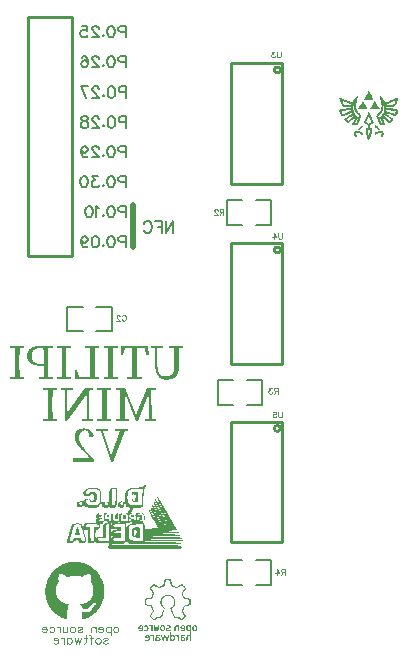
<source format=gbo>
G04 Layer: BottomSilkLayer*
G04 EasyEDA v6.2.43, 2019-09-06T10:08:58+02:00*
G04 e2e4465fc3ca44109e84c49d15151505,91cc4837159741479c5be70faa949f3f,10*
G04 Gerber Generator version 0.2*
G04 Scale: 100 percent, Rotated: No, Reflected: No *
G04 Dimensions in millimeters *
G04 leading zeros omitted , absolute positions ,3 integer and 3 decimal *
%FSLAX33Y33*%
%MOMM*%
G90*
G71D02*

%ADD10C,0.254000*%
%ADD11C,0.499999*%
%ADD32C,0.199898*%
%ADD33C,0.228600*%
%ADD36C,0.100000*%
%ADD38C,0.200000*%

%LPD*%

%LPD*%
G36*
G01X19998Y7075D02*
G01X19943Y7076D01*
G01X19898Y7074D01*
G01X19863Y7070D01*
G01X19836Y7061D01*
G01X19815Y7046D01*
G01X19798Y7023D01*
G01X19786Y6991D01*
G01X19774Y6948D01*
G01X19763Y6894D01*
G01X19751Y6825D01*
G01X19736Y6741D01*
G01X19699Y6537D01*
G01X19513Y6460D01*
G01X19326Y6382D01*
G01X19120Y6525D01*
G01X19037Y6581D01*
G01X18966Y6626D01*
G01X18912Y6657D01*
G01X18885Y6668D01*
G01X18859Y6654D01*
G01X18813Y6616D01*
G01X18755Y6562D01*
G01X18691Y6499D01*
G01X18629Y6435D01*
G01X18576Y6376D01*
G01X18539Y6330D01*
G01X18525Y6304D01*
G01X18535Y6278D01*
G01X18564Y6229D01*
G01X18605Y6164D01*
G01X18656Y6088D01*
G01X18707Y6014D01*
G01X18748Y5948D01*
G01X18776Y5897D01*
G01X18786Y5870D01*
G01X18781Y5845D01*
G01X18765Y5796D01*
G01X18740Y5733D01*
G01X18711Y5661D01*
G01X18635Y5483D01*
G01X18415Y5447D01*
G01X18326Y5433D01*
G01X18248Y5418D01*
G01X18188Y5406D01*
G01X18156Y5398D01*
G01X18139Y5376D01*
G01X18126Y5327D01*
G01X18120Y5244D01*
G01X18118Y5125D01*
G01X18117Y5058D01*
G01X18117Y5004D01*
G01X18118Y4960D01*
G01X18122Y4926D01*
G01X18130Y4899D01*
G01X18145Y4878D01*
G01X18166Y4862D01*
G01X18197Y4849D01*
G01X18238Y4838D01*
G01X18291Y4827D01*
G01X18357Y4814D01*
G01X18437Y4799D01*
G01X18626Y4761D01*
G01X18709Y4563D01*
G01X18791Y4364D01*
G01X18658Y4171D01*
G01X18606Y4094D01*
G01X18564Y4026D01*
G01X18535Y3975D01*
G01X18525Y3949D01*
G01X18539Y3922D01*
G01X18577Y3876D01*
G01X18630Y3818D01*
G01X18693Y3753D01*
G01X18757Y3691D01*
G01X18816Y3638D01*
G01X18863Y3601D01*
G01X18889Y3587D01*
G01X18914Y3597D01*
G01X18963Y3625D01*
G01X19028Y3666D01*
G01X19102Y3716D01*
G01X19286Y3845D01*
G01X19385Y3797D01*
G01X19424Y3781D01*
G01X19459Y3769D01*
G01X19486Y3764D01*
G01X19500Y3767D01*
G01X19507Y3779D01*
G01X19520Y3805D01*
G01X19539Y3846D01*
G01X19562Y3897D01*
G01X19590Y3959D01*
G01X19620Y4029D01*
G01X19652Y4106D01*
G01X19687Y4187D01*
G01X19857Y4589D01*
G01X19759Y4671D01*
G01X19705Y4721D01*
G01X19658Y4775D01*
G01X19618Y4831D01*
G01X19585Y4889D01*
G01X19561Y4949D01*
G01X19543Y5011D01*
G01X19534Y5074D01*
G01X19532Y5138D01*
G01X19538Y5202D01*
G01X19552Y5266D01*
G01X19574Y5329D01*
G01X19604Y5392D01*
G01X19635Y5442D01*
G01X19671Y5486D01*
G01X19711Y5526D01*
G01X19755Y5560D01*
G01X19802Y5588D01*
G01X19852Y5612D01*
G01X19903Y5630D01*
G01X19957Y5643D01*
G01X20011Y5651D01*
G01X20066Y5654D01*
G01X20120Y5651D01*
G01X20174Y5643D01*
G01X20228Y5630D01*
G01X20279Y5612D01*
G01X20329Y5588D01*
G01X20376Y5560D01*
G01X20420Y5526D01*
G01X20460Y5486D01*
G01X20496Y5442D01*
G01X20527Y5392D01*
G01X20557Y5329D01*
G01X20579Y5266D01*
G01X20593Y5202D01*
G01X20599Y5138D01*
G01X20597Y5074D01*
G01X20588Y5011D01*
G01X20570Y4949D01*
G01X20546Y4889D01*
G01X20513Y4831D01*
G01X20473Y4775D01*
G01X20426Y4721D01*
G01X20372Y4671D01*
G01X20274Y4589D01*
G01X20444Y4187D01*
G01X20479Y4106D01*
G01X20511Y4029D01*
G01X20541Y3959D01*
G01X20569Y3897D01*
G01X20592Y3846D01*
G01X20611Y3805D01*
G01X20624Y3779D01*
G01X20631Y3767D01*
G01X20645Y3764D01*
G01X20672Y3769D01*
G01X20707Y3781D01*
G01X20746Y3797D01*
G01X20845Y3845D01*
G01X21029Y3716D01*
G01X21103Y3666D01*
G01X21168Y3625D01*
G01X21217Y3597D01*
G01X21242Y3587D01*
G01X21268Y3601D01*
G01X21315Y3638D01*
G01X21374Y3691D01*
G01X21438Y3753D01*
G01X21501Y3818D01*
G01X21554Y3876D01*
G01X21592Y3922D01*
G01X21606Y3949D01*
G01X21596Y3975D01*
G01X21567Y4026D01*
G01X21525Y4094D01*
G01X21473Y4171D01*
G01X21340Y4364D01*
G01X21422Y4563D01*
G01X21505Y4761D01*
G01X21694Y4799D01*
G01X21774Y4814D01*
G01X21840Y4827D01*
G01X21893Y4838D01*
G01X21934Y4849D01*
G01X21965Y4862D01*
G01X21986Y4878D01*
G01X22001Y4899D01*
G01X22009Y4926D01*
G01X22013Y4960D01*
G01X22014Y5004D01*
G01X22014Y5058D01*
G01X22013Y5125D01*
G01X22011Y5244D01*
G01X22005Y5327D01*
G01X21992Y5376D01*
G01X21975Y5398D01*
G01X21943Y5406D01*
G01X21883Y5418D01*
G01X21805Y5433D01*
G01X21716Y5447D01*
G01X21496Y5483D01*
G01X21420Y5661D01*
G01X21391Y5733D01*
G01X21366Y5796D01*
G01X21350Y5845D01*
G01X21345Y5870D01*
G01X21355Y5897D01*
G01X21383Y5948D01*
G01X21424Y6014D01*
G01X21475Y6088D01*
G01X21526Y6164D01*
G01X21567Y6230D01*
G01X21596Y6279D01*
G01X21606Y6305D01*
G01X21592Y6332D01*
G01X21554Y6377D01*
G01X21501Y6436D01*
G01X21439Y6500D01*
G01X21375Y6563D01*
G01X21316Y6616D01*
G01X21270Y6654D01*
G01X21244Y6668D01*
G01X21218Y6657D01*
G01X21165Y6626D01*
G01X21094Y6581D01*
G01X21011Y6525D01*
G01X20805Y6382D01*
G01X20618Y6460D01*
G01X20432Y6537D01*
G01X20395Y6741D01*
G01X20379Y6825D01*
G01X20364Y6904D01*
G01X20351Y6968D01*
G01X20342Y7009D01*
G01X20327Y7046D01*
G01X20291Y7065D01*
G01X20210Y7073D01*
G01X20066Y7075D01*
G01X19998Y7075D01*
G37*

%LPC*%
G36*
G01X20127Y6958D02*
G01X20066Y6959D01*
G01X19980Y6957D01*
G01X19926Y6948D01*
G01X19895Y6933D01*
G01X19880Y6908D01*
G01X19873Y6879D01*
G01X19864Y6838D01*
G01X19855Y6790D01*
G01X19847Y6741D01*
G01X19831Y6649D01*
G01X19816Y6578D01*
G01X19797Y6522D01*
G01X19772Y6479D01*
G01X19737Y6444D01*
G01X19691Y6414D01*
G01X19629Y6384D01*
G01X19549Y6351D01*
G01X19326Y6260D01*
G01X19180Y6352D01*
G01X19073Y6420D01*
G01X18994Y6468D01*
G01X18937Y6499D01*
G01X18895Y6513D01*
G01X18863Y6511D01*
G01X18833Y6493D01*
G01X18799Y6462D01*
G01X18635Y6298D01*
G01X18773Y6091D01*
G01X18822Y6016D01*
G01X18858Y5955D01*
G01X18881Y5903D01*
G01X18890Y5856D01*
G01X18886Y5806D01*
G01X18871Y5748D01*
G01X18843Y5676D01*
G01X18803Y5585D01*
G01X18774Y5522D01*
G01X18747Y5473D01*
G01X18718Y5435D01*
G01X18685Y5406D01*
G01X18643Y5383D01*
G01X18589Y5365D01*
G01X18519Y5349D01*
G01X18430Y5331D01*
G01X18234Y5295D01*
G01X18234Y4929D01*
G01X18445Y4894D01*
G01X18529Y4878D01*
G01X18604Y4861D01*
G01X18660Y4844D01*
G01X18691Y4831D01*
G01X18712Y4801D01*
G01X18742Y4742D01*
G01X18779Y4661D01*
G01X18817Y4567D01*
G01X18907Y4333D01*
G01X18643Y3950D01*
G01X18899Y3693D01*
G01X19080Y3814D01*
G01X19198Y3887D01*
G01X19286Y3926D01*
G01X19346Y3932D01*
G01X19382Y3906D01*
G01X19397Y3888D01*
G01X19412Y3882D01*
G01X19428Y3890D01*
G01X19448Y3915D01*
G01X19473Y3957D01*
G01X19503Y4020D01*
G01X19540Y4105D01*
G01X19586Y4213D01*
G01X19725Y4549D01*
G01X19620Y4656D01*
G01X19582Y4700D01*
G01X19547Y4744D01*
G01X19517Y4789D01*
G01X19491Y4837D01*
G01X19470Y4884D01*
G01X19452Y4933D01*
G01X19439Y4983D01*
G01X19431Y5033D01*
G01X19426Y5083D01*
G01X19425Y5133D01*
G01X19429Y5184D01*
G01X19437Y5233D01*
G01X19449Y5283D01*
G01X19466Y5331D01*
G01X19486Y5379D01*
G01X19511Y5425D01*
G01X19539Y5471D01*
G01X19572Y5515D01*
G01X19610Y5557D01*
G01X19651Y5597D01*
G01X19695Y5633D01*
G01X19740Y5664D01*
G01X19787Y5691D01*
G01X19835Y5712D01*
G01X19884Y5730D01*
G01X19934Y5742D01*
G01X19984Y5751D01*
G01X20035Y5755D01*
G01X20085Y5755D01*
G01X20135Y5751D01*
G01X20184Y5743D01*
G01X20233Y5731D01*
G01X20280Y5716D01*
G01X20327Y5697D01*
G01X20372Y5674D01*
G01X20414Y5648D01*
G01X20456Y5620D01*
G01X20495Y5588D01*
G01X20531Y5552D01*
G01X20564Y5514D01*
G01X20595Y5474D01*
G01X20622Y5430D01*
G01X20646Y5384D01*
G01X20666Y5336D01*
G01X20682Y5285D01*
G01X20694Y5231D01*
G01X20702Y5176D01*
G01X20705Y5119D01*
G01X20702Y5054D01*
G01X20693Y4991D01*
G01X20678Y4931D01*
G01X20657Y4872D01*
G01X20630Y4816D01*
G01X20596Y4761D01*
G01X20557Y4708D01*
G01X20511Y4656D01*
G01X20406Y4549D01*
G01X20545Y4213D01*
G01X20591Y4105D01*
G01X20628Y4020D01*
G01X20658Y3957D01*
G01X20683Y3915D01*
G01X20703Y3890D01*
G01X20719Y3882D01*
G01X20734Y3888D01*
G01X20749Y3906D01*
G01X20785Y3932D01*
G01X20845Y3926D01*
G01X20933Y3887D01*
G01X21051Y3814D01*
G01X21232Y3693D01*
G01X21361Y3822D01*
G01X21490Y3950D01*
G01X21385Y4096D01*
G01X21334Y4168D01*
G01X21296Y4227D01*
G01X21271Y4277D01*
G01X21257Y4322D01*
G01X21255Y4367D01*
G01X21263Y4416D01*
G01X21280Y4474D01*
G01X21306Y4546D01*
G01X21344Y4644D01*
G01X21376Y4720D01*
G01X21406Y4775D01*
G01X21439Y4815D01*
G01X21479Y4843D01*
G01X21529Y4863D01*
G01X21594Y4878D01*
G01X21677Y4893D01*
G01X21897Y4928D01*
G01X21897Y5295D01*
G01X21701Y5331D01*
G01X21614Y5348D01*
G01X21546Y5364D01*
G01X21493Y5381D01*
G01X21453Y5400D01*
G01X21421Y5424D01*
G01X21395Y5456D01*
G01X21373Y5496D01*
G01X21349Y5546D01*
G01X21315Y5622D01*
G01X21288Y5685D01*
G01X21266Y5737D01*
G01X21252Y5782D01*
G01X21243Y5820D01*
G01X21240Y5854D01*
G01X21244Y5886D01*
G01X21254Y5918D01*
G01X21270Y5953D01*
G01X21292Y5991D01*
G01X21321Y6036D01*
G01X21357Y6089D01*
G01X21496Y6298D01*
G01X21332Y6462D01*
G01X21298Y6493D01*
G01X21268Y6511D01*
G01X21236Y6513D01*
G01X21194Y6499D01*
G01X21137Y6468D01*
G01X21058Y6420D01*
G01X20951Y6352D01*
G01X20805Y6260D01*
G01X20582Y6351D01*
G01X20502Y6384D01*
G01X20440Y6414D01*
G01X20394Y6444D01*
G01X20359Y6479D01*
G01X20334Y6522D01*
G01X20315Y6578D01*
G01X20300Y6649D01*
G01X20284Y6741D01*
G01X20273Y6813D01*
G01X20262Y6868D01*
G01X20249Y6907D01*
G01X20232Y6932D01*
G01X20207Y6948D01*
G01X20173Y6956D01*
G01X20127Y6958D01*
G37*

%LPD*%
G36*
G01X18786Y2917D02*
G01X18786Y3178D01*
G01X18717Y3152D01*
G01X18686Y3142D01*
G01X18658Y3140D01*
G01X18635Y3145D01*
G01X18618Y3156D01*
G01X18600Y3167D01*
G01X18575Y3172D01*
G01X18545Y3173D01*
G01X18514Y3168D01*
G01X18462Y3142D01*
G01X18456Y3108D01*
G01X18492Y3076D01*
G01X18564Y3058D01*
G01X18656Y3049D01*
G01X18664Y2852D01*
G01X18671Y2749D01*
G01X18681Y2690D01*
G01X18699Y2662D01*
G01X18729Y2656D01*
G01X18760Y2663D01*
G01X18778Y2697D01*
G01X18785Y2775D01*
G01X18786Y2917D01*
G37*

%LPD*%
G36*
G01X20827Y3175D02*
G01X20780Y3176D01*
G01X20731Y3158D01*
G01X20682Y3120D01*
G01X20649Y3082D01*
G01X20629Y3035D01*
G01X20620Y2965D01*
G01X20618Y2859D01*
G01X20620Y2750D01*
G01X20627Y2689D01*
G01X20645Y2662D01*
G01X20676Y2656D01*
G01X20707Y2662D01*
G01X20724Y2687D01*
G01X20733Y2745D01*
G01X20734Y2846D01*
G01X20736Y2939D01*
G01X20744Y3001D01*
G01X20758Y3037D01*
G01X20782Y3054D01*
G01X20844Y3062D01*
G01X20889Y3029D01*
G01X20918Y2954D01*
G01X20932Y2835D01*
G01X20938Y2742D01*
G01X20949Y2687D01*
G01X20967Y2662D01*
G01X20997Y2656D01*
G01X21028Y2663D01*
G01X21045Y2695D01*
G01X21053Y2771D01*
G01X21054Y2907D01*
G01X21053Y3051D01*
G01X21045Y3124D01*
G01X21024Y3148D01*
G01X20983Y3144D01*
G01X20952Y3140D01*
G01X20922Y3141D01*
G01X20895Y3146D01*
G01X20874Y3154D01*
G01X20827Y3175D01*
G37*

%LPD*%
G36*
G01X18990Y3144D02*
G01X18960Y3151D01*
G01X18929Y3144D01*
G01X18912Y3112D01*
G01X18904Y3037D01*
G01X18903Y2903D01*
G01X18903Y2655D01*
G01X18982Y2655D01*
G01X19021Y2654D01*
G01X19064Y2654D01*
G01X19108Y2653D01*
G01X19148Y2652D01*
G01X19190Y2655D01*
G01X19225Y2666D01*
G01X19253Y2686D01*
G01X19275Y2715D01*
G01X19291Y2755D01*
G01X19301Y2808D01*
G01X19308Y2873D01*
G01X19310Y2953D01*
G01X19308Y3058D01*
G01X19300Y3118D01*
G01X19283Y3145D01*
G01X19253Y3151D01*
G01X19223Y3144D01*
G01X19204Y3117D01*
G01X19194Y3058D01*
G01X19188Y2954D01*
G01X19181Y2844D01*
G01X19170Y2786D01*
G01X19147Y2763D01*
G01X19106Y2758D01*
G01X19065Y2763D01*
G01X19042Y2786D01*
G01X19031Y2844D01*
G01X19025Y2954D01*
G01X19019Y3058D01*
G01X19008Y3117D01*
G01X18990Y3144D01*
G37*

%LPD*%
G36*
G01X18248Y3171D02*
G01X18195Y3176D01*
G01X18145Y3163D01*
G01X18094Y3133D01*
G01X18062Y3108D01*
G01X18048Y3088D01*
G01X18048Y3068D01*
G01X18063Y3045D01*
G01X18080Y3028D01*
G01X18097Y3020D01*
G01X18113Y3022D01*
G01X18128Y3033D01*
G01X18180Y3062D01*
G01X18237Y3062D01*
G01X18289Y3035D01*
G01X18324Y2984D01*
G01X18337Y2930D01*
G01X18335Y2879D01*
G01X18322Y2833D01*
G01X18298Y2794D01*
G01X18267Y2766D01*
G01X18230Y2750D01*
G01X18188Y2749D01*
G01X18146Y2767D01*
G01X18119Y2780D01*
G01X18098Y2784D01*
G01X18080Y2777D01*
G01X18062Y2760D01*
G01X18048Y2733D01*
G01X18053Y2707D01*
G01X18072Y2684D01*
G01X18104Y2665D01*
G01X18145Y2652D01*
G01X18191Y2646D01*
G01X18242Y2649D01*
G01X18292Y2660D01*
G01X18360Y2694D01*
G01X18405Y2743D01*
G01X18430Y2811D01*
G01X18437Y2903D01*
G01X18430Y2992D01*
G01X18406Y3063D01*
G01X18367Y3116D01*
G01X18312Y3150D01*
G01X18248Y3171D01*
G37*

%LPD*%
G36*
G01X21369Y3175D02*
G01X21342Y3180D01*
G01X21277Y3159D01*
G01X21211Y3106D01*
G01X21160Y3036D01*
G01X21135Y2962D01*
G01X21133Y2911D01*
G01X21149Y2884D01*
G01X21197Y2872D01*
G01X21294Y2866D01*
G01X21386Y2860D01*
G01X21433Y2849D01*
G01X21443Y2831D01*
G01X21429Y2797D01*
G01X21409Y2767D01*
G01X21382Y2751D01*
G01X21344Y2748D01*
G01X21285Y2755D01*
G01X21241Y2759D01*
G01X21202Y2760D01*
G01X21173Y2755D01*
G01X21158Y2747D01*
G01X21159Y2712D01*
G01X21197Y2679D01*
G01X21260Y2654D01*
G01X21337Y2645D01*
G01X21386Y2649D01*
G01X21429Y2662D01*
G01X21466Y2683D01*
G01X21496Y2713D01*
G01X21518Y2751D01*
G01X21535Y2799D01*
G01X21545Y2854D01*
G01X21548Y2919D01*
G01X21545Y2993D01*
G01X21534Y3044D01*
G01X21510Y3083D01*
G01X21472Y3119D01*
G01X21438Y3142D01*
G01X21402Y3162D01*
G01X21369Y3175D01*
G37*

%LPC*%
G36*
G01X21398Y3043D02*
G01X21354Y3061D01*
G01X21307Y3056D01*
G01X21263Y3028D01*
G01X21233Y2990D01*
G01X21236Y2965D01*
G01X21273Y2951D01*
G01X21346Y2947D01*
G01X21409Y2948D01*
G01X21440Y2956D01*
G01X21446Y2973D01*
G01X21432Y3005D01*
G01X21398Y3043D01*
G37*

%LPD*%
G36*
G01X20179Y3165D02*
G01X20125Y3177D01*
G01X20064Y3172D01*
G01X19992Y3150D01*
G01X19934Y3116D01*
G01X19929Y3084D01*
G01X19973Y3062D01*
G01X20058Y3058D01*
G01X20127Y3060D01*
G01X20172Y3053D01*
G01X20195Y3039D01*
G01X20197Y3021D01*
G01X20177Y3000D01*
G01X20137Y2976D01*
G01X20078Y2954D01*
G01X20000Y2934D01*
G01X19949Y2913D01*
G01X19916Y2880D01*
G01X19899Y2839D01*
G01X19900Y2792D01*
G01X19916Y2746D01*
G01X19948Y2703D01*
G01X19993Y2668D01*
G01X20053Y2644D01*
G01X20128Y2644D01*
G01X20219Y2668D01*
G01X20295Y2703D01*
G01X20327Y2740D01*
G01X20317Y2771D01*
G01X20293Y2788D01*
G01X20260Y2789D01*
G01X20226Y2773D01*
G01X20171Y2750D01*
G01X20103Y2749D01*
G01X20046Y2768D01*
G01X20022Y2801D01*
G01X20029Y2820D01*
G01X20051Y2838D01*
G01X20086Y2852D01*
G01X20134Y2863D01*
G01X20193Y2878D01*
G01X20239Y2904D01*
G01X20274Y2937D01*
G01X20296Y2975D01*
G01X20303Y3017D01*
G01X20296Y3058D01*
G01X20273Y3098D01*
G01X20234Y3134D01*
G01X20179Y3165D01*
G37*

%LPD*%
G36*
G01X17803Y3172D02*
G01X17744Y3173D01*
G01X17691Y3152D01*
G01X17637Y3108D01*
G01X17607Y3072D01*
G01X17584Y3032D01*
G01X17570Y2990D01*
G01X17566Y2948D01*
G01X17568Y2897D01*
G01X17586Y2871D01*
G01X17633Y2861D01*
G01X17725Y2860D01*
G01X17788Y2858D01*
G01X17838Y2852D01*
G01X17872Y2844D01*
G01X17885Y2834D01*
G01X17870Y2798D01*
G01X17831Y2768D01*
G01X17774Y2751D01*
G01X17708Y2749D01*
G01X17638Y2746D01*
G01X17607Y2726D01*
G01X17616Y2695D01*
G01X17670Y2660D01*
G01X17722Y2644D01*
G01X17774Y2640D01*
G01X17824Y2649D01*
G01X17870Y2670D01*
G01X17912Y2701D01*
G01X17946Y2742D01*
G01X17973Y2792D01*
G01X17990Y2850D01*
G01X17993Y2943D01*
G01X17971Y3033D01*
G01X17929Y3107D01*
G01X17873Y3151D01*
G01X17803Y3172D01*
G37*

%LPC*%
G36*
G01X17864Y3045D02*
G01X17822Y3061D01*
G01X17765Y3056D01*
G01X17713Y3033D01*
G01X17687Y2998D01*
G01X17687Y2973D01*
G01X17700Y2957D01*
G01X17730Y2949D01*
G01X17782Y2947D01*
G01X17844Y2955D01*
G01X17880Y2976D01*
G01X17888Y3007D01*
G01X17864Y3045D01*
G37*

%LPD*%
G36*
G01X22413Y3168D02*
G01X22373Y3173D01*
G01X22324Y3167D01*
G01X22247Y3145D01*
G01X22195Y3107D01*
G01X22160Y3050D01*
G01X22139Y2967D01*
G01X22135Y2890D01*
G01X22145Y2818D01*
G01X22170Y2756D01*
G01X22206Y2705D01*
G01X22251Y2668D01*
G01X22305Y2645D01*
G01X22364Y2640D01*
G01X22428Y2654D01*
G01X22490Y2689D01*
G01X22533Y2743D01*
G01X22558Y2818D01*
G01X22565Y2917D01*
G01X22562Y2977D01*
G01X22549Y3027D01*
G01X22526Y3070D01*
G01X22491Y3112D01*
G01X22450Y3148D01*
G01X22413Y3168D01*
G37*

%LPC*%
G36*
G01X22399Y3058D02*
G01X22343Y3063D01*
G01X22312Y3059D01*
G01X22288Y3046D01*
G01X22270Y3025D01*
G01X22259Y2994D01*
G01X22249Y2937D01*
G01X22249Y2884D01*
G01X22259Y2838D01*
G01X22275Y2800D01*
G01X22299Y2770D01*
G01X22329Y2751D01*
G01X22363Y2745D01*
G01X22402Y2752D01*
G01X22424Y2768D01*
G01X22438Y2796D01*
G01X22446Y2839D01*
G01X22449Y2898D01*
G01X22446Y2985D01*
G01X22431Y3035D01*
G01X22399Y3058D01*
G37*

%LPD*%
G36*
G01X19680Y3168D02*
G01X19641Y3173D01*
G01X19592Y3167D01*
G01X19511Y3142D01*
G01X19456Y3100D01*
G01X19423Y3034D01*
G01X19405Y2937D01*
G01X19399Y2863D01*
G01X19407Y2811D01*
G01X19433Y2766D01*
G01X19481Y2713D01*
G01X19530Y2668D01*
G01X19570Y2643D01*
G01X19609Y2634D01*
G01X19652Y2640D01*
G01X19697Y2656D01*
G01X19736Y2680D01*
G01X19769Y2712D01*
G01X19796Y2750D01*
G01X19817Y2792D01*
G01X19831Y2838D01*
G01X19838Y2885D01*
G01X19837Y2934D01*
G01X19830Y2982D01*
G01X19814Y3029D01*
G01X19791Y3072D01*
G01X19758Y3112D01*
G01X19718Y3148D01*
G01X19680Y3168D01*
G37*

%LPC*%
G36*
G01X19664Y3061D02*
G01X19622Y3062D01*
G01X19578Y3048D01*
G01X19544Y3022D01*
G01X19521Y2963D01*
G01X19520Y2885D01*
G01X19539Y2811D01*
G01X19575Y2764D01*
G01X19634Y2742D01*
G01X19678Y2758D01*
G01X19707Y2811D01*
G01X19717Y2898D01*
G01X19715Y2948D01*
G01X19711Y2993D01*
G01X19705Y3026D01*
G01X19697Y3044D01*
G01X19664Y3061D01*
G37*

%LPD*%
G36*
G01X19288Y2334D02*
G01X19237Y2336D01*
G01X19178Y2333D01*
G01X19130Y2322D01*
G01X19092Y2302D01*
G01X19063Y2271D01*
G01X19042Y2228D01*
G01X19029Y2172D01*
G01X19021Y2101D01*
G01X19019Y2014D01*
G01X19019Y1821D01*
G01X19181Y1820D01*
G01X19242Y1822D01*
G01X19295Y1829D01*
G01X19342Y1842D01*
G01X19381Y1860D01*
G01X19413Y1882D01*
G01X19436Y1909D01*
G01X19450Y1939D01*
G01X19455Y1973D01*
G01X19436Y2032D01*
G01X19386Y2083D01*
G01X19315Y2119D01*
G01X19235Y2133D01*
G01X19184Y2135D01*
G01X19154Y2143D01*
G01X19140Y2159D01*
G01X19141Y2184D01*
G01X19152Y2208D01*
G01X19173Y2224D01*
G01X19207Y2232D01*
G01X19257Y2235D01*
G01X19330Y2239D01*
G01X19375Y2252D01*
G01X19392Y2274D01*
G01X19384Y2305D01*
G01X19366Y2318D01*
G01X19332Y2327D01*
G01X19288Y2334D01*
G37*

%LPC*%
G36*
G01X19298Y2030D02*
G01X19218Y2046D01*
G01X19179Y2043D01*
G01X19154Y2034D01*
G01X19139Y2017D01*
G01X19135Y1991D01*
G01X19146Y1949D01*
G01X19174Y1923D01*
G01X19220Y1913D01*
G01X19278Y1920D01*
G01X19336Y1953D01*
G01X19340Y1994D01*
G01X19298Y2030D01*
G37*

%LPD*%
G36*
G01X21427Y2330D02*
G01X21347Y2335D01*
G01X21263Y2327D01*
G01X21197Y2306D01*
G01X21168Y2283D01*
G01X21151Y2241D01*
G01X21143Y2168D01*
G01X21141Y2049D01*
G01X21141Y1822D01*
G01X21279Y1820D01*
G01X21342Y1822D01*
G01X21395Y1829D01*
G01X21442Y1842D01*
G01X21480Y1860D01*
G01X21510Y1884D01*
G01X21531Y1913D01*
G01X21544Y1948D01*
G01X21548Y1987D01*
G01X21536Y2051D01*
G01X21498Y2097D01*
G01X21435Y2124D01*
G01X21347Y2133D01*
G01X21302Y2136D01*
G01X21275Y2145D01*
G01X21261Y2164D01*
G01X21257Y2195D01*
G01X21261Y2228D01*
G01X21277Y2244D01*
G01X21312Y2248D01*
G01X21374Y2241D01*
G01X21452Y2239D01*
G01X21502Y2253D01*
G01X21516Y2278D01*
G01X21486Y2310D01*
G01X21427Y2330D01*
G37*

%LPC*%
G36*
G01X21418Y2035D02*
G01X21340Y2046D01*
G01X21301Y2043D01*
G01X21276Y2034D01*
G01X21261Y2017D01*
G01X21257Y1991D01*
G01X21270Y1947D01*
G01X21303Y1920D01*
G01X21351Y1914D01*
G01X21405Y1930D01*
G01X21454Y1971D01*
G01X21458Y2008D01*
G01X21418Y2035D01*
G37*

%LPD*%
G36*
G01X18934Y2330D02*
G01X18758Y2333D01*
G01X18690Y2332D01*
G01X18634Y2328D01*
G01X18597Y2322D01*
G01X18583Y2314D01*
G01X18593Y2277D01*
G01X18616Y2249D01*
G01X18646Y2234D01*
G01X18680Y2237D01*
G01X18713Y2245D01*
G01X18740Y2242D01*
G01X18763Y2229D01*
G01X18782Y2205D01*
G01X18797Y2170D01*
G01X18807Y2123D01*
G01X18813Y2066D01*
G01X18815Y1996D01*
G01X18817Y1899D01*
G01X18824Y1844D01*
G01X18840Y1820D01*
G01X18867Y1819D01*
G01X18893Y1833D01*
G01X18909Y1872D01*
G01X18919Y1950D01*
G01X18926Y2079D01*
G01X18934Y2330D01*
G37*

%LPD*%
G36*
G01X19544Y2328D02*
G01X19516Y2336D01*
G01X19488Y2330D01*
G01X19482Y2299D01*
G01X19499Y2223D01*
G01X19541Y2082D01*
G01X19566Y2008D01*
G01X19588Y1946D01*
G01X19609Y1895D01*
G01X19629Y1858D01*
G01X19647Y1832D01*
G01X19665Y1819D01*
G01X19681Y1818D01*
G01X19698Y1828D01*
G01X19714Y1850D01*
G01X19731Y1884D01*
G01X19747Y1929D01*
G01X19764Y1986D01*
G01X19785Y2053D01*
G01X19804Y2106D01*
G01X19820Y2138D01*
G01X19830Y2146D01*
G01X19839Y2128D01*
G01X19854Y2090D01*
G01X19872Y2039D01*
G01X19891Y1979D01*
G01X19916Y1905D01*
G01X19940Y1854D01*
G01X19964Y1827D01*
G01X19988Y1824D01*
G01X20013Y1845D01*
G01X20040Y1890D01*
G01X20070Y1959D01*
G01X20103Y2054D01*
G01X20134Y2150D01*
G01X20158Y2231D01*
G01X20176Y2290D01*
G01X20182Y2316D01*
G01X20178Y2324D01*
G01X20166Y2331D01*
G01X20149Y2335D01*
G01X20128Y2336D01*
G01X20101Y2329D01*
G01X20078Y2302D01*
G01X20058Y2252D01*
G01X20039Y2174D01*
G01X20023Y2113D01*
G01X20007Y2066D01*
G01X19993Y2037D01*
G01X19983Y2031D01*
G01X19972Y2049D01*
G01X19956Y2084D01*
G01X19937Y2132D01*
G01X19918Y2186D01*
G01X19894Y2248D01*
G01X19870Y2293D01*
G01X19848Y2320D01*
G01X19826Y2327D01*
G01X19803Y2318D01*
G01X19781Y2289D01*
G01X19758Y2242D01*
G01X19735Y2178D01*
G01X19715Y2115D01*
G01X19696Y2064D01*
G01X19682Y2029D01*
G01X19674Y2017D01*
G01X19666Y2029D01*
G01X19652Y2064D01*
G01X19635Y2114D01*
G01X19616Y2177D01*
G01X19592Y2252D01*
G01X19568Y2301D01*
G01X19544Y2328D01*
G37*

%LPD*%
G36*
G01X21833Y3172D02*
G01X21809Y3175D01*
G01X21787Y3173D01*
G01X21759Y3165D01*
G01X21729Y3152D01*
G01X21700Y3134D01*
G01X21667Y3105D01*
G01X21647Y3068D01*
G01X21638Y3013D01*
G01X21635Y2933D01*
G01X21637Y2869D01*
G01X21641Y2809D01*
G01X21646Y2760D01*
G01X21654Y2729D01*
G01X21689Y2684D01*
G01X21746Y2654D01*
G01X21810Y2643D01*
G01X21870Y2657D01*
G01X21901Y2670D01*
G01X21918Y2656D01*
G01X21925Y2605D01*
G01X21926Y2503D01*
G01X21926Y2319D01*
G01X21829Y2330D01*
G01X21776Y2333D01*
G01X21734Y2327D01*
G01X21700Y2310D01*
G01X21674Y2282D01*
G01X21656Y2241D01*
G01X21644Y2186D01*
G01X21637Y2115D01*
G01X21635Y2027D01*
G01X21637Y1912D01*
G01X21644Y1848D01*
G01X21659Y1821D01*
G01X21686Y1819D01*
G01X21712Y1832D01*
G01X21730Y1867D01*
G01X21742Y1930D01*
G01X21752Y2032D01*
G01X21761Y2145D01*
G01X21774Y2206D01*
G01X21798Y2230D01*
G01X21839Y2235D01*
G01X21880Y2230D01*
G01X21903Y2206D01*
G01X21916Y2145D01*
G01X21926Y2032D01*
G01X21935Y1930D01*
G01X21948Y1867D01*
G01X21965Y1832D01*
G01X21991Y1819D01*
G01X22003Y1818D01*
G01X22012Y1821D01*
G01X22019Y1830D01*
G01X22025Y1848D01*
G01X22030Y1874D01*
G01X22035Y1912D01*
G01X22038Y1963D01*
G01X22040Y2029D01*
G01X22041Y2111D01*
G01X22042Y2213D01*
G01X22042Y3147D01*
G01X21948Y3158D01*
G01X21868Y3168D01*
G01X21833Y3172D01*
G37*

%LPC*%
G36*
G01X21881Y3055D02*
G01X21832Y3058D01*
G01X21797Y3049D01*
G01X21777Y3026D01*
G01X21768Y2980D01*
G01X21766Y2903D01*
G01X21768Y2823D01*
G01X21777Y2780D01*
G01X21799Y2761D01*
G01X21839Y2758D01*
G01X21877Y2762D01*
G01X21900Y2777D01*
G01X21914Y2811D01*
G01X21921Y2870D01*
G01X21923Y2965D01*
G01X21911Y3025D01*
G01X21881Y3055D01*
G37*

%LPD*%
G36*
G01X18407Y2333D02*
G01X18353Y2336D01*
G01X18268Y2325D01*
G01X18204Y2289D01*
G01X18158Y2228D01*
G01X18130Y2140D01*
G01X18111Y2049D01*
G01X18481Y2032D01*
G01X18417Y1966D01*
G01X18382Y1937D01*
G01X18351Y1920D01*
G01X18320Y1917D01*
G01X18285Y1926D01*
G01X18203Y1942D01*
G01X18157Y1926D01*
G01X18160Y1890D01*
G01X18221Y1847D01*
G01X18298Y1820D01*
G01X18364Y1817D01*
G01X18424Y1838D01*
G01X18483Y1885D01*
G01X18511Y1921D01*
G01X18532Y1966D01*
G01X18547Y2017D01*
G01X18554Y2072D01*
G01X18554Y2126D01*
G01X18547Y2180D01*
G01X18532Y2229D01*
G01X18508Y2272D01*
G01X18482Y2302D01*
G01X18449Y2322D01*
G01X18407Y2333D01*
G37*

%LPC*%
G36*
G01X18420Y2221D02*
G01X18377Y2247D01*
G01X18323Y2246D01*
G01X18269Y2214D01*
G01X18240Y2177D01*
G01X18241Y2152D01*
G01X18272Y2138D01*
G01X18336Y2133D01*
G01X18379Y2136D01*
G01X18411Y2143D01*
G01X18431Y2155D01*
G01X18437Y2172D01*
G01X18420Y2221D01*
G37*

%LPD*%
G36*
G01X20346Y2540D02*
G01X20329Y2553D01*
G01X20298Y2549D01*
G01X20280Y2542D01*
G01X20266Y2531D01*
G01X20256Y2513D01*
G01X20249Y2483D01*
G01X20244Y2439D01*
G01X20241Y2377D01*
G01X20240Y2294D01*
G01X20240Y2086D01*
G01X20242Y2006D01*
G01X20244Y1945D01*
G01X20248Y1898D01*
G01X20255Y1866D01*
G01X20264Y1844D01*
G01X20275Y1830D01*
G01X20289Y1822D01*
G01X20309Y1817D01*
G01X20327Y1818D01*
G01X20341Y1825D01*
G01X20349Y1837D01*
G01X20358Y1851D01*
G01X20371Y1856D01*
G01X20392Y1852D01*
G01X20420Y1839D01*
G01X20484Y1820D01*
G01X20547Y1828D01*
G01X20602Y1861D01*
G01X20642Y1916D01*
G01X20657Y1958D01*
G01X20668Y2006D01*
G01X20674Y2055D01*
G01X20674Y2106D01*
G01X20670Y2154D01*
G01X20661Y2201D01*
G01X20647Y2241D01*
G01X20628Y2275D01*
G01X20600Y2309D01*
G01X20569Y2328D01*
G01X20528Y2333D01*
G01X20468Y2328D01*
G01X20356Y2313D01*
G01X20356Y2438D01*
G01X20355Y2504D01*
G01X20346Y2540D01*
G37*

%LPC*%
G36*
G01X20485Y2245D02*
G01X20455Y2249D01*
G01X20424Y2239D01*
G01X20391Y2214D01*
G01X20368Y2166D01*
G01X20358Y2096D01*
G01X20362Y2021D01*
G01X20382Y1963D01*
G01X20397Y1949D01*
G01X20420Y1939D01*
G01X20447Y1933D01*
G01X20476Y1934D01*
G01X20511Y1944D01*
G01X20534Y1963D01*
G01X20547Y1998D01*
G01X20554Y2055D01*
G01X20555Y2112D01*
G01X20547Y2160D01*
G01X20531Y2199D01*
G01X20511Y2228D01*
G01X20485Y2245D01*
G37*

%LPD*%
G36*
G01X21025Y2330D02*
G01X20850Y2333D01*
G01X20783Y2332D01*
G01X20727Y2328D01*
G01X20690Y2321D01*
G01X20676Y2312D01*
G01X20687Y2281D01*
G01X20714Y2255D01*
G01X20748Y2239D01*
G01X20782Y2240D01*
G01X20837Y2243D01*
G01X20876Y2203D01*
G01X20901Y2122D01*
G01X20909Y1998D01*
G01X20910Y1899D01*
G01X20918Y1844D01*
G01X20936Y1819D01*
G01X20967Y1813D01*
G01X20998Y1820D01*
G01X21016Y1853D01*
G01X21023Y1930D01*
G01X21025Y2072D01*
G01X21025Y2330D01*
G37*

%LPD*%
G36*
G01X12349Y8530D02*
G01X12292Y8531D01*
G01X12227Y8530D01*
G01X12157Y8527D01*
G01X12083Y8524D01*
G01X12010Y8520D01*
G01X11937Y8514D01*
G01X11868Y8508D01*
G01X11805Y8502D01*
G01X11751Y8494D01*
G01X11706Y8487D01*
G01X11649Y8474D01*
G01X11591Y8461D01*
G01X11534Y8445D01*
G01X11478Y8429D01*
G01X11421Y8411D01*
G01X11365Y8392D01*
G01X11310Y8371D01*
G01X11255Y8349D01*
G01X11200Y8326D01*
G01X11146Y8302D01*
G01X11093Y8276D01*
G01X11040Y8249D01*
G01X10988Y8221D01*
G01X10937Y8192D01*
G01X10886Y8162D01*
G01X10786Y8098D01*
G01X10690Y8030D01*
G01X10643Y7994D01*
G01X10597Y7957D01*
G01X10552Y7920D01*
G01X10508Y7881D01*
G01X10465Y7841D01*
G01X10423Y7801D01*
G01X10382Y7759D01*
G01X10343Y7717D01*
G01X10304Y7674D01*
G01X10266Y7630D01*
G01X10230Y7585D01*
G01X10195Y7539D01*
G01X10161Y7493D01*
G01X10123Y7437D01*
G01X10086Y7380D01*
G01X10051Y7322D01*
G01X10017Y7262D01*
G01X9984Y7201D01*
G01X9953Y7139D01*
G01X9923Y7076D01*
G01X9895Y7011D01*
G01X9868Y6946D01*
G01X9843Y6880D01*
G01X9820Y6814D01*
G01X9798Y6747D01*
G01X9778Y6680D01*
G01X9760Y6612D01*
G01X9744Y6544D01*
G01X9730Y6477D01*
G01X9723Y6435D01*
G01X9717Y6387D01*
G01X9712Y6336D01*
G01X9707Y6280D01*
G01X9704Y6221D01*
G01X9702Y6161D01*
G01X9700Y6098D01*
G01X9700Y5972D01*
G01X9702Y5909D01*
G01X9704Y5848D01*
G01X9707Y5790D01*
G01X9712Y5734D01*
G01X9717Y5682D01*
G01X9723Y5635D01*
G01X9730Y5593D01*
G01X9743Y5529D01*
G01X9758Y5466D01*
G01X9774Y5404D01*
G01X9792Y5342D01*
G01X9811Y5281D01*
G01X9831Y5220D01*
G01X9853Y5160D01*
G01X9876Y5101D01*
G01X9900Y5043D01*
G01X9926Y4986D01*
G01X9953Y4929D01*
G01X9982Y4873D01*
G01X10011Y4818D01*
G01X10042Y4764D01*
G01X10075Y4711D01*
G01X10108Y4659D01*
G01X10143Y4607D01*
G01X10179Y4557D01*
G01X10216Y4507D01*
G01X10254Y4459D01*
G01X10293Y4411D01*
G01X10334Y4365D01*
G01X10376Y4319D01*
G01X10418Y4275D01*
G01X10462Y4231D01*
G01X10507Y4189D01*
G01X10553Y4148D01*
G01X10600Y4108D01*
G01X10648Y4069D01*
G01X10698Y4031D01*
G01X10748Y3995D01*
G01X10799Y3959D01*
G01X10851Y3925D01*
G01X10904Y3893D01*
G01X10958Y3861D01*
G01X11013Y3831D01*
G01X11069Y3802D01*
G01X11125Y3774D01*
G01X11183Y3748D01*
G01X11241Y3723D01*
G01X11354Y3680D01*
G01X11430Y3662D01*
G01X11484Y3668D01*
G01X11527Y3696D01*
G01X11536Y3706D01*
G01X11542Y3724D01*
G01X11547Y3752D01*
G01X11552Y3795D01*
G01X11555Y3854D01*
G01X11558Y3935D01*
G01X11560Y4040D01*
G01X11562Y4174D01*
G01X11564Y4289D01*
G01X11566Y4388D01*
G01X11569Y4473D01*
G01X11573Y4545D01*
G01X11579Y4605D01*
G01X11585Y4657D01*
G01X11594Y4700D01*
G01X11605Y4738D01*
G01X11617Y4771D01*
G01X11633Y4802D01*
G01X11651Y4832D01*
G01X11673Y4863D01*
G01X11722Y4931D01*
G01X11594Y4951D01*
G01X11526Y4964D01*
G01X11461Y4978D01*
G01X11398Y4994D01*
G01X11338Y5012D01*
G01X11280Y5032D01*
G01X11224Y5054D01*
G01X11171Y5078D01*
G01X11120Y5104D01*
G01X11072Y5132D01*
G01X11026Y5162D01*
G01X10983Y5194D01*
G01X10941Y5229D01*
G01X10903Y5265D01*
G01X10866Y5304D01*
G01X10832Y5344D01*
G01X10800Y5387D01*
G01X10771Y5432D01*
G01X10744Y5479D01*
G01X10719Y5528D01*
G01X10696Y5579D01*
G01X10676Y5633D01*
G01X10658Y5688D01*
G01X10642Y5746D01*
G01X10629Y5806D01*
G01X10617Y5868D01*
G01X10608Y5933D01*
G01X10602Y5999D01*
G01X10597Y6068D01*
G01X10595Y6140D01*
G01X10597Y6209D01*
G01X10601Y6275D01*
G01X10609Y6339D01*
G01X10620Y6400D01*
G01X10634Y6459D01*
G01X10652Y6516D01*
G01X10674Y6571D01*
G01X10698Y6623D01*
G01X10726Y6674D01*
G01X10758Y6723D01*
G01X10793Y6771D01*
G01X10823Y6810D01*
G01X10836Y6838D01*
G01X10835Y6869D01*
G01X10823Y6915D01*
G01X10812Y6962D01*
G01X10806Y7019D01*
G01X10803Y7082D01*
G01X10803Y7149D01*
G01X10807Y7217D01*
G01X10814Y7282D01*
G01X10824Y7342D01*
G01X10837Y7393D01*
G01X10868Y7493D01*
G01X10976Y7491D01*
G01X11023Y7489D01*
G01X11070Y7482D01*
G01X11117Y7471D01*
G01X11167Y7456D01*
G01X11220Y7434D01*
G01X11279Y7407D01*
G01X11343Y7374D01*
G01X11416Y7334D01*
G01X11564Y7248D01*
G01X11690Y7275D01*
G01X11749Y7287D01*
G01X11807Y7297D01*
G01X11865Y7306D01*
G01X11923Y7314D01*
G01X12037Y7324D01*
G01X12094Y7326D01*
G01X12152Y7328D01*
G01X12210Y7327D01*
G01X12268Y7325D01*
G01X12327Y7322D01*
G01X12386Y7317D01*
G01X12446Y7311D01*
G01X12507Y7303D01*
G01X12570Y7294D01*
G01X12633Y7283D01*
G01X12816Y7250D01*
G01X12952Y7331D01*
G01X13012Y7365D01*
G01X13077Y7397D01*
G01X13143Y7426D01*
G01X13209Y7451D01*
G01X13273Y7472D01*
G01X13332Y7488D01*
G01X13385Y7498D01*
G01X13430Y7502D01*
G01X13504Y7502D01*
G01X13534Y7397D01*
G01X13547Y7344D01*
G01X13556Y7280D01*
G01X13562Y7209D01*
G01X13565Y7136D01*
G01X13565Y7064D01*
G01X13562Y6998D01*
G01X13555Y6942D01*
G01X13544Y6899D01*
G01X13534Y6863D01*
G01X13534Y6835D01*
G01X13550Y6804D01*
G01X13585Y6757D01*
G01X13612Y6719D01*
G01X13638Y6679D01*
G01X13661Y6638D01*
G01X13683Y6595D01*
G01X13703Y6550D01*
G01X13721Y6503D01*
G01X13737Y6453D01*
G01X13751Y6402D01*
G01X13760Y6360D01*
G01X13766Y6312D01*
G01X13770Y6257D01*
G01X13773Y6198D01*
G01X13773Y6136D01*
G01X13771Y6071D01*
G01X13768Y6006D01*
G01X13763Y5942D01*
G01X13756Y5880D01*
G01X13747Y5822D01*
G01X13737Y5768D01*
G01X13726Y5721D01*
G01X13705Y5656D01*
G01X13682Y5595D01*
G01X13656Y5536D01*
G01X13628Y5480D01*
G01X13597Y5426D01*
G01X13563Y5376D01*
G01X13526Y5328D01*
G01X13486Y5284D01*
G01X13443Y5241D01*
G01X13398Y5202D01*
G01X13349Y5165D01*
G01X13297Y5131D01*
G01X13243Y5100D01*
G01X13185Y5071D01*
G01X13124Y5045D01*
G01X13060Y5021D01*
G01X12993Y5000D01*
G01X12923Y4981D01*
G01X12849Y4965D01*
G01X12772Y4951D01*
G01X12645Y4931D01*
G01X12698Y4860D01*
G01X12721Y4827D01*
G01X12743Y4787D01*
G01X12761Y4745D01*
G01X12773Y4708D01*
G01X12782Y4675D01*
G01X12790Y4645D01*
G01X12796Y4622D01*
G01X12800Y4608D01*
G01X12811Y4598D01*
G01X12836Y4586D01*
G01X12872Y4573D01*
G01X12914Y4560D01*
G01X12965Y4548D01*
G01X13018Y4541D01*
G01X13070Y4538D01*
G01X13122Y4539D01*
G01X13172Y4543D01*
G01X13219Y4552D01*
G01X13262Y4565D01*
G01X13301Y4581D01*
G01X13328Y4598D01*
G01X13359Y4621D01*
G01X13392Y4650D01*
G01X13427Y4683D01*
G01X13462Y4722D01*
G01X13499Y4764D01*
G01X13535Y4809D01*
G01X13570Y4857D01*
G01X13598Y4891D01*
G01X13632Y4927D01*
G01X13669Y4961D01*
G01X13704Y4988D01*
G01X13748Y5016D01*
G01X13789Y5033D01*
G01X13835Y5044D01*
G01X13895Y5049D01*
G01X13953Y5051D01*
G01X13988Y5049D01*
G01X14008Y5041D01*
G01X14018Y5028D01*
G01X14016Y4999D01*
G01X13993Y4963D01*
G01X13952Y4923D01*
G01X13898Y4884D01*
G01X13873Y4864D01*
G01X13844Y4836D01*
G01X13813Y4799D01*
G01X13780Y4756D01*
G01X13747Y4707D01*
G01X13715Y4655D01*
G01X13684Y4599D01*
G01X13655Y4542D01*
G01X13627Y4488D01*
G01X13597Y4440D01*
G01X13565Y4397D01*
G01X13531Y4360D01*
G01X13493Y4327D01*
G01X13453Y4300D01*
G01X13408Y4278D01*
G01X13360Y4260D01*
G01X13306Y4246D01*
G01X13249Y4236D01*
G01X13185Y4230D01*
G01X13116Y4228D01*
G01X13046Y4228D01*
G01X12979Y4229D01*
G01X12922Y4232D01*
G01X12883Y4235D01*
G01X12816Y4243D01*
G01X12812Y4010D01*
G01X12810Y3916D01*
G01X12811Y3834D01*
G01X12813Y3771D01*
G01X12816Y3738D01*
G01X12824Y3720D01*
G01X12839Y3703D01*
G01X12859Y3688D01*
G01X12884Y3675D01*
G01X12918Y3663D01*
G01X12948Y3661D01*
G01X12987Y3668D01*
G01X13043Y3686D01*
G01X13097Y3705D01*
G01X13158Y3731D01*
G01X13225Y3762D01*
G01X13296Y3796D01*
G01X13367Y3832D01*
G01X13436Y3870D01*
G01X13501Y3907D01*
G01X13558Y3942D01*
G01X13610Y3977D01*
G01X13662Y4014D01*
G01X13712Y4051D01*
G01X13762Y4090D01*
G01X13858Y4172D01*
G01X13904Y4215D01*
G01X13949Y4259D01*
G01X13993Y4304D01*
G01X14036Y4350D01*
G01X14078Y4398D01*
G01X14119Y4446D01*
G01X14158Y4496D01*
G01X14196Y4546D01*
G01X14233Y4598D01*
G01X14269Y4650D01*
G01X14304Y4704D01*
G01X14337Y4758D01*
G01X14368Y4813D01*
G01X14399Y4869D01*
G01X14428Y4926D01*
G01X14456Y4983D01*
G01X14482Y5041D01*
G01X14507Y5100D01*
G01X14530Y5160D01*
G01X14552Y5220D01*
G01X14573Y5281D01*
G01X14592Y5342D01*
G01X14609Y5404D01*
G01X14625Y5467D01*
G01X14639Y5530D01*
G01X14652Y5593D01*
G01X14659Y5638D01*
G01X14666Y5687D01*
G01X14671Y5740D01*
G01X14675Y5796D01*
G01X14679Y5854D01*
G01X14683Y5976D01*
G01X14683Y6101D01*
G01X14682Y6162D01*
G01X14679Y6222D01*
G01X14676Y6280D01*
G01X14671Y6335D01*
G01X14666Y6386D01*
G01X14660Y6434D01*
G01X14652Y6477D01*
G01X14639Y6542D01*
G01X14624Y6606D01*
G01X14608Y6670D01*
G01X14590Y6733D01*
G01X14570Y6795D01*
G01X14550Y6856D01*
G01X14527Y6917D01*
G01X14504Y6977D01*
G01X14479Y7036D01*
G01X14425Y7152D01*
G01X14365Y7264D01*
G01X14333Y7319D01*
G01X14300Y7372D01*
G01X14266Y7425D01*
G01X14230Y7477D01*
G01X14193Y7528D01*
G01X14155Y7578D01*
G01X14115Y7627D01*
G01X14075Y7675D01*
G01X14033Y7722D01*
G01X13989Y7768D01*
G01X13945Y7813D01*
G01X13899Y7857D01*
G01X13853Y7899D01*
G01X13805Y7941D01*
G01X13756Y7981D01*
G01X13706Y8020D01*
G01X13654Y8058D01*
G01X13602Y8095D01*
G01X13549Y8130D01*
G01X13494Y8164D01*
G01X13438Y8197D01*
G01X13382Y8229D01*
G01X13324Y8259D01*
G01X13273Y8285D01*
G01X13223Y8309D01*
G01X13173Y8331D01*
G01X13123Y8352D01*
G01X13073Y8372D01*
G01X13022Y8390D01*
G01X12970Y8408D01*
G01X12917Y8424D01*
G01X12863Y8440D01*
G01X12808Y8454D01*
G01X12751Y8468D01*
G01X12692Y8480D01*
G01X12631Y8493D01*
G01X12568Y8504D01*
G01X12502Y8515D01*
G01X12433Y8525D01*
G01X12397Y8529D01*
G01X12349Y8530D01*
G37*

%LPD*%
G36*
G01X15757Y14810D02*
G01X15507Y14810D01*
G01X15445Y14809D01*
G01X15390Y14804D01*
G01X15342Y14795D01*
G01X15298Y14782D01*
G01X15260Y14764D01*
G01X15227Y14740D01*
G01X15199Y14709D01*
G01X15175Y14671D01*
G01X15156Y14625D01*
G01X15139Y14571D01*
G01X15127Y14507D01*
G01X15117Y14435D01*
G01X15109Y14352D01*
G01X15104Y14257D01*
G01X15101Y14151D01*
G01X15100Y14032D01*
G01X15098Y13927D01*
G01X15095Y13832D01*
G01X15091Y13749D01*
G01X15085Y13678D01*
G01X15077Y13625D01*
G01X15069Y13588D01*
G01X15061Y13570D01*
G01X15052Y13574D01*
G01X15024Y13598D01*
G01X14976Y13613D01*
G01X14913Y13622D01*
G01X14839Y13622D01*
G01X14759Y13615D01*
G01X14677Y13602D01*
G01X14596Y13581D01*
G01X14522Y13553D01*
G01X14497Y13547D01*
G01X14476Y13552D01*
G01X14461Y13574D01*
G01X14450Y13613D01*
G01X14442Y13674D01*
G01X14437Y13759D01*
G01X14434Y13871D01*
G01X14434Y14014D01*
G01X14433Y14104D01*
G01X14431Y14186D01*
G01X14427Y14262D01*
G01X14421Y14331D01*
G01X14412Y14394D01*
G01X14401Y14451D01*
G01X14388Y14502D01*
G01X14371Y14548D01*
G01X14352Y14589D01*
G01X14328Y14624D01*
G01X14301Y14656D01*
G01X14270Y14684D01*
G01X14235Y14708D01*
G01X14196Y14728D01*
G01X14151Y14745D01*
G01X14102Y14760D01*
G01X14048Y14772D01*
G01X13988Y14782D01*
G01X13923Y14790D01*
G01X13852Y14797D01*
G01X13756Y14804D01*
G01X13668Y14808D01*
G01X13589Y14807D01*
G01X13517Y14804D01*
G01X13450Y14796D01*
G01X13389Y14783D01*
G01X13331Y14767D01*
G01X13276Y14745D01*
G01X13223Y14718D01*
G01X13170Y14686D01*
G01X13117Y14648D01*
G01X13063Y14605D01*
G01X13013Y14561D01*
G01X12974Y14522D01*
G01X12946Y14486D01*
G01X12927Y14451D01*
G01X12917Y14413D01*
G01X12914Y14371D01*
G01X12918Y14324D01*
G01X12928Y14267D01*
G01X12941Y14211D01*
G01X12956Y14167D01*
G01X12973Y14132D01*
G01X12995Y14106D01*
G01X13024Y14086D01*
G01X13060Y14072D01*
G01X13106Y14062D01*
G01X13163Y14056D01*
G01X13258Y14054D01*
G01X13343Y14071D01*
G01X13418Y14105D01*
G01X13488Y14158D01*
G01X13535Y14197D01*
G01X13579Y14224D01*
G01X13622Y14238D01*
G01X13661Y14241D01*
G01X13697Y14233D01*
G01X13728Y14213D01*
G01X13755Y14184D01*
G01X13777Y14145D01*
G01X13794Y14096D01*
G01X13804Y14038D01*
G01X13808Y13972D01*
G01X13805Y13896D01*
G01X13797Y13834D01*
G01X13784Y13780D01*
G01X13766Y13733D01*
G01X13745Y13695D01*
G01X13722Y13665D01*
G01X13696Y13645D01*
G01X13669Y13635D01*
G01X13643Y13635D01*
G01X13617Y13645D01*
G01X13593Y13668D01*
G01X13571Y13702D01*
G01X13552Y13748D01*
G01X13532Y13787D01*
G01X13499Y13819D01*
G01X13455Y13844D01*
G01X13403Y13862D01*
G01X13346Y13873D01*
G01X13285Y13877D01*
G01X13223Y13874D01*
G01X13163Y13863D01*
G01X13105Y13846D01*
G01X13054Y13822D01*
G01X13011Y13790D01*
G01X12979Y13751D01*
G01X12933Y13698D01*
G01X12872Y13661D01*
G01X12792Y13640D01*
G01X12691Y13633D01*
G01X12603Y13629D01*
G01X12528Y13613D01*
G01X12467Y13587D01*
G01X12419Y13551D01*
G01X12384Y13504D01*
G01X12362Y13447D01*
G01X12353Y13378D01*
G01X12356Y13299D01*
G01X12372Y13212D01*
G01X12406Y13162D01*
G01X12469Y13139D01*
G01X12575Y13133D01*
G01X12667Y13140D01*
G01X12742Y13162D01*
G01X12798Y13198D01*
G01X12839Y13251D01*
G01X12866Y13298D01*
G01X12889Y13341D01*
G01X12908Y13374D01*
G01X12918Y13392D01*
G01X12933Y13389D01*
G01X12964Y13363D01*
G01X13006Y13319D01*
G01X13055Y13260D01*
G01X13082Y13226D01*
G01X13108Y13198D01*
G01X13134Y13174D01*
G01X13162Y13155D01*
G01X13193Y13139D01*
G01X13229Y13128D01*
G01X13272Y13119D01*
G01X13323Y13112D01*
G01X13384Y13108D01*
G01X13456Y13105D01*
G01X13541Y13104D01*
G01X13641Y13104D01*
G01X13777Y13105D01*
G01X13888Y13108D01*
G01X13976Y13116D01*
G01X14045Y13127D01*
G01X14101Y13143D01*
G01X14147Y13166D01*
G01X14187Y13195D01*
G01X14226Y13233D01*
G01X14272Y13287D01*
G01X14310Y13338D01*
G01X14336Y13381D01*
G01X14345Y13409D01*
G01X14353Y13428D01*
G01X14372Y13443D01*
G01X14402Y13453D01*
G01X14438Y13457D01*
G01X14479Y13448D01*
G01X14504Y13419D01*
G01X14515Y13370D01*
G01X14512Y13295D01*
G01X14506Y13245D01*
G01X14507Y13205D01*
G01X14515Y13176D01*
G01X14532Y13155D01*
G01X14561Y13140D01*
G01X14604Y13129D01*
G01X14663Y13122D01*
G01X14740Y13116D01*
G01X14818Y13110D01*
G01X14879Y13110D01*
G01X14925Y13115D01*
G01X14960Y13128D01*
G01X14986Y13151D01*
G01X15007Y13184D01*
G01X15025Y13231D01*
G01X15043Y13292D01*
G01X15099Y13486D01*
G01X15105Y13295D01*
G01X15107Y13233D01*
G01X15113Y13187D01*
G01X15124Y13153D01*
G01X15145Y13130D01*
G01X15177Y13116D01*
G01X15224Y13108D01*
G01X15288Y13104D01*
G01X15373Y13104D01*
G01X15501Y13109D01*
G01X15592Y13129D01*
G01X15654Y13164D01*
G01X15696Y13218D01*
G01X15704Y13240D01*
G01X15712Y13275D01*
G01X15720Y13320D01*
G01X15727Y13377D01*
G01X15733Y13442D01*
G01X15739Y13515D01*
G01X15744Y13596D01*
G01X15749Y13683D01*
G01X15753Y13775D01*
G01X15755Y13871D01*
G01X15757Y13970D01*
G01X15757Y14810D01*
G37*

%LPC*%
G36*
G01X15639Y14692D02*
G01X15346Y14692D01*
G01X15346Y13928D01*
G01X15347Y13840D01*
G01X15350Y13755D01*
G01X15353Y13676D01*
G01X15357Y13602D01*
G01X15361Y13534D01*
G01X15367Y13474D01*
G01X15372Y13422D01*
G01X15378Y13379D01*
G01X15385Y13346D01*
G01X15392Y13324D01*
G01X15399Y13313D01*
G01X15427Y13303D01*
G01X15464Y13300D01*
G01X15506Y13305D01*
G01X15546Y13316D01*
G01X15564Y13325D01*
G01X15580Y13340D01*
G01X15594Y13360D01*
G01X15605Y13388D01*
G01X15614Y13425D01*
G01X15622Y13471D01*
G01X15628Y13528D01*
G01X15633Y13598D01*
G01X15636Y13680D01*
G01X15638Y13778D01*
G01X15639Y13891D01*
G01X15639Y14692D01*
G37*
G36*
G01X12745Y13566D02*
G01X12698Y13575D01*
G01X12648Y13568D01*
G01X12612Y13546D01*
G01X12589Y13513D01*
G01X12581Y13467D01*
G01X12590Y13380D01*
G01X12618Y13327D01*
G01X12666Y13307D01*
G01X12734Y13320D01*
G01X12775Y13346D01*
G01X12802Y13381D01*
G01X12816Y13423D01*
G01X12816Y13466D01*
G01X12804Y13507D01*
G01X12780Y13542D01*
G01X12745Y13566D01*
G37*
G36*
G01X14888Y13566D02*
G01X14808Y13575D01*
G01X14753Y13568D01*
G01X14720Y13546D01*
G01X14706Y13505D01*
G01X14709Y13442D01*
G01X14726Y13391D01*
G01X14757Y13351D01*
G01X14799Y13324D01*
G01X14844Y13309D01*
G01X14888Y13308D01*
G01X14927Y13322D01*
G01X14955Y13352D01*
G01X14967Y13398D01*
G01X14963Y13483D01*
G01X14938Y13538D01*
G01X14888Y13566D01*
G37*
G36*
G01X13718Y14712D02*
G01X13654Y14713D01*
G01X13592Y14712D01*
G01X13531Y14708D01*
G01X13472Y14701D01*
G01X13418Y14691D01*
G01X13367Y14679D01*
G01X13322Y14663D01*
G01X13282Y14645D01*
G01X13249Y14623D01*
G01X13221Y14592D01*
G01X13193Y14544D01*
G01X13170Y14486D01*
G01X13154Y14426D01*
G01X13145Y14350D01*
G01X13160Y14306D01*
G01X13205Y14285D01*
G01X13288Y14280D01*
G01X13354Y14288D01*
G01X13413Y14306D01*
G01X13458Y14334D01*
G01X13484Y14369D01*
G01X13513Y14404D01*
G01X13565Y14431D01*
G01X13633Y14448D01*
G01X13710Y14456D01*
G01X13790Y14454D01*
G01X13866Y14442D01*
G01X13932Y14419D01*
G01X13981Y14387D01*
G01X13995Y14366D01*
G01X14008Y14335D01*
G01X14020Y14296D01*
G01X14030Y14248D01*
G01X14039Y14196D01*
G01X14046Y14138D01*
G01X14050Y14078D01*
G01X14051Y14016D01*
G01X14050Y13933D01*
G01X14045Y13861D01*
G01X14036Y13798D01*
G01X14023Y13745D01*
G01X14006Y13700D01*
G01X13983Y13663D01*
G01X13954Y13634D01*
G01X13920Y13611D01*
G01X13879Y13594D01*
G01X13830Y13583D01*
G01X13774Y13577D01*
G01X13710Y13575D01*
G01X13614Y13580D01*
G01X13547Y13601D01*
G01X13504Y13638D01*
G01X13479Y13696D01*
G01X13456Y13751D01*
G01X13420Y13786D01*
G01X13368Y13800D01*
G01X13294Y13798D01*
G01X13217Y13784D01*
G01X13173Y13756D01*
G01X13156Y13708D01*
G01X13159Y13633D01*
G01X13169Y13574D01*
G01X13184Y13521D01*
G01X13204Y13476D01*
G01X13230Y13437D01*
G01X13262Y13404D01*
G01X13301Y13377D01*
G01X13348Y13355D01*
G01X13404Y13338D01*
G01X13469Y13325D01*
G01X13543Y13317D01*
G01X13629Y13312D01*
G01X13725Y13311D01*
G01X13802Y13312D01*
G01X13873Y13315D01*
G01X13938Y13319D01*
G01X13997Y13325D01*
G01X14050Y13335D01*
G01X14097Y13347D01*
G01X14139Y13362D01*
G01X14177Y13380D01*
G01X14209Y13403D01*
G01X14238Y13429D01*
G01X14262Y13460D01*
G01X14282Y13495D01*
G01X14300Y13536D01*
G01X14313Y13581D01*
G01X14325Y13633D01*
G01X14333Y13690D01*
G01X14339Y13754D01*
G01X14343Y13823D01*
G01X14345Y13900D01*
G01X14345Y13984D01*
G01X14344Y14086D01*
G01X14340Y14181D01*
G01X14334Y14267D01*
G01X14325Y14343D01*
G01X14313Y14410D01*
G01X14300Y14466D01*
G01X14284Y14510D01*
G01X14267Y14542D01*
G01X14243Y14568D01*
G01X14212Y14592D01*
G01X14174Y14614D01*
G01X14130Y14634D01*
G01X14080Y14652D01*
G01X14026Y14667D01*
G01X13968Y14681D01*
G01X13909Y14692D01*
G01X13846Y14701D01*
G01X13782Y14708D01*
G01X13718Y14712D01*
G37*

%LPD*%
G36*
G01X15086Y12490D02*
G01X15054Y12506D01*
G01X15008Y12505D01*
G01X14957Y12487D01*
G01X14919Y12457D01*
G01X14895Y12421D01*
G01X14884Y12381D01*
G01X14888Y12344D01*
G01X14906Y12311D01*
G01X14939Y12289D01*
G01X14988Y12280D01*
G01X15043Y12288D01*
G01X15080Y12310D01*
G01X15103Y12348D01*
G01X15110Y12402D01*
G01X15104Y12456D01*
G01X15086Y12490D01*
G37*

%LPD*%
G36*
G01X17187Y12479D02*
G01X17122Y12508D01*
G01X17047Y12497D01*
G01X16981Y12453D01*
G01X16945Y12383D01*
G01X16943Y12335D01*
G01X16963Y12303D01*
G01X17006Y12286D01*
G01X17076Y12280D01*
G01X17126Y12285D01*
G01X17167Y12299D01*
G01X17199Y12319D01*
G01X17220Y12345D01*
G01X17230Y12375D01*
G01X17228Y12409D01*
G01X17214Y12443D01*
G01X17187Y12479D01*
G37*

%LPD*%
G36*
G01X16443Y12506D02*
G01X16405Y12517D01*
G01X16368Y12512D01*
G01X16333Y12494D01*
G01X16302Y12463D01*
G01X16278Y12421D01*
G01X16263Y12369D01*
G01X16257Y12309D01*
G01X16263Y12223D01*
G01X16284Y12166D01*
G01X16325Y12132D01*
G01X16390Y12115D01*
G01X16457Y12112D01*
G01X16497Y12131D01*
G01X16517Y12180D01*
G01X16522Y12267D01*
G01X16519Y12336D01*
G01X16510Y12399D01*
G01X16497Y12449D01*
G01X16481Y12479D01*
G01X16443Y12506D01*
G37*

%LPD*%
G36*
G01X15826Y12612D02*
G01X15817Y12631D01*
G01X15776Y12623D01*
G01X15739Y12605D01*
G01X15705Y12578D01*
G01X15674Y12544D01*
G01X15646Y12503D01*
G01X15623Y12459D01*
G01X15605Y12411D01*
G01X15591Y12363D01*
G01X15582Y12314D01*
G01X15578Y12267D01*
G01X15581Y12224D01*
G01X15590Y12184D01*
G01X15604Y12151D01*
G01X15627Y12126D01*
G01X15656Y12110D01*
G01X15693Y12104D01*
G01X15749Y12115D01*
G01X15786Y12156D01*
G01X15810Y12237D01*
G01X15825Y12369D01*
G01X15831Y12471D01*
G01X15831Y12555D01*
G01X15826Y12612D01*
G37*

%LPD*%
G36*
G01X18220Y15045D02*
G01X18198Y15054D01*
G01X18167Y15052D01*
G01X18130Y15040D01*
G01X18090Y15021D01*
G01X18051Y14994D01*
G01X18018Y14963D01*
G01X17992Y14928D01*
G01X17971Y14894D01*
G01X17945Y14867D01*
G01X17911Y14846D01*
G01X17866Y14831D01*
G01X17807Y14820D01*
G01X17730Y14814D01*
G01X17633Y14811D01*
G01X17512Y14810D01*
G01X17422Y14809D01*
G01X17338Y14807D01*
G01X17257Y14803D01*
G01X17181Y14798D01*
G01X17110Y14790D01*
G01X17043Y14782D01*
G01X16980Y14771D01*
G01X16921Y14757D01*
G01X16867Y14743D01*
G01X16816Y14725D01*
G01X16770Y14706D01*
G01X16726Y14683D01*
G01X16686Y14659D01*
G01X16650Y14632D01*
G01X16617Y14602D01*
G01X16587Y14569D01*
G01X16560Y14534D01*
G01X16536Y14495D01*
G01X16516Y14454D01*
G01X16497Y14409D01*
G01X16482Y14362D01*
G01X16469Y14310D01*
G01X16459Y14256D01*
G01X16450Y14198D01*
G01X16444Y14136D01*
G01X16440Y14071D01*
G01X16438Y14002D01*
G01X16438Y13928D01*
G01X16439Y13841D01*
G01X16438Y13763D01*
G01X16437Y13695D01*
G01X16434Y13639D01*
G01X16431Y13596D01*
G01X16428Y13568D01*
G01X16423Y13555D01*
G01X16419Y13561D01*
G01X16395Y13589D01*
G01X16349Y13610D01*
G01X16287Y13624D01*
G01X16214Y13631D01*
G01X16137Y13630D01*
G01X16061Y13621D01*
G01X15993Y13604D01*
G01X15937Y13578D01*
G01X15905Y13542D01*
G01X15878Y13483D01*
G01X15860Y13410D01*
G01X15853Y13329D01*
G01X15854Y13267D01*
G01X15858Y13219D01*
G01X15868Y13184D01*
G01X15887Y13159D01*
G01X15917Y13141D01*
G01X15960Y13130D01*
G01X16019Y13122D01*
G01X16096Y13116D01*
G01X16174Y13110D01*
G01X16234Y13110D01*
G01X16279Y13115D01*
G01X16313Y13128D01*
G01X16338Y13151D01*
G01X16358Y13184D01*
G01X16375Y13231D01*
G01X16393Y13292D01*
G01X16447Y13486D01*
G01X16524Y13323D01*
G01X16564Y13257D01*
G01X16618Y13198D01*
G01X16679Y13152D01*
G01X16738Y13126D01*
G01X16791Y13110D01*
G01X16830Y13092D01*
G01X16855Y13071D01*
G01X16868Y13047D01*
G01X16867Y13020D01*
G01X16853Y12987D01*
G01X16826Y12949D01*
G01X16786Y12907D01*
G01X16752Y12865D01*
G01X16724Y12817D01*
G01X16705Y12769D01*
G01X16698Y12726D01*
G01X16690Y12690D01*
G01X16669Y12660D01*
G01X16638Y12641D01*
G01X16599Y12633D01*
G01X16548Y12631D01*
G01X16531Y12622D01*
G01X16550Y12599D01*
G01X16603Y12558D01*
G01X16650Y12510D01*
G01X16679Y12446D01*
G01X16691Y12361D01*
G01X16688Y12249D01*
G01X16669Y12016D01*
G01X16140Y12016D01*
G01X16120Y12249D01*
G01X16117Y12357D01*
G01X16129Y12442D01*
G01X16153Y12505D01*
G01X16194Y12549D01*
G01X16235Y12583D01*
G01X16239Y12603D01*
G01X16203Y12611D01*
G01X16124Y12610D01*
G01X16074Y12607D01*
G01X16035Y12600D01*
G01X16006Y12587D01*
G01X15986Y12563D01*
G01X15974Y12526D01*
G01X15966Y12474D01*
G01X15964Y12403D01*
G01X15963Y12310D01*
G01X15963Y12016D01*
G01X15715Y11998D01*
G01X15640Y11993D01*
G01X15581Y11992D01*
G01X15535Y11997D01*
G01X15501Y12007D01*
G01X15476Y12024D01*
G01X15456Y12050D01*
G01X15442Y12085D01*
G01X15429Y12131D01*
G01X15416Y12203D01*
G01X15409Y12286D01*
G01X15409Y12370D01*
G01X15421Y12522D01*
G01X15413Y12574D01*
G01X15388Y12605D01*
G01X15348Y12617D01*
G01X15323Y12616D01*
G01X15304Y12608D01*
G01X15289Y12589D01*
G01X15279Y12561D01*
G01X15273Y12520D01*
G01X15271Y12464D01*
G01X15273Y12393D01*
G01X15277Y12305D01*
G01X15282Y12217D01*
G01X15284Y12145D01*
G01X15282Y12090D01*
G01X15276Y12048D01*
G01X15265Y12018D01*
G01X15250Y11999D01*
G01X15230Y11989D01*
G01X15204Y11986D01*
G01X15167Y11993D01*
G01X15137Y12012D01*
G01X15118Y12041D01*
G01X15110Y12075D01*
G01X15099Y12113D01*
G01X15066Y12141D01*
G01X15011Y12157D01*
G01X14934Y12163D01*
G01X14840Y12169D01*
G01X14787Y12192D01*
G01X14763Y12244D01*
G01X14757Y12336D01*
G01X14765Y12411D01*
G01X14785Y12478D01*
G01X14818Y12532D01*
G01X14860Y12568D01*
G01X14905Y12597D01*
G01X14910Y12614D01*
G01X14871Y12621D01*
G01X14786Y12621D01*
G01X14728Y12619D01*
G01X14685Y12614D01*
G01X14654Y12601D01*
G01X14635Y12578D01*
G01X14624Y12539D01*
G01X14621Y12484D01*
G01X14624Y12405D01*
G01X14630Y12302D01*
G01X14650Y11986D01*
G01X14406Y11986D01*
G01X14308Y11991D01*
G01X14239Y12003D01*
G01X14201Y12021D01*
G01X14199Y12045D01*
G01X14221Y12068D01*
G01X14258Y12087D01*
G01X14302Y12100D01*
G01X14349Y12104D01*
G01X14393Y12109D01*
G01X14430Y12121D01*
G01X14454Y12140D01*
G01X14463Y12163D01*
G01X14454Y12186D01*
G01X14430Y12204D01*
G01X14393Y12217D01*
G01X14349Y12221D01*
G01X14302Y12227D01*
G01X14258Y12239D01*
G01X14221Y12258D01*
G01X14199Y12280D01*
G01X14196Y12304D01*
G01X14216Y12323D01*
G01X14256Y12335D01*
G01X14312Y12339D01*
G01X14376Y12345D01*
G01X14423Y12363D01*
G01X14453Y12391D01*
G01X14463Y12428D01*
G01X14453Y12465D01*
G01X14423Y12493D01*
G01X14376Y12510D01*
G01X14312Y12516D01*
G01X14256Y12520D01*
G01X14216Y12533D01*
G01X14196Y12551D01*
G01X14199Y12575D01*
G01X14212Y12619D01*
G01X14182Y12629D01*
G01X14119Y12605D01*
G01X14033Y12549D01*
G01X13991Y12512D01*
G01X13971Y12479D01*
G01X13970Y12451D01*
G01X13990Y12429D01*
G01X14013Y12397D01*
G01X14027Y12338D01*
G01X14032Y12261D01*
G01X14027Y12173D01*
G01X14017Y12084D01*
G01X14008Y11999D01*
G01X14000Y11929D01*
G01X13996Y11884D01*
G01X13989Y11865D01*
G01X13969Y11850D01*
G01X13935Y11837D01*
G01X13887Y11827D01*
G01X13823Y11819D01*
G01X13744Y11814D01*
G01X13649Y11811D01*
G01X13537Y11809D01*
G01X13400Y11808D01*
G01X13290Y11805D01*
G01X13204Y11798D01*
G01X13137Y11786D01*
G01X13084Y11768D01*
G01X13040Y11743D01*
G01X13001Y11711D01*
G01X12963Y11670D01*
G01X12895Y11592D01*
G01X12852Y11564D01*
G01X12819Y11583D01*
G01X12780Y11649D01*
G01X12760Y11680D01*
G01X12736Y11706D01*
G01X12708Y11727D01*
G01X12674Y11743D01*
G01X12632Y11755D01*
G01X12583Y11762D01*
G01X12525Y11767D01*
G01X12456Y11768D01*
G01X12386Y11768D01*
G01X12322Y11767D01*
G01X12265Y11765D01*
G01X12213Y11762D01*
G01X12167Y11756D01*
G01X12125Y11748D01*
G01X12088Y11737D01*
G01X12055Y11722D01*
G01X12024Y11703D01*
G01X11996Y11679D01*
G01X11971Y11650D01*
G01X11947Y11615D01*
G01X11925Y11575D01*
G01X11902Y11528D01*
G01X11881Y11473D01*
G01X11858Y11411D01*
G01X11835Y11340D01*
G01X11811Y11261D01*
G01X11784Y11173D01*
G01X11755Y11074D01*
G01X11749Y11056D01*
G01X11739Y11024D01*
G01X11727Y10981D01*
G01X11711Y10930D01*
G01X11693Y10870D01*
G01X11673Y10805D01*
G01X11652Y10735D01*
G01X11630Y10663D01*
G01X11594Y10543D01*
G01X11566Y10441D01*
G01X11544Y10357D01*
G01X11531Y10287D01*
G01X11526Y10232D01*
G01X11530Y10188D01*
G01X11542Y10156D01*
G01X11564Y10134D01*
G01X11595Y10118D01*
G01X11635Y10109D01*
G01X11687Y10105D01*
G01X11748Y10104D01*
G01X11854Y10111D01*
G01X11945Y10133D01*
G01X12020Y10170D01*
G01X12081Y10221D01*
G01X12119Y10258D01*
G01X12162Y10288D01*
G01X12208Y10310D01*
G01X12256Y10327D01*
G01X12304Y10336D01*
G01X12351Y10339D01*
G01X12397Y10336D01*
G01X12439Y10326D01*
G01X12478Y10309D01*
G01X12510Y10285D01*
G01X12535Y10255D01*
G01X12552Y10218D01*
G01X12581Y10158D01*
G01X12628Y10124D01*
G01X12707Y10111D01*
G01X12830Y10116D01*
G01X12892Y10121D01*
G01X12946Y10130D01*
G01X12994Y10140D01*
G01X13035Y10154D01*
G01X13069Y10172D01*
G01X13097Y10194D01*
G01X13119Y10221D01*
G01X13134Y10253D01*
G01X13144Y10291D01*
G01X13148Y10335D01*
G01X13146Y10386D01*
G01X13139Y10444D01*
G01X13127Y10510D01*
G01X13110Y10584D01*
G01X13088Y10667D01*
G01X13062Y10759D01*
G01X13036Y10847D01*
G01X13012Y10930D01*
G01X12990Y11007D01*
G01X12971Y11075D01*
G01X12956Y11133D01*
G01X12943Y11179D01*
G01X12936Y11211D01*
G01X12934Y11226D01*
G01X12947Y11237D01*
G01X12986Y11243D01*
G01X13043Y11242D01*
G01X13113Y11234D01*
G01X13291Y11208D01*
G01X13281Y10721D01*
G01X13280Y10622D01*
G01X13281Y10527D01*
G01X13283Y10438D01*
G01X13286Y10358D01*
G01X13291Y10289D01*
G01X13297Y10233D01*
G01X13304Y10192D01*
G01X13312Y10169D01*
G01X13345Y10141D01*
G01X13399Y10121D01*
G01X13468Y10109D01*
G01X13545Y10106D01*
G01X13624Y10111D01*
G01X13698Y10124D01*
G01X13760Y10145D01*
G01X13804Y10175D01*
G01X13842Y10206D01*
G01X13875Y10216D01*
G01X13908Y10206D01*
G01X13946Y10175D01*
G01X13971Y10159D01*
G01X14012Y10145D01*
G01X14068Y10133D01*
G01X14139Y10122D01*
G01X14224Y10115D01*
G01X14322Y10109D01*
G01X14431Y10105D01*
G01X14553Y10104D01*
G01X14662Y10103D01*
G01X14765Y10101D01*
G01X14860Y10098D01*
G01X14943Y10093D01*
G01X15014Y10088D01*
G01X15070Y10082D01*
G01X15108Y10075D01*
G01X15127Y10068D01*
G01X15133Y10043D01*
G01X15125Y10002D01*
G01X15104Y9949D01*
G01X15071Y9892D01*
G01X15061Y9876D01*
G01X15050Y9860D01*
G01X15040Y9845D01*
G01X15022Y9817D01*
G01X15014Y9803D01*
G01X15007Y9790D01*
G01X15000Y9778D01*
G01X14995Y9766D01*
G01X14990Y9755D01*
G01X14987Y9743D01*
G01X14984Y9733D01*
G01X14984Y9713D01*
G01X14987Y9704D01*
G01X14991Y9695D01*
G01X14996Y9687D01*
G01X15003Y9679D01*
G01X15012Y9671D01*
G01X15024Y9664D01*
G01X15037Y9657D01*
G01X15052Y9650D01*
G01X15069Y9644D01*
G01X15090Y9639D01*
G01X15112Y9633D01*
G01X15137Y9628D01*
G01X15164Y9624D01*
G01X15194Y9619D01*
G01X15227Y9615D01*
G01X15263Y9611D01*
G01X15302Y9608D01*
G01X15344Y9604D01*
G01X15389Y9601D01*
G01X15438Y9599D01*
G01X15490Y9596D01*
G01X15545Y9594D01*
G01X15604Y9592D01*
G01X15666Y9590D01*
G01X15733Y9589D01*
G01X15802Y9587D01*
G01X15877Y9586D01*
G01X15954Y9585D01*
G01X16037Y9584D01*
G01X16123Y9583D01*
G01X16308Y9583D01*
G01X16407Y9582D01*
G01X16620Y9582D01*
G01X16733Y9583D01*
G01X16974Y9583D01*
G01X17102Y9584D01*
G01X17236Y9584D01*
G01X17374Y9585D01*
G01X17518Y9586D01*
G01X17667Y9586D01*
G01X17822Y9587D01*
G01X17982Y9588D01*
G01X18148Y9589D01*
G01X18286Y9590D01*
G01X18421Y9590D01*
G01X18553Y9591D01*
G01X18681Y9592D01*
G01X18805Y9593D01*
G01X18926Y9594D01*
G01X19043Y9595D01*
G01X19158Y9596D01*
G01X19268Y9596D01*
G01X19376Y9597D01*
G01X19480Y9598D01*
G01X19581Y9600D01*
G01X19678Y9601D01*
G01X19773Y9602D01*
G01X19864Y9603D01*
G01X19952Y9604D01*
G01X20037Y9605D01*
G01X20118Y9607D01*
G01X20197Y9608D01*
G01X20273Y9610D01*
G01X20345Y9611D01*
G01X20414Y9612D01*
G01X20481Y9614D01*
G01X20545Y9616D01*
G01X20606Y9617D01*
G01X20663Y9619D01*
G01X20719Y9621D01*
G01X20771Y9623D01*
G01X20820Y9625D01*
G01X20867Y9627D01*
G01X20911Y9629D01*
G01X20952Y9631D01*
G01X20991Y9633D01*
G01X21027Y9635D01*
G01X21060Y9637D01*
G01X21091Y9639D01*
G01X21119Y9641D01*
G01X21145Y9644D01*
G01X21168Y9646D01*
G01X21189Y9648D01*
G01X21207Y9651D01*
G01X21223Y9654D01*
G01X21236Y9657D01*
G01X21248Y9659D01*
G01X21257Y9662D01*
G01X21263Y9665D01*
G01X21267Y9668D01*
G01X21269Y9671D01*
G01X21271Y9704D01*
G01X21257Y9746D01*
G01X21232Y9790D01*
G01X21197Y9832D01*
G01X21191Y9838D01*
G01X21185Y9843D01*
G01X21178Y9848D01*
G01X21169Y9852D01*
G01X21160Y9857D01*
G01X21150Y9861D01*
G01X21126Y9869D01*
G01X21111Y9873D01*
G01X21095Y9877D01*
G01X21077Y9880D01*
G01X21058Y9883D01*
G01X21037Y9886D01*
G01X21013Y9889D01*
G01X20988Y9892D01*
G01X20960Y9895D01*
G01X20930Y9897D01*
G01X20897Y9900D01*
G01X20862Y9902D01*
G01X20823Y9904D01*
G01X20783Y9907D01*
G01X20739Y9909D01*
G01X20692Y9910D01*
G01X20643Y9912D01*
G01X20590Y9914D01*
G01X20533Y9915D01*
G01X20473Y9916D01*
G01X20410Y9918D01*
G01X20343Y9919D01*
G01X20272Y9920D01*
G01X20197Y9921D01*
G01X20118Y9922D01*
G01X20036Y9923D01*
G01X19949Y9923D01*
G01X19857Y9924D01*
G01X19761Y9925D01*
G01X19661Y9925D01*
G01X19555Y9926D01*
G01X19331Y9926D01*
G01X19211Y9927D01*
G01X18223Y9927D01*
G01X18097Y9928D01*
G01X17617Y9928D01*
G01X17504Y9929D01*
G01X17286Y9929D01*
G01X17182Y9930D01*
G01X17080Y9931D01*
G01X16981Y9931D01*
G01X16885Y9932D01*
G01X16791Y9933D01*
G01X16701Y9934D01*
G01X16613Y9934D01*
G01X16528Y9935D01*
G01X16447Y9936D01*
G01X16367Y9938D01*
G01X16291Y9939D01*
G01X16217Y9940D01*
G01X16147Y9941D01*
G01X16080Y9943D01*
G01X16015Y9944D01*
G01X15953Y9946D01*
G01X15894Y9947D01*
G01X15839Y9949D01*
G01X15786Y9950D01*
G01X15736Y9952D01*
G01X15689Y9953D01*
G01X15645Y9955D01*
G01X15604Y9957D01*
G01X15566Y9959D01*
G01X15531Y9961D01*
G01X15499Y9963D01*
G01X15470Y9965D01*
G01X15444Y9967D01*
G01X15421Y9970D01*
G01X15401Y9972D01*
G01X15384Y9974D01*
G01X15370Y9977D01*
G01X15359Y9979D01*
G01X15352Y9981D01*
G01X15347Y9984D01*
G01X15346Y9986D01*
G01X15355Y9999D01*
G01X15384Y10010D01*
G01X15429Y10020D01*
G01X15490Y10029D01*
G01X15567Y10036D01*
G01X15656Y10041D01*
G01X15757Y10044D01*
G01X15868Y10045D01*
G01X15978Y10046D01*
G01X16073Y10047D01*
G01X16152Y10049D01*
G01X16219Y10053D01*
G01X16275Y10058D01*
G01X16322Y10066D01*
G01X16359Y10077D01*
G01X16390Y10090D01*
G01X16416Y10106D01*
G01X16438Y10126D01*
G01X16459Y10150D01*
G01X16479Y10178D01*
G01X16568Y10310D01*
G01X16711Y10178D01*
G01X16853Y10045D01*
G01X19441Y10045D01*
G01X19561Y10046D01*
G01X19790Y10046D01*
G01X19899Y10047D01*
G01X20005Y10047D01*
G01X20107Y10048D01*
G01X20205Y10049D01*
G01X20300Y10050D01*
G01X20391Y10051D01*
G01X20479Y10052D01*
G01X20563Y10053D01*
G01X20644Y10054D01*
G01X20720Y10055D01*
G01X20794Y10057D01*
G01X20864Y10058D01*
G01X20930Y10060D01*
G01X20992Y10062D01*
G01X21051Y10063D01*
G01X21106Y10066D01*
G01X21157Y10068D01*
G01X21205Y10070D01*
G01X21250Y10072D01*
G01X21290Y10074D01*
G01X21327Y10076D01*
G01X21360Y10079D01*
G01X21389Y10081D01*
G01X21415Y10083D01*
G01X21438Y10086D01*
G01X21456Y10089D01*
G01X21471Y10092D01*
G01X21482Y10095D01*
G01X21489Y10098D01*
G01X21492Y10101D01*
G01X21492Y10104D01*
G01X21488Y10108D01*
G01X21478Y10112D01*
G01X21464Y10115D01*
G01X21445Y10119D01*
G01X21422Y10122D01*
G01X21394Y10125D01*
G01X21361Y10129D01*
G01X21325Y10132D01*
G01X21284Y10135D01*
G01X21238Y10138D01*
G01X21189Y10140D01*
G01X21135Y10143D01*
G01X21077Y10145D01*
G01X21015Y10147D01*
G01X20949Y10149D01*
G01X20879Y10151D01*
G01X20806Y10153D01*
G01X20728Y10155D01*
G01X20647Y10156D01*
G01X20561Y10157D01*
G01X20472Y10159D01*
G01X20379Y10160D01*
G01X20283Y10161D01*
G01X20184Y10162D01*
G01X20080Y10162D01*
G01X19974Y10163D01*
G01X19518Y10163D01*
G01X19409Y10164D01*
G01X19303Y10164D01*
G01X19202Y10165D01*
G01X19105Y10166D01*
G01X19012Y10167D01*
G01X18924Y10168D01*
G01X18840Y10169D01*
G01X18760Y10171D01*
G01X18685Y10172D01*
G01X18615Y10174D01*
G01X18548Y10176D01*
G01X18486Y10178D01*
G01X18428Y10180D01*
G01X18374Y10182D01*
G01X18326Y10185D01*
G01X18281Y10187D01*
G01X18241Y10190D01*
G01X18205Y10193D01*
G01X18174Y10196D01*
G01X18147Y10200D01*
G01X18124Y10203D01*
G01X18107Y10206D01*
G01X18093Y10210D01*
G01X18085Y10214D01*
G01X18080Y10217D01*
G01X18081Y10221D01*
G01X18085Y10226D01*
G01X18095Y10230D01*
G01X18109Y10233D01*
G01X18127Y10237D01*
G01X18149Y10240D01*
G01X18177Y10243D01*
G01X18208Y10246D01*
G01X18243Y10249D01*
G01X18283Y10252D01*
G01X18327Y10255D01*
G01X18375Y10258D01*
G01X18427Y10261D01*
G01X18483Y10263D01*
G01X18543Y10265D01*
G01X18607Y10267D01*
G01X18675Y10269D01*
G01X18746Y10271D01*
G01X18821Y10272D01*
G01X18900Y10274D01*
G01X18982Y10275D01*
G01X19068Y10276D01*
G01X19157Y10277D01*
G01X19250Y10278D01*
G01X19346Y10279D01*
G01X19446Y10280D01*
G01X19878Y10280D01*
G01X19988Y10281D01*
G01X20094Y10281D01*
G01X20196Y10282D01*
G01X20293Y10282D01*
G01X20387Y10283D01*
G01X20476Y10284D01*
G01X20561Y10285D01*
G01X20642Y10287D01*
G01X20719Y10288D01*
G01X20792Y10290D01*
G01X20861Y10292D01*
G01X20925Y10294D01*
G01X20984Y10296D01*
G01X21040Y10298D01*
G01X21092Y10300D01*
G01X21139Y10302D01*
G01X21182Y10305D01*
G01X21221Y10308D01*
G01X21255Y10311D01*
G01X21286Y10314D01*
G01X21311Y10317D01*
G01X21333Y10321D01*
G01X21350Y10324D01*
G01X21363Y10328D01*
G01X21371Y10331D01*
G01X21375Y10335D01*
G01X21375Y10339D01*
G01X21370Y10343D01*
G01X21361Y10347D01*
G01X21347Y10351D01*
G01X21329Y10354D01*
G01X21307Y10358D01*
G01X21281Y10361D01*
G01X21250Y10364D01*
G01X21215Y10367D01*
G01X21175Y10370D01*
G01X21133Y10373D01*
G01X21086Y10375D01*
G01X21034Y10378D01*
G01X20979Y10380D01*
G01X20921Y10383D01*
G01X20858Y10385D01*
G01X20792Y10387D01*
G01X20722Y10389D01*
G01X20648Y10390D01*
G01X20571Y10392D01*
G01X20490Y10393D01*
G01X20406Y10394D01*
G01X20318Y10395D01*
G01X20228Y10396D01*
G01X20134Y10397D01*
G01X20036Y10397D01*
G01X19935Y10398D01*
G01X19614Y10398D01*
G01X19506Y10399D01*
G01X19400Y10399D01*
G01X19296Y10400D01*
G01X19195Y10401D01*
G01X19098Y10402D01*
G01X19003Y10403D01*
G01X18911Y10404D01*
G01X18823Y10406D01*
G01X18740Y10407D01*
G01X18660Y10409D01*
G01X18584Y10411D01*
G01X18514Y10413D01*
G01X18448Y10416D01*
G01X18387Y10418D01*
G01X18331Y10420D01*
G01X18281Y10423D01*
G01X18238Y10425D01*
G01X18200Y10428D01*
G01X18168Y10431D01*
G01X18143Y10433D01*
G01X18125Y10436D01*
G01X18114Y10439D01*
G01X18110Y10442D01*
G01X18114Y10446D01*
G01X18125Y10448D01*
G01X18143Y10451D01*
G01X18167Y10454D01*
G01X18199Y10456D01*
G01X18236Y10458D01*
G01X18279Y10460D01*
G01X18329Y10462D01*
G01X18383Y10464D01*
G01X18443Y10466D01*
G01X18508Y10467D01*
G01X18578Y10468D01*
G01X18653Y10470D01*
G01X18731Y10471D01*
G01X18814Y10471D01*
G01X18901Y10472D01*
G01X18992Y10472D01*
G01X19085Y10473D01*
G01X19182Y10473D01*
G01X19282Y10472D01*
G01X19488Y10472D01*
G01X19595Y10471D01*
G01X19704Y10470D01*
G01X19837Y10468D01*
G01X19963Y10467D01*
G01X20081Y10466D01*
G01X20194Y10466D01*
G01X20299Y10465D01*
G01X20576Y10465D01*
G01X20656Y10466D01*
G01X20731Y10466D01*
G01X20800Y10467D01*
G01X20863Y10468D01*
G01X20921Y10470D01*
G01X20974Y10471D01*
G01X21022Y10473D01*
G01X21065Y10476D01*
G01X21104Y10479D01*
G01X21138Y10482D01*
G01X21168Y10485D01*
G01X21193Y10488D01*
G01X21215Y10492D01*
G01X21233Y10496D01*
G01X21248Y10501D01*
G01X21259Y10506D01*
G01X21267Y10511D01*
G01X21271Y10517D01*
G01X21274Y10522D01*
G01X21273Y10529D01*
G01X21269Y10535D01*
G01X21263Y10541D01*
G01X21254Y10546D01*
G01X21241Y10552D01*
G01X21225Y10557D01*
G01X21206Y10562D01*
G01X21184Y10566D01*
G01X21158Y10571D01*
G01X21128Y10575D01*
G01X21094Y10580D01*
G01X21056Y10584D01*
G01X21013Y10587D01*
G01X20967Y10591D01*
G01X20916Y10594D01*
G01X20861Y10598D01*
G01X20801Y10601D01*
G01X20736Y10605D01*
G01X20665Y10608D01*
G01X20591Y10611D01*
G01X20511Y10614D01*
G01X20425Y10617D01*
G01X20334Y10619D01*
G01X20237Y10622D01*
G01X20134Y10625D01*
G01X20026Y10627D01*
G01X19912Y10630D01*
G01X19791Y10632D01*
G01X19664Y10635D01*
G01X18081Y10666D01*
G01X19600Y10679D01*
G01X19744Y10680D01*
G01X19879Y10682D01*
G01X20006Y10683D01*
G01X20124Y10685D01*
G01X20234Y10687D01*
G01X20336Y10689D01*
G01X20431Y10691D01*
G01X20519Y10693D01*
G01X20599Y10696D01*
G01X20673Y10698D01*
G01X20739Y10702D01*
G01X20800Y10705D01*
G01X20853Y10708D01*
G01X20901Y10712D01*
G01X20943Y10716D01*
G01X20979Y10720D01*
G01X21011Y10725D01*
G01X21036Y10729D01*
G01X21058Y10735D01*
G01X21073Y10740D01*
G01X21085Y10746D01*
G01X21093Y10752D01*
G01X21096Y10759D01*
G01X21096Y10766D01*
G01X21091Y10773D01*
G01X21083Y10779D01*
G01X21071Y10785D01*
G01X21055Y10791D01*
G01X21033Y10797D01*
G01X21008Y10802D01*
G01X20978Y10807D01*
G01X20942Y10812D01*
G01X20902Y10817D01*
G01X20857Y10821D01*
G01X20806Y10826D01*
G01X20749Y10830D01*
G01X20687Y10834D01*
G01X20619Y10838D01*
G01X20545Y10842D01*
G01X20464Y10845D01*
G01X20377Y10848D01*
G01X20284Y10852D01*
G01X20183Y10855D01*
G01X20077Y10859D01*
G01X19962Y10862D01*
G01X19841Y10865D01*
G01X19712Y10867D01*
G01X19576Y10870D01*
G01X18081Y10901D01*
G01X19542Y10914D01*
G01X19679Y10916D01*
G01X19809Y10917D01*
G01X19931Y10919D01*
G01X20044Y10920D01*
G01X20150Y10922D01*
G01X20248Y10924D01*
G01X20340Y10927D01*
G01X20424Y10929D01*
G01X20501Y10931D01*
G01X20571Y10934D01*
G01X20635Y10937D01*
G01X20693Y10940D01*
G01X20745Y10943D01*
G01X20791Y10947D01*
G01X20832Y10951D01*
G01X20867Y10956D01*
G01X20897Y10960D01*
G01X20921Y10965D01*
G01X20941Y10970D01*
G01X20957Y10975D01*
G01X20968Y10981D01*
G01X20975Y10988D01*
G01X20978Y10994D01*
G01X20978Y11001D01*
G01X20974Y11008D01*
G01X20966Y11014D01*
G01X20954Y11021D01*
G01X20938Y11026D01*
G01X20917Y11032D01*
G01X20893Y11037D01*
G01X20864Y11042D01*
G01X20830Y11047D01*
G01X20791Y11052D01*
G01X20747Y11057D01*
G01X20698Y11061D01*
G01X20644Y11065D01*
G01X20584Y11069D01*
G01X20518Y11073D01*
G01X20447Y11077D01*
G01X20369Y11081D01*
G01X20285Y11084D01*
G01X20196Y11087D01*
G01X20100Y11091D01*
G01X19997Y11094D01*
G01X19888Y11097D01*
G01X19771Y11100D01*
G01X19647Y11103D01*
G01X19517Y11105D01*
G01X18081Y11136D01*
G01X19483Y11150D01*
G01X19578Y11151D01*
G01X19672Y11152D01*
G01X19764Y11153D01*
G01X19854Y11155D01*
G01X19941Y11157D01*
G01X20025Y11159D01*
G01X20107Y11161D01*
G01X20186Y11163D01*
G01X20262Y11165D01*
G01X20334Y11168D01*
G01X20402Y11170D01*
G01X20467Y11173D01*
G01X20528Y11176D01*
G01X20584Y11179D01*
G01X20635Y11182D01*
G01X20683Y11185D01*
G01X20725Y11188D01*
G01X20762Y11191D01*
G01X20794Y11194D01*
G01X20820Y11197D01*
G01X20855Y11204D01*
G01X20863Y11208D01*
G01X20865Y11211D01*
G01X20861Y11221D01*
G01X20852Y11236D01*
G01X20842Y11257D01*
G01X20828Y11282D01*
G01X20812Y11312D01*
G01X20793Y11346D01*
G01X20772Y11385D01*
G01X20748Y11427D01*
G01X20722Y11473D01*
G01X20694Y11522D01*
G01X20664Y11575D01*
G01X20632Y11631D01*
G01X20599Y11690D01*
G01X20564Y11751D01*
G01X20528Y11815D01*
G01X20490Y11881D01*
G01X20451Y11949D01*
G01X20410Y12019D01*
G01X20369Y12090D01*
G01X20327Y12164D01*
G01X20284Y12238D01*
G01X20241Y12313D01*
G01X20197Y12389D01*
G01X20152Y12465D01*
G01X20108Y12542D01*
G01X20063Y12619D01*
G01X19974Y12772D01*
G01X19885Y12924D01*
G01X19842Y12998D01*
G01X19799Y13071D01*
G01X19757Y13143D01*
G01X19715Y13214D01*
G01X19675Y13282D01*
G01X19636Y13349D01*
G01X19598Y13413D01*
G01X19561Y13476D01*
G01X19525Y13535D01*
G01X19492Y13592D01*
G01X19460Y13646D01*
G01X19430Y13696D01*
G01X19402Y13743D01*
G01X19376Y13787D01*
G01X19351Y13826D01*
G01X19330Y13862D01*
G01X19311Y13893D01*
G01X19294Y13920D01*
G01X19280Y13942D01*
G01X19269Y13959D01*
G01X19261Y13971D01*
G01X19256Y13977D01*
G01X19225Y14004D01*
G01X19195Y14018D01*
G01X19169Y14018D01*
G01X19151Y14005D01*
G01X19150Y13998D01*
G01X19153Y13986D01*
G01X19160Y13967D01*
G01X19169Y13944D01*
G01X19182Y13915D01*
G01X19198Y13881D01*
G01X19217Y13842D01*
G01X19238Y13799D01*
G01X19263Y13751D01*
G01X19290Y13699D01*
G01X19319Y13643D01*
G01X19351Y13583D01*
G01X19385Y13519D01*
G01X19421Y13452D01*
G01X19459Y13382D01*
G01X19499Y13309D01*
G01X19541Y13233D01*
G01X19585Y13155D01*
G01X19630Y13074D01*
G01X19677Y12991D01*
G01X19725Y12906D01*
G01X19774Y12820D01*
G01X19825Y12732D01*
G01X19877Y12642D01*
G01X19928Y12553D01*
G01X19979Y12465D01*
G01X20027Y12379D01*
G01X20075Y12295D01*
G01X20121Y12214D01*
G01X20166Y12135D01*
G01X20209Y12058D01*
G01X20250Y11984D01*
G01X20290Y11914D01*
G01X20327Y11847D01*
G01X20362Y11783D01*
G01X20395Y11722D01*
G01X20425Y11665D01*
G01X20453Y11613D01*
G01X20479Y11565D01*
G01X20501Y11520D01*
G01X20522Y11481D01*
G01X20539Y11447D01*
G01X20553Y11417D01*
G01X20564Y11392D01*
G01X20572Y11374D01*
G01X20577Y11360D01*
G01X20579Y11352D01*
G01X20576Y11351D01*
G01X20570Y11355D01*
G01X20562Y11364D01*
G01X20551Y11379D01*
G01X20536Y11399D01*
G01X20519Y11423D01*
G01X20499Y11453D01*
G01X20477Y11487D01*
G01X20453Y11525D01*
G01X20426Y11567D01*
G01X20397Y11613D01*
G01X20366Y11663D01*
G01X20333Y11717D01*
G01X20298Y11774D01*
G01X20262Y11834D01*
G01X20143Y12032D01*
G01X20101Y12103D01*
G01X20057Y12176D01*
G01X20013Y12251D01*
G01X19968Y12329D01*
G01X19922Y12408D01*
G01X19876Y12489D01*
G01X19828Y12570D01*
G01X19765Y12681D01*
G01X19704Y12786D01*
G01X19646Y12885D01*
G01X19591Y12979D01*
G01X19538Y13068D01*
G01X19488Y13152D01*
G01X19442Y13230D01*
G01X19397Y13302D01*
G01X19355Y13371D01*
G01X19316Y13434D01*
G01X19279Y13491D01*
G01X19245Y13544D01*
G01X19213Y13592D01*
G01X19183Y13635D01*
G01X19155Y13673D01*
G01X19130Y13707D01*
G01X19107Y13736D01*
G01X19087Y13761D01*
G01X19068Y13781D01*
G01X19052Y13796D01*
G01X19038Y13807D01*
G01X19026Y13814D01*
G01X19015Y13816D01*
G01X19007Y13814D01*
G01X19001Y13808D01*
G01X18996Y13798D01*
G01X18993Y13784D01*
G01X18993Y13765D01*
G01X18995Y13755D01*
G01X19002Y13737D01*
G01X19014Y13711D01*
G01X19052Y13637D01*
G01X19076Y13590D01*
G01X19104Y13536D01*
G01X19136Y13478D01*
G01X19170Y13414D01*
G01X19208Y13346D01*
G01X19249Y13273D01*
G01X19291Y13196D01*
G01X19336Y13117D01*
G01X19383Y13035D01*
G01X19431Y12950D01*
G01X19481Y12863D01*
G01X19566Y12715D01*
G01X19646Y12576D01*
G01X19720Y12447D01*
G01X19789Y12328D01*
G01X19853Y12216D01*
G01X19911Y12114D01*
G01X19965Y12020D01*
G01X20014Y11934D01*
G01X20059Y11856D01*
G01X20099Y11784D01*
G01X20136Y11720D01*
G01X20168Y11662D01*
G01X20197Y11610D01*
G01X20221Y11564D01*
G01X20243Y11523D01*
G01X20262Y11488D01*
G01X20277Y11457D01*
G01X20291Y11432D01*
G01X20301Y11409D01*
G01X20308Y11391D01*
G01X20314Y11376D01*
G01X20319Y11356D01*
G01X20319Y11349D01*
G01X20317Y11345D01*
G01X20314Y11342D01*
G01X20310Y11341D01*
G01X20306Y11341D01*
G01X20300Y11344D01*
G01X20290Y11355D01*
G01X20275Y11373D01*
G01X20258Y11398D01*
G01X20236Y11429D01*
G01X20211Y11466D01*
G01X20183Y11509D01*
G01X20152Y11558D01*
G01X20118Y11611D01*
G01X20082Y11669D01*
G01X20043Y11732D01*
G01X20001Y11800D01*
G01X19958Y11871D01*
G01X19913Y11946D01*
G01X19866Y12024D01*
G01X19818Y12106D01*
G01X19768Y12190D01*
G01X19717Y12278D01*
G01X19665Y12367D01*
G01X19611Y12458D01*
G01X19559Y12549D01*
G01X19507Y12639D01*
G01X19455Y12725D01*
G01X19406Y12810D01*
G01X19357Y12892D01*
G01X19310Y12970D01*
G01X19265Y13045D01*
G01X19222Y13117D01*
G01X19181Y13184D01*
G01X19142Y13247D01*
G01X19106Y13305D01*
G01X19072Y13358D01*
G01X19041Y13407D01*
G01X19013Y13449D01*
G01X18989Y13486D01*
G01X18968Y13517D01*
G01X18950Y13542D01*
G01X18936Y13560D01*
G01X18926Y13571D01*
G01X18920Y13575D01*
G01X18908Y13574D01*
G01X18898Y13570D01*
G01X18890Y13565D01*
G01X18885Y13556D01*
G01X18882Y13545D01*
G01X18882Y13530D01*
G01X18885Y13512D01*
G01X18890Y13489D01*
G01X18899Y13464D01*
G01X18910Y13433D01*
G01X18925Y13398D01*
G01X18943Y13358D01*
G01X18965Y13314D01*
G01X18990Y13263D01*
G01X19019Y13208D01*
G01X19052Y13146D01*
G01X19088Y13078D01*
G01X19129Y13004D01*
G01X19174Y12923D01*
G01X19223Y12836D01*
G01X19277Y12741D01*
G01X19336Y12639D01*
G01X19398Y12529D01*
G01X19466Y12411D01*
G01X19514Y12327D01*
G01X19562Y12244D01*
G01X19607Y12164D01*
G01X19651Y12086D01*
G01X19694Y12010D01*
G01X19734Y11937D01*
G01X19773Y11867D01*
G01X19809Y11800D01*
G01X19844Y11737D01*
G01X19876Y11678D01*
G01X19905Y11623D01*
G01X19932Y11572D01*
G01X19956Y11526D01*
G01X19976Y11485D01*
G01X19994Y11449D01*
G01X20009Y11418D01*
G01X20019Y11394D01*
G01X20027Y11375D01*
G01X20030Y11363D01*
G01X20030Y11357D01*
G01X20026Y11356D01*
G01X20021Y11358D01*
G01X20014Y11363D01*
G01X20006Y11372D01*
G01X19995Y11384D01*
G01X19982Y11400D01*
G01X19968Y11420D01*
G01X19951Y11443D01*
G01X19933Y11470D01*
G01X19912Y11502D01*
G01X19890Y11537D01*
G01X19864Y11576D01*
G01X19837Y11620D01*
G01X19807Y11668D01*
G01X19775Y11721D01*
G01X19741Y11778D01*
G01X19704Y11840D01*
G01X19664Y11907D01*
G01X19622Y11979D01*
G01X19577Y12055D01*
G01X19529Y12137D01*
G01X19478Y12224D01*
G01X19425Y12315D01*
G01X19369Y12412D01*
G01X19309Y12516D01*
G01X19247Y12624D01*
G01X19181Y12738D01*
G01X19112Y12857D01*
G01X19062Y12944D01*
G01X19015Y13023D01*
G01X18972Y13092D01*
G01X18932Y13153D01*
G01X18897Y13205D01*
G01X18865Y13249D01*
G01X18837Y13284D01*
G01X18812Y13311D01*
G01X18791Y13328D01*
G01X18774Y13338D01*
G01X18761Y13338D01*
G01X18751Y13329D01*
G01X18741Y13286D01*
G01X18748Y13225D01*
G01X18773Y13153D01*
G01X18812Y13076D01*
G01X18830Y13047D01*
G01X18852Y13008D01*
G01X18880Y12961D01*
G01X18912Y12906D01*
G01X18948Y12845D01*
G01X18987Y12778D01*
G01X19029Y12706D01*
G01X19072Y12630D01*
G01X19118Y12552D01*
G01X19164Y12472D01*
G01X19293Y12249D01*
G01X19363Y12127D01*
G01X19433Y12007D01*
G01X19467Y11949D01*
G01X19500Y11892D01*
G01X19531Y11838D01*
G01X19561Y11787D01*
G01X19590Y11738D01*
G01X19616Y11693D01*
G01X19640Y11651D01*
G01X19662Y11614D01*
G01X19681Y11581D01*
G01X19698Y11553D01*
G01X19711Y11531D01*
G01X19752Y11456D01*
G01X19777Y11395D01*
G01X19786Y11354D01*
G01X19775Y11340D01*
G01X19767Y11344D01*
G01X19754Y11358D01*
G01X19736Y11381D01*
G01X19714Y11411D01*
G01X19688Y11450D01*
G01X19657Y11496D01*
G01X19623Y11548D01*
G01X19585Y11607D01*
G01X19545Y11672D01*
G01X19502Y11742D01*
G01X19456Y11818D01*
G01X19408Y11898D01*
G01X19358Y11981D01*
G01X19307Y12069D01*
G01X19254Y12159D01*
G01X19201Y12252D01*
G01X19141Y12355D01*
G01X19084Y12453D01*
G01X19030Y12544D01*
G01X18979Y12628D01*
G01X18931Y12707D01*
G01X18885Y12779D01*
G01X18844Y12844D01*
G01X18805Y12902D01*
G01X18770Y12952D01*
G01X18739Y12996D01*
G01X18711Y13032D01*
G01X18687Y13060D01*
G01X18667Y13081D01*
G01X18652Y13093D01*
G01X18640Y13097D01*
G01X18633Y13093D01*
G01X18620Y13059D01*
G01X18616Y13016D01*
G01X18622Y12972D01*
G01X18638Y12931D01*
G01X18645Y12917D01*
G01X18656Y12898D01*
G01X18672Y12871D01*
G01X18690Y12838D01*
G01X18712Y12799D01*
G01X18737Y12755D01*
G01X18765Y12707D01*
G01X18796Y12653D01*
G01X18828Y12595D01*
G01X18863Y12534D01*
G01X18900Y12470D01*
G01X18939Y12402D01*
G01X18978Y12333D01*
G01X19020Y12261D01*
G01X19062Y12188D01*
G01X19104Y12113D01*
G01X19161Y12015D01*
G01X19215Y11920D01*
G01X19266Y11829D01*
G01X19315Y11744D01*
G01X19359Y11665D01*
G01X19400Y11593D01*
G01X19435Y11529D01*
G01X19465Y11473D01*
G01X19489Y11428D01*
G01X19507Y11393D01*
G01X19518Y11370D01*
G01X19522Y11360D01*
G01X19520Y11345D01*
G01X19514Y11338D01*
G01X19505Y11339D01*
G01X19492Y11348D01*
G01X19475Y11365D01*
G01X19453Y11391D01*
G01X19427Y11425D01*
G01X19398Y11468D01*
G01X19364Y11518D01*
G01X19325Y11579D01*
G01X19282Y11647D01*
G01X19234Y11726D01*
G01X19182Y11813D01*
G01X19125Y11910D01*
G01X19063Y12016D01*
G01X18996Y12131D01*
G01X18952Y12206D01*
G01X18910Y12280D01*
G01X18868Y12351D01*
G01X18827Y12420D01*
G01X18788Y12486D01*
G01X18750Y12548D01*
G01X18714Y12607D01*
G01X18681Y12661D01*
G01X18649Y12711D01*
G01X18620Y12756D01*
G01X18595Y12796D01*
G01X18572Y12830D01*
G01X18553Y12857D01*
G01X18537Y12879D01*
G01X18525Y12894D01*
G01X18518Y12901D01*
G01X18498Y12911D01*
G01X18482Y12916D01*
G01X18470Y12914D01*
G01X18463Y12907D01*
G01X18459Y12894D01*
G01X18460Y12875D01*
G01X18464Y12850D01*
G01X18472Y12820D01*
G01X18485Y12785D01*
G01X18500Y12744D01*
G01X18521Y12697D01*
G01X18544Y12645D01*
G01X18571Y12588D01*
G01X18603Y12526D01*
G01X18638Y12458D01*
G01X18677Y12386D01*
G01X18719Y12307D01*
G01X18765Y12225D01*
G01X18815Y12137D01*
G01X18868Y12045D01*
G01X19273Y11347D01*
G01X18110Y11310D01*
G01X18110Y11536D01*
G01X18105Y11646D01*
G01X18086Y11720D01*
G01X18052Y11766D01*
G01X17998Y11792D01*
G01X17936Y11811D01*
G01X17915Y11832D01*
G01X17936Y11868D01*
G01X17998Y11933D01*
G01X18024Y11962D01*
G01X18046Y11996D01*
G01X18066Y12035D01*
G01X18081Y12077D01*
G01X18094Y12122D01*
G01X18103Y12171D01*
G01X18108Y12224D01*
G01X18110Y12279D01*
G01X18106Y12348D01*
G01X18094Y12411D01*
G01X18076Y12469D01*
G01X18050Y12521D01*
G01X18018Y12566D01*
G01X17980Y12604D01*
G01X17937Y12635D01*
G01X17889Y12658D01*
G01X17836Y12673D01*
G01X17778Y12680D01*
G01X17718Y12678D01*
G01X17654Y12666D01*
G01X17584Y12651D01*
G01X17514Y12638D01*
G01X17451Y12629D01*
G01X17404Y12626D01*
G01X17381Y12622D01*
G01X17362Y12611D01*
G01X17348Y12590D01*
G01X17338Y12560D01*
G01X17332Y12517D01*
G01X17330Y12462D01*
G01X17331Y12392D01*
G01X17336Y12305D01*
G01X17339Y12234D01*
G01X17339Y12170D01*
G01X17334Y12114D01*
G01X17328Y12067D01*
G01X17319Y12029D01*
G01X17307Y12002D01*
G01X17294Y11985D01*
G01X17279Y11979D01*
G01X17262Y11984D01*
G01X17244Y12002D01*
G01X17225Y12031D01*
G01X17206Y12075D01*
G01X17186Y12109D01*
G01X17156Y12137D01*
G01X17119Y12156D01*
G01X17080Y12163D01*
G01X17042Y12156D01*
G01X17006Y12137D01*
G01X16975Y12109D01*
G01X16955Y12075D01*
G01X16938Y12041D01*
G01X16915Y12012D01*
G01X16892Y11993D01*
G01X16869Y11986D01*
G01X16848Y11993D01*
G01X16832Y12012D01*
G01X16820Y12041D01*
G01X16816Y12075D01*
G01X16821Y12109D01*
G01X16837Y12137D01*
G01X16859Y12156D01*
G01X16886Y12163D01*
G01X16917Y12166D01*
G01X16928Y12178D01*
G01X16917Y12199D01*
G01X16886Y12234D01*
G01X16854Y12277D01*
G01X16833Y12329D01*
G01X16820Y12385D01*
G01X16818Y12441D01*
G01X16824Y12493D01*
G01X16841Y12535D01*
G01X16867Y12564D01*
G01X16901Y12575D01*
G01X16937Y12580D01*
G01X16973Y12595D01*
G01X17004Y12616D01*
G01X17028Y12643D01*
G01X17040Y12668D01*
G01X17040Y12681D01*
G01X17027Y12681D01*
G01X16969Y12652D01*
G01X16948Y12650D01*
G01X16938Y12662D01*
G01X16939Y12687D01*
G01X16951Y12724D01*
G01X16973Y12775D01*
G01X17007Y12838D01*
G01X17051Y12913D01*
G01X17089Y12973D01*
G01X17124Y13019D01*
G01X17159Y13053D01*
G01X17200Y13076D01*
G01X17252Y13091D01*
G01X17319Y13100D01*
G01X17404Y13103D01*
G01X17514Y13104D01*
G01X17598Y13105D01*
G01X17672Y13109D01*
G01X17737Y13116D01*
G01X17793Y13126D01*
G01X17841Y13138D01*
G01X17880Y13153D01*
G01X17911Y13171D01*
G01X17933Y13192D01*
G01X17945Y13210D01*
G01X17955Y13236D01*
G01X17965Y13268D01*
G01X17974Y13309D01*
G01X17981Y13356D01*
G01X17987Y13410D01*
G01X17993Y13472D01*
G01X17997Y13540D01*
G01X18000Y13615D01*
G01X18003Y13698D01*
G01X18004Y13787D01*
G01X18004Y13995D01*
G01X18005Y14097D01*
G01X18008Y14188D01*
G01X18012Y14271D01*
G01X18018Y14346D01*
G01X18025Y14415D01*
G01X18035Y14478D01*
G01X18046Y14536D01*
G01X18059Y14591D01*
G01X18075Y14643D01*
G01X18093Y14694D01*
G01X18114Y14744D01*
G01X18158Y14846D01*
G01X18195Y14932D01*
G01X18219Y14995D01*
G01X18228Y15023D01*
G01X18220Y15045D01*
G37*

%LPC*%
G36*
G01X17992Y10268D02*
G01X17992Y11704D01*
G01X17458Y11684D01*
G01X17354Y11679D01*
G01X17262Y11674D01*
G01X17183Y11669D01*
G01X17115Y11662D01*
G01X17057Y11655D01*
G01X17008Y11645D01*
G01X16967Y11635D01*
G01X16933Y11622D01*
G01X16904Y11608D01*
G01X16880Y11591D01*
G01X16859Y11571D01*
G01X16841Y11549D01*
G01X16821Y11515D01*
G01X16805Y11471D01*
G01X16790Y11415D01*
G01X16778Y11349D01*
G01X16769Y11273D01*
G01X16762Y11187D01*
G01X16758Y11091D01*
G01X16757Y10984D01*
G01X16758Y10898D01*
G01X16760Y10819D01*
G01X16764Y10747D01*
G01X16770Y10683D01*
G01X16778Y10625D01*
G01X16790Y10573D01*
G01X16805Y10527D01*
G01X16824Y10487D01*
G01X16847Y10452D01*
G01X16875Y10421D01*
G01X16908Y10395D01*
G01X16946Y10372D01*
G01X16991Y10353D01*
G01X17041Y10338D01*
G01X17098Y10325D01*
G01X17162Y10314D01*
G01X17234Y10306D01*
G01X17314Y10299D01*
G01X17402Y10294D01*
G01X17499Y10289D01*
G01X17992Y10268D01*
G37*
G36*
G01X15110Y11692D02*
G01X14930Y11692D01*
G01X14901Y11690D01*
G01X14878Y11684D01*
G01X14860Y11671D01*
G01X14845Y11651D01*
G01X14835Y11622D01*
G01X14827Y11580D01*
G01X14821Y11526D01*
G01X14818Y11456D01*
G01X14817Y11368D01*
G01X14816Y11261D01*
G01X14816Y10575D01*
G01X14488Y10575D01*
G01X14387Y10574D01*
G01X14308Y10571D01*
G01X14251Y10565D01*
G01X14213Y10555D01*
G01X14189Y10538D01*
G01X14177Y10515D01*
G01X14175Y10484D01*
G01X14180Y10442D01*
G01X14187Y10401D01*
G01X14202Y10369D01*
G01X14226Y10345D01*
G01X14265Y10328D01*
G01X14323Y10315D01*
G01X14404Y10306D01*
G01X14514Y10299D01*
G01X14654Y10293D01*
G01X15110Y10275D01*
G01X15110Y11692D01*
G37*
G36*
G01X13788Y11692D02*
G01X13550Y11692D01*
G01X13449Y11691D01*
G01X13365Y11689D01*
G01X13296Y11686D01*
G01X13241Y11681D01*
G01X13197Y11674D01*
G01X13164Y11666D01*
G01X13141Y11655D01*
G01X13125Y11640D01*
G01X13116Y11623D01*
G01X13111Y11603D01*
G01X13110Y11578D01*
G01X13120Y11523D01*
G01X13152Y11485D01*
G01X13211Y11460D01*
G01X13301Y11446D01*
G01X13492Y11427D01*
G01X13509Y10854D01*
G01X13513Y10724D01*
G01X13517Y10616D01*
G01X13521Y10527D01*
G01X13527Y10455D01*
G01X13534Y10399D01*
G01X13543Y10356D01*
G01X13554Y10325D01*
G01X13569Y10304D01*
G01X13587Y10291D01*
G01X13609Y10284D01*
G01X13637Y10281D01*
G01X13669Y10280D01*
G01X13701Y10281D01*
G01X13728Y10284D01*
G01X13751Y10291D01*
G01X13769Y10304D01*
G01X13784Y10325D01*
G01X13795Y10356D01*
G01X13804Y10399D01*
G01X13811Y10455D01*
G01X13817Y10527D01*
G01X13821Y10616D01*
G01X13825Y10724D01*
G01X13829Y10854D01*
G01X13846Y11427D01*
G01X14037Y11446D01*
G01X14127Y11460D01*
G01X14186Y11485D01*
G01X14218Y11523D01*
G01X14228Y11578D01*
G01X14227Y11603D01*
G01X14222Y11623D01*
G01X14213Y11640D01*
G01X14197Y11655D01*
G01X14174Y11666D01*
G01X14141Y11674D01*
G01X14098Y11681D01*
G01X14042Y11686D01*
G01X13973Y11689D01*
G01X13889Y11691D01*
G01X13788Y11692D01*
G37*
G36*
G01X12641Y11674D02*
G01X12553Y11685D01*
G01X12416Y11680D01*
G01X12144Y11663D01*
G01X11951Y11045D01*
G01X11925Y10961D01*
G01X11900Y10879D01*
G01X11876Y10800D01*
G01X11854Y10724D01*
G01X11833Y10653D01*
G01X11815Y10587D01*
G01X11798Y10528D01*
G01X11785Y10476D01*
G01X11773Y10431D01*
G01X11765Y10396D01*
G01X11760Y10370D01*
G01X11758Y10354D01*
G01X11769Y10326D01*
G01X11799Y10302D01*
G01X11844Y10287D01*
G01X11898Y10280D01*
G01X11964Y10289D01*
G01X12015Y10314D01*
G01X12051Y10360D01*
G01X12076Y10428D01*
G01X12088Y10472D01*
G01X12104Y10506D01*
G01X12125Y10532D01*
G01X12154Y10551D01*
G01X12194Y10563D01*
G01X12248Y10570D01*
G01X12318Y10574D01*
G01X12407Y10575D01*
G01X12494Y10574D01*
G01X12564Y10570D01*
G01X12619Y10562D01*
G01X12661Y10550D01*
G01X12693Y10531D01*
G01X12718Y10505D01*
G01X12739Y10471D01*
G01X12757Y10428D01*
G01X12791Y10360D01*
G01X12836Y10314D01*
G01X12894Y10289D01*
G01X12968Y10280D01*
G01X13032Y10285D01*
G01X13075Y10300D01*
G01X13097Y10323D01*
G01X13095Y10354D01*
G01X13090Y10369D01*
G01X13082Y10394D01*
G01X13070Y10428D01*
G01X13057Y10471D01*
G01X13041Y10521D01*
G01X13024Y10579D01*
G01X13004Y10642D01*
G01X12983Y10710D01*
G01X12962Y10782D01*
G01X12939Y10857D01*
G01X12915Y10935D01*
G01X12892Y11014D01*
G01X12867Y11094D01*
G01X12843Y11173D01*
G01X12820Y11251D01*
G01X12798Y11327D01*
G01X12776Y11400D01*
G01X12755Y11469D01*
G01X12737Y11534D01*
G01X12719Y11593D01*
G01X12692Y11644D01*
G01X12641Y11674D01*
G37*
G36*
G01X16467Y11692D02*
G01X15810Y11692D01*
G01X15691Y11689D01*
G01X15603Y11684D01*
G01X15541Y11674D01*
G01X15500Y11660D01*
G01X15476Y11639D01*
G01X15466Y11611D01*
G01X15463Y11575D01*
G01X15466Y11540D01*
G01X15474Y11513D01*
G01X15490Y11492D01*
G01X15518Y11477D01*
G01X15559Y11467D01*
G01X15616Y11461D01*
G01X15691Y11458D01*
G01X15787Y11457D01*
G01X15892Y11456D01*
G01X15972Y11454D01*
G01X16030Y11447D01*
G01X16069Y11434D01*
G01X16092Y11413D01*
G01X16105Y11382D01*
G01X16109Y11338D01*
G01X16110Y11281D01*
G01X16109Y11223D01*
G01X16105Y11180D01*
G01X16093Y11149D01*
G01X16071Y11128D01*
G01X16036Y11115D01*
G01X15983Y11107D01*
G01X15911Y11104D01*
G01X15816Y11104D01*
G01X15676Y11100D01*
G01X15585Y11085D01*
G01X15537Y11058D01*
G01X15522Y11016D01*
G01X15537Y10974D01*
G01X15585Y10947D01*
G01X15676Y10932D01*
G01X15816Y10928D01*
G01X16110Y10928D01*
G01X16110Y10534D01*
G01X15787Y10543D01*
G01X15686Y10546D01*
G01X15608Y10545D01*
G01X15551Y10541D01*
G01X15511Y10531D01*
G01X15485Y10515D01*
G01X15471Y10490D01*
G01X15465Y10457D01*
G01X15463Y10414D01*
G01X15465Y10369D01*
G01X15472Y10336D01*
G01X15491Y10312D01*
G01X15528Y10297D01*
G01X15586Y10288D01*
G01X15672Y10285D01*
G01X15791Y10288D01*
G01X15948Y10293D01*
G01X16434Y10310D01*
G01X16450Y11001D01*
G01X16467Y11692D01*
G37*
G36*
G01X14917Y11954D02*
G01X14858Y11982D01*
G01X14777Y11980D01*
G01X14674Y11951D01*
G01X14638Y11930D01*
G01X14608Y11901D01*
G01X14588Y11868D01*
G01X14581Y11833D01*
G01X14570Y11800D01*
G01X14539Y11774D01*
G01X14491Y11757D01*
G01X14429Y11751D01*
G01X14351Y11745D01*
G01X14307Y11722D01*
G01X14291Y11671D01*
G01X14295Y11583D01*
G01X14296Y11516D01*
G01X14283Y11451D01*
G01X14259Y11390D01*
G01X14226Y11335D01*
G01X14184Y11289D01*
G01X14136Y11253D01*
G01X14082Y11230D01*
G01X14026Y11222D01*
G01X14000Y11218D01*
G01X13979Y11203D01*
G01X13964Y11175D01*
G01X13952Y11131D01*
G01X13945Y11068D01*
G01X13941Y10983D01*
G01X13940Y10874D01*
G01X13942Y10737D01*
G01X13944Y10642D01*
G01X13947Y10560D01*
G01X13951Y10491D01*
G01X13955Y10437D01*
G01X13960Y10399D01*
G01X13966Y10379D01*
G01X13972Y10378D01*
G01X13977Y10398D01*
G01X13992Y10462D01*
G01X14013Y10514D01*
G01X14042Y10554D01*
G01X14079Y10585D01*
G01X14128Y10608D01*
G01X14189Y10622D01*
G01X14266Y10630D01*
G01X14360Y10632D01*
G01X14580Y10633D01*
G01X14570Y11089D01*
G01X14570Y11182D01*
G01X14571Y11266D01*
G01X14575Y11345D01*
G01X14581Y11417D01*
G01X14589Y11482D01*
G01X14600Y11541D01*
G01X14614Y11594D01*
G01X14630Y11641D01*
G01X14649Y11681D01*
G01X14670Y11716D01*
G01X14694Y11745D01*
G01X14721Y11769D01*
G01X14751Y11787D01*
G01X14784Y11800D01*
G01X14819Y11807D01*
G01X14857Y11810D01*
G01X14915Y11815D01*
G01X14950Y11831D01*
G01X14963Y11858D01*
G01X14955Y11898D01*
G01X14917Y11954D01*
G37*
G36*
G01X15284Y11320D02*
G01X15265Y11330D01*
G01X15250Y11324D01*
G01X15240Y11298D01*
G01X15234Y11249D01*
G01X15230Y11174D01*
G01X15228Y11070D01*
G01X15228Y10527D01*
G01X15374Y10595D01*
G01X15450Y10632D01*
G01X15479Y10655D01*
G01X15463Y10670D01*
G01X15404Y10682D01*
G01X15346Y10701D01*
G01X15310Y10743D01*
G01X15292Y10816D01*
G01X15287Y10932D01*
G01X15292Y11029D01*
G01X15306Y11102D01*
G01X15329Y11150D01*
G01X15360Y11167D01*
G01X15418Y11172D01*
G01X15479Y11181D01*
G01X15541Y11191D01*
G01X15600Y11203D01*
G01X15654Y11217D01*
G01X15699Y11231D01*
G01X15734Y11245D01*
G01X15754Y11258D01*
G01X15749Y11269D01*
G01X15713Y11276D01*
G01X15651Y11278D01*
G01X15569Y11273D01*
G01X15481Y11269D01*
G01X15403Y11273D01*
G01X15343Y11282D01*
G01X15310Y11297D01*
G01X15284Y11320D01*
G37*
G36*
G01X17026Y11852D02*
G01X16967Y11867D01*
G01X16900Y11856D01*
G01X16850Y11818D01*
G01X16826Y11800D01*
G01X16784Y11790D01*
G01X16730Y11788D01*
G01X16671Y11795D01*
G01X16591Y11805D01*
G01X16546Y11789D01*
G01X16526Y11735D01*
G01X16522Y11635D01*
G01X16522Y11447D01*
G01X16703Y11599D01*
G01X16780Y11658D01*
G01X16855Y11706D01*
G01X16921Y11739D01*
G01X16968Y11751D01*
G01X17000Y11756D01*
G01X17027Y11768D01*
G01X17044Y11787D01*
G01X17052Y11810D01*
G01X17026Y11852D01*
G37*
G36*
G01X15275Y11848D02*
G01X15250Y11864D01*
G01X15233Y11830D01*
G01X15228Y11748D01*
G01X15232Y11703D01*
G01X15244Y11672D01*
G01X15262Y11658D01*
G01X15284Y11661D01*
G01X15303Y11681D01*
G01X15314Y11711D01*
G01X15316Y11746D01*
G01X15307Y11783D01*
G01X15275Y11848D01*
G37*
G36*
G01X15957Y11923D02*
G01X15933Y11927D01*
G01X15911Y11923D01*
G01X15886Y11910D01*
G01X15864Y11892D01*
G01X15846Y11869D01*
G01X15841Y11846D01*
G01X15856Y11827D01*
G01X15888Y11815D01*
G01X15933Y11810D01*
G01X15979Y11815D01*
G01X16011Y11827D01*
G01X16026Y11846D01*
G01X16022Y11869D01*
G01X16004Y11892D01*
G01X15981Y11910D01*
G01X15957Y11923D01*
G37*
G36*
G01X17826Y12631D02*
G01X17784Y12635D01*
G01X17739Y12632D01*
G01X17693Y12622D01*
G01X17645Y12604D01*
G01X17597Y12578D01*
G01X17548Y12544D01*
G01X17490Y12496D01*
G01X17483Y12473D01*
G01X17535Y12473D01*
G01X17651Y12491D01*
G01X17771Y12507D01*
G01X17842Y12498D01*
G01X17882Y12455D01*
G01X17909Y12370D01*
G01X17919Y12295D01*
G01X17912Y12224D01*
G01X17891Y12162D01*
G01X17860Y12111D01*
G01X17820Y12077D01*
G01X17776Y12060D01*
G01X17730Y12067D01*
G01X17684Y12099D01*
G01X17650Y12139D01*
G01X17640Y12168D01*
G01X17650Y12188D01*
G01X17684Y12205D01*
G01X17731Y12242D01*
G01X17721Y12286D01*
G01X17664Y12324D01*
G01X17573Y12339D01*
G01X17516Y12332D01*
G01X17483Y12307D01*
G01X17470Y12257D01*
G01X17474Y12178D01*
G01X17481Y12127D01*
G01X17491Y12089D01*
G01X17507Y12060D01*
G01X17530Y12041D01*
G01X17565Y12027D01*
G01X17612Y12020D01*
G01X17675Y12017D01*
G01X17757Y12016D01*
G01X18022Y12016D01*
G01X18041Y12249D01*
G01X18043Y12311D01*
G01X18039Y12369D01*
G01X18028Y12421D01*
G01X18012Y12469D01*
G01X17991Y12511D01*
G01X17966Y12547D01*
G01X17936Y12578D01*
G01X17903Y12602D01*
G01X17866Y12620D01*
G01X17826Y12631D01*
G37*
G36*
G01X16213Y13568D02*
G01X16165Y13575D01*
G01X16108Y13568D01*
G01X16073Y13546D01*
G01X16059Y13506D01*
G01X16062Y13442D01*
G01X16077Y13400D01*
G01X16104Y13362D01*
G01X16141Y13332D01*
G01X16181Y13311D01*
G01X16220Y13300D01*
G01X16254Y13303D01*
G01X16278Y13320D01*
G01X16286Y13354D01*
G01X16286Y13486D01*
G01X16277Y13521D01*
G01X16251Y13549D01*
G01X16213Y13568D01*
G37*
G36*
G01X17937Y14692D02*
G01X17349Y14692D01*
G01X17266Y14690D01*
G01X17193Y14687D01*
G01X17128Y14683D01*
G01X17071Y14678D01*
G01X17020Y14671D01*
G01X16975Y14661D01*
G01X16936Y14650D01*
G01X16901Y14638D01*
G01X16870Y14622D01*
G01X16841Y14605D01*
G01X16813Y14584D01*
G01X16784Y14555D01*
G01X16757Y14518D01*
G01X16733Y14473D01*
G01X16712Y14423D01*
G01X16692Y14366D01*
G01X16677Y14305D01*
G01X16663Y14239D01*
G01X16653Y14171D01*
G01X16647Y14100D01*
G01X16643Y14028D01*
G01X16643Y13955D01*
G01X16646Y13883D01*
G01X16653Y13811D01*
G01X16663Y13742D01*
G01X16678Y13675D01*
G01X16695Y13612D01*
G01X16712Y13567D01*
G01X16731Y13527D01*
G01X16754Y13489D01*
G01X16779Y13457D01*
G01X16809Y13428D01*
G01X16842Y13402D01*
G01X16881Y13380D01*
G01X16925Y13361D01*
G01X16975Y13345D01*
G01X17030Y13332D01*
G01X17093Y13322D01*
G01X17163Y13314D01*
G01X17240Y13309D01*
G01X17325Y13306D01*
G01X17419Y13304D01*
G01X17522Y13305D01*
G01X17904Y13310D01*
G01X17921Y14001D01*
G01X17937Y14692D01*
G37*

%LPD*%
G36*
G01X17581Y14457D02*
G01X17380Y14457D01*
G01X17298Y14456D01*
G01X17229Y14453D01*
G01X17171Y14445D01*
G01X17123Y14434D01*
G01X17085Y14417D01*
G01X17054Y14392D01*
G01X17031Y14361D01*
G01X17014Y14320D01*
G01X17003Y14270D01*
G01X16997Y14209D01*
G01X16994Y14136D01*
G01X16993Y14051D01*
G01X16994Y13959D01*
G01X16999Y13879D01*
G01X17007Y13810D01*
G01X17020Y13752D01*
G01X17038Y13704D01*
G01X17062Y13665D01*
G01X17092Y13634D01*
G01X17129Y13610D01*
G01X17173Y13594D01*
G01X17225Y13582D01*
G01X17287Y13576D01*
G01X17357Y13575D01*
G01X17581Y13575D01*
G01X17581Y14457D01*
G37*

%LPC*%
G36*
G01X17250Y14217D02*
G01X17190Y14221D01*
G01X17145Y14220D01*
G01X17111Y14215D01*
G01X17086Y14204D01*
G01X17069Y14183D01*
G01X17060Y14153D01*
G01X17057Y14109D01*
G01X17058Y14049D01*
G01X17063Y13972D01*
G01X17071Y13898D01*
G01X17084Y13835D01*
G01X17101Y13784D01*
G01X17122Y13744D01*
G01X17145Y13717D01*
G01X17170Y13701D01*
G01X17196Y13699D01*
G01X17224Y13709D01*
G01X17251Y13732D01*
G01X17277Y13768D01*
G01X17302Y13818D01*
G01X17325Y13882D01*
G01X17349Y13969D01*
G01X17362Y14042D01*
G01X17363Y14101D01*
G01X17353Y14147D01*
G01X17331Y14181D01*
G01X17297Y14204D01*
G01X17250Y14217D01*
G37*

%LPD*%
G36*
G01X12434Y11432D02*
G01X12410Y11457D01*
G01X12394Y11445D01*
G01X12373Y11410D01*
G01X12350Y11357D01*
G01X12326Y11291D01*
G01X12300Y11216D01*
G01X12276Y11136D01*
G01X12254Y11054D01*
G01X12235Y10976D01*
G01X12221Y10906D01*
G01X12212Y10847D01*
G01X12210Y10804D01*
G01X12216Y10782D01*
G01X12247Y10768D01*
G01X12301Y10758D01*
G01X12369Y10753D01*
G01X12444Y10752D01*
G01X12517Y10754D01*
G01X12580Y10761D01*
G01X12623Y10772D01*
G01X12640Y10786D01*
G01X12632Y10825D01*
G01X12613Y10904D01*
G01X12583Y11013D01*
G01X12547Y11139D01*
G01X12507Y11262D01*
G01X12469Y11363D01*
G01X12434Y11432D01*
G37*

%LPD*%
G36*
G01X17510Y11455D02*
G01X17438Y11455D01*
G01X17361Y11449D01*
G01X17288Y11437D01*
G01X17221Y11419D01*
G01X17165Y11396D01*
G01X17134Y11376D01*
G01X17109Y11352D01*
G01X17089Y11322D01*
G01X17074Y11285D01*
G01X17063Y11238D01*
G01X17056Y11181D01*
G01X17053Y11110D01*
G01X17052Y11026D01*
G01X17053Y10962D01*
G01X17057Y10900D01*
G01X17063Y10841D01*
G01X17072Y10786D01*
G01X17083Y10738D01*
G01X17095Y10697D01*
G01X17108Y10666D01*
G01X17122Y10645D01*
G01X17169Y10618D01*
G01X17246Y10595D01*
G01X17342Y10580D01*
G01X17445Y10575D01*
G01X17698Y10575D01*
G01X17698Y11058D01*
G01X17695Y11136D01*
G01X17692Y11208D01*
G01X17687Y11272D01*
G01X17681Y11327D01*
G01X17674Y11371D01*
G01X17667Y11402D01*
G01X17659Y11418D01*
G01X17626Y11437D01*
G01X17575Y11449D01*
G01X17510Y11455D01*
G37*

%LPC*%
G36*
G01X17321Y11198D02*
G01X17271Y11204D01*
G01X17233Y11199D01*
G01X17206Y11179D01*
G01X17189Y11144D01*
G01X17179Y11092D01*
G01X17177Y11023D01*
G01X17181Y10933D01*
G01X17195Y10799D01*
G01X17218Y10714D01*
G01X17257Y10666D01*
G01X17316Y10647D01*
G01X17379Y10639D01*
G01X17401Y10642D01*
G01X17383Y10659D01*
G01X17326Y10695D01*
G01X17274Y10732D01*
G01X17254Y10762D01*
G01X17264Y10792D01*
G01X17305Y10830D01*
G01X17344Y10870D01*
G01X17376Y10918D01*
G01X17401Y10973D01*
G01X17418Y11028D01*
G01X17425Y11081D01*
G01X17423Y11126D01*
G01X17409Y11160D01*
G01X17383Y11180D01*
G01X17321Y11198D01*
G37*

%LPD*%
G36*
G01X37094Y48382D02*
G01X37084Y48397D01*
G01X37072Y48383D01*
G01X37048Y48344D01*
G01X37014Y48286D01*
G01X36973Y48214D01*
G01X36926Y48131D01*
G01X36877Y48043D01*
G01X36827Y47954D01*
G01X36782Y47870D01*
G01X36741Y47794D01*
G01X36709Y47733D01*
G01X36688Y47690D01*
G01X36680Y47670D01*
G01X36685Y47666D01*
G01X36700Y47662D01*
G01X36727Y47659D01*
G01X36768Y47656D01*
G01X36822Y47654D01*
G01X36891Y47653D01*
G01X36978Y47652D01*
G01X37180Y47652D01*
G01X37262Y47653D01*
G01X37331Y47654D01*
G01X37388Y47656D01*
G01X37431Y47658D01*
G01X37461Y47661D01*
G01X37480Y47664D01*
G01X37486Y47668D01*
G01X37481Y47682D01*
G01X37468Y47711D01*
G01X37444Y47756D01*
G01X37413Y47817D01*
G01X37372Y47892D01*
G01X37321Y47983D01*
G01X37262Y48089D01*
G01X37194Y48210D01*
G01X37153Y48283D01*
G01X37118Y48342D01*
G01X37094Y48382D01*
G37*

%LPD*%
G36*
G01X36583Y47559D02*
G01X36580Y47561D01*
G01X36563Y47536D01*
G01X36524Y47471D01*
G01X36470Y47379D01*
G01X36410Y47272D01*
G01X36384Y47226D01*
G01X36348Y47162D01*
G01X36266Y47014D01*
G01X36168Y46839D01*
G01X36466Y46827D01*
G01X36567Y46823D01*
G01X36663Y46822D01*
G01X36752Y46822D01*
G01X36829Y46823D01*
G01X36893Y46826D01*
G01X36942Y46830D01*
G01X36973Y46836D01*
G01X36984Y46842D01*
G01X36977Y46859D01*
G01X36958Y46897D01*
G01X36929Y46953D01*
G01X36891Y47023D01*
G01X36849Y47101D01*
G01X36804Y47184D01*
G01X36757Y47267D01*
G01X36713Y47347D01*
G01X36673Y47419D01*
G01X36639Y47478D01*
G01X36614Y47520D01*
G01X36600Y47542D01*
G01X36594Y47549D01*
G01X36588Y47555D01*
G01X36583Y47559D01*
G37*

%LPD*%
G36*
G01X37584Y47553D02*
G01X37577Y47553D01*
G01X37571Y47546D01*
G01X37558Y47527D01*
G01X37540Y47498D01*
G01X37517Y47458D01*
G01X37487Y47408D01*
G01X37453Y47347D01*
G01X37413Y47276D01*
G01X37367Y47194D01*
G01X37338Y47141D01*
G01X37276Y47026D01*
G01X37247Y46971D01*
G01X37221Y46921D01*
G01X37200Y46882D01*
G01X37187Y46854D01*
G01X37182Y46842D01*
G01X37193Y46836D01*
G01X37224Y46830D01*
G01X37272Y46826D01*
G01X37337Y46823D01*
G01X37414Y46822D01*
G01X37502Y46822D01*
G01X37598Y46823D01*
G01X37700Y46827D01*
G01X37997Y46839D01*
G01X37818Y47158D01*
G01X37781Y47223D01*
G01X37746Y47285D01*
G01X37714Y47344D01*
G01X37684Y47396D01*
G01X37659Y47441D01*
G01X37638Y47478D01*
G01X37623Y47504D01*
G01X37614Y47519D01*
G01X37604Y47535D01*
G01X37594Y47547D01*
G01X37584Y47553D01*
G37*

%LPD*%
G36*
G01X36140Y47962D02*
G01X36095Y47987D01*
G01X36045Y47972D01*
G01X35985Y47915D01*
G01X35908Y47811D01*
G01X35884Y47773D01*
G01X35854Y47722D01*
G01X35820Y47662D01*
G01X35785Y47599D01*
G01X35752Y47537D01*
G01X35724Y47482D01*
G01X35702Y47438D01*
G01X35690Y47410D01*
G01X35671Y47409D01*
G01X35619Y47425D01*
G01X35535Y47458D01*
G01X35418Y47508D01*
G01X35286Y47566D01*
G01X35168Y47616D01*
G01X35065Y47661D01*
G01X34975Y47699D01*
G01X34898Y47731D01*
G01X34832Y47757D01*
G01X34776Y47777D01*
G01X34730Y47793D01*
G01X34693Y47803D01*
G01X34663Y47809D01*
G01X34640Y47811D01*
G01X34623Y47809D01*
G01X34610Y47803D01*
G01X34600Y47795D01*
G01X34594Y47782D01*
G01X34590Y47768D01*
G01X34591Y47742D01*
G01X34603Y47698D01*
G01X34622Y47638D01*
G01X34649Y47568D01*
G01X34679Y47490D01*
G01X34713Y47410D01*
G01X34748Y47330D01*
G01X34783Y47255D01*
G01X34815Y47189D01*
G01X34844Y47136D01*
G01X34867Y47099D01*
G01X34883Y47082D01*
G01X34918Y47077D01*
G01X34996Y47067D01*
G01X35105Y47055D01*
G01X35235Y47042D01*
G01X35364Y47029D01*
G01X35473Y47017D01*
G01X35550Y47009D01*
G01X35585Y47004D01*
G01X35598Y46997D01*
G01X35596Y46990D01*
G01X35575Y46981D01*
G01X35534Y46970D01*
G01X35471Y46957D01*
G01X35384Y46941D01*
G01X35271Y46922D01*
G01X35130Y46900D01*
G01X35039Y46886D01*
G01X34953Y46872D01*
G01X34874Y46859D01*
G01X34803Y46848D01*
G01X34743Y46838D01*
G01X34695Y46829D01*
G01X34662Y46824D01*
G01X34646Y46821D01*
G01X34608Y46802D01*
G01X34592Y46764D01*
G01X34597Y46705D01*
G01X34625Y46616D01*
G01X34652Y46546D01*
G01X34678Y46479D01*
G01X34704Y46419D01*
G01X34729Y46365D01*
G01X34752Y46319D01*
G01X34772Y46284D01*
G01X34788Y46260D01*
G01X34801Y46249D01*
G01X34812Y46248D01*
G01X34830Y46251D01*
G01X34856Y46257D01*
G01X34891Y46266D01*
G01X34933Y46279D01*
G01X34982Y46294D01*
G01X35102Y46334D01*
G01X35173Y46359D01*
G01X35251Y46387D01*
G01X35335Y46417D01*
G01X35425Y46450D01*
G01X35549Y46494D01*
G01X35630Y46516D01*
G01X35669Y46517D01*
G01X35670Y46497D01*
G01X35642Y46475D01*
G01X35575Y46428D01*
G01X35478Y46361D01*
G01X35361Y46282D01*
G01X35300Y46242D01*
G01X35243Y46203D01*
G01X35141Y46135D01*
G01X35101Y46107D01*
G01X35069Y46084D01*
G01X35046Y46068D01*
G01X35035Y46059D01*
G01X35007Y46020D01*
G01X35014Y45971D01*
G01X35062Y45903D01*
G01X35155Y45806D01*
G01X35217Y45746D01*
G01X35269Y45701D01*
G01X35309Y45671D01*
G01X35332Y45661D01*
G01X35341Y45664D01*
G01X35356Y45672D01*
G01X35376Y45687D01*
G01X35400Y45707D01*
G01X35431Y45734D01*
G01X35468Y45767D01*
G01X35510Y45807D01*
G01X35559Y45853D01*
G01X35614Y45906D01*
G01X35675Y45966D01*
G01X35743Y46033D01*
G01X35818Y46108D01*
G01X35857Y46146D01*
G01X35883Y46165D01*
G01X35900Y46169D01*
G01X35914Y46161D01*
G01X35920Y46141D01*
G01X35908Y46097D01*
G01X35873Y46016D01*
G01X35808Y45882D01*
G01X35756Y45776D01*
G01X35718Y45697D01*
G01X35692Y45639D01*
G01X35676Y45599D01*
G01X35670Y45572D01*
G01X35671Y45553D01*
G01X35679Y45539D01*
G01X35692Y45525D01*
G01X35713Y45509D01*
G01X35747Y45499D01*
G01X35805Y45495D01*
G01X35901Y45494D01*
G01X35973Y45495D01*
G01X36037Y45496D01*
G01X36084Y45500D01*
G01X36110Y45503D01*
G01X36122Y45508D01*
G01X36133Y45517D01*
G01X36146Y45535D01*
G01X36161Y45564D01*
G01X36180Y45607D01*
G01X36205Y45667D01*
G01X36238Y45747D01*
G01X36278Y45851D01*
G01X36309Y45927D01*
G01X36341Y45998D01*
G01X36370Y46056D01*
G01X36393Y46094D01*
G01X36426Y46152D01*
G01X36444Y46211D01*
G01X36448Y46269D01*
G01X36437Y46328D01*
G01X36411Y46386D01*
G01X36370Y46444D01*
G01X36315Y46502D01*
G01X36245Y46560D01*
G01X36204Y46592D01*
G01X36168Y46625D01*
G01X36136Y46661D01*
G01X36108Y46698D01*
G01X36083Y46738D01*
G01X36063Y46781D01*
G01X36046Y46826D01*
G01X36032Y46875D01*
G01X36022Y46928D01*
G01X36015Y46985D01*
G01X36011Y47046D01*
G01X36009Y47112D01*
G01X36011Y47186D01*
G01X36015Y47257D01*
G01X36022Y47328D01*
G01X36032Y47400D01*
G01X36046Y47474D01*
G01X36063Y47551D01*
G01X36085Y47632D01*
G01X36110Y47718D01*
G01X36145Y47837D01*
G01X36160Y47903D01*
G01X36157Y47939D01*
G01X36140Y47962D01*
G37*

%LPC*%
G36*
G01X36129Y46021D02*
G01X36103Y46026D01*
G01X36085Y46017D01*
G01X36062Y45988D01*
G01X36031Y45937D01*
G01X35990Y45860D01*
G01X35957Y45794D01*
G01X35930Y45738D01*
G01X35912Y45697D01*
G01X35905Y45677D01*
G01X35910Y45671D01*
G01X35923Y45666D01*
G01X35942Y45663D01*
G01X35964Y45661D01*
G01X35998Y45663D01*
G01X36018Y45671D01*
G01X36032Y45690D01*
G01X36047Y45726D01*
G01X36058Y45759D01*
G01X36074Y45802D01*
G01X36091Y45850D01*
G01X36108Y45895D01*
G01X36131Y45962D01*
G01X36138Y46002D01*
G01X36129Y46021D01*
G37*
G36*
G01X35767Y46325D02*
G01X35763Y46329D01*
G01X35749Y46326D01*
G01X35722Y46310D01*
G01X35661Y46272D01*
G01X35576Y46217D01*
G01X35476Y46152D01*
G01X35222Y45986D01*
G01X35336Y45874D01*
G01X35552Y46091D01*
G01X35620Y46159D01*
G01X35675Y46215D01*
G01X35715Y46258D01*
G01X35744Y46291D01*
G01X35761Y46313D01*
G01X35767Y46325D01*
G37*
G36*
G01X35834Y47097D02*
G01X35825Y47249D01*
G01X35803Y47173D01*
G01X35794Y47130D01*
G01X35786Y47069D01*
G01X35781Y46998D01*
G01X35778Y46922D01*
G01X35778Y46852D01*
G01X35781Y46789D01*
G01X35788Y46734D01*
G01X35798Y46684D01*
G01X35812Y46635D01*
G01X35831Y46587D01*
G01X35855Y46537D01*
G01X35886Y46483D01*
G01X35912Y46441D01*
G01X35944Y46398D01*
G01X35980Y46354D01*
G01X36017Y46311D01*
G01X36055Y46273D01*
G01X36091Y46239D01*
G01X36124Y46212D01*
G01X36153Y46193D01*
G01X36177Y46183D01*
G01X36196Y46179D01*
G01X36214Y46183D01*
G01X36237Y46194D01*
G01X36256Y46208D01*
G01X36268Y46222D01*
G01X36274Y46240D01*
G01X36274Y46263D01*
G01X36269Y46292D01*
G01X36244Y46326D01*
G01X36182Y46384D01*
G01X36066Y46487D01*
G01X36024Y46527D01*
G01X35989Y46568D01*
G01X35957Y46615D01*
G01X35928Y46669D01*
G01X35907Y46714D01*
G01X35890Y46757D01*
G01X35875Y46801D01*
G01X35864Y46847D01*
G01X35854Y46898D01*
G01X35847Y46955D01*
G01X35840Y47021D01*
G01X35834Y47097D01*
G37*
G36*
G01X35590Y46789D02*
G01X35575Y46796D01*
G01X35549Y46793D01*
G01X35536Y46790D01*
G01X35510Y46786D01*
G01X35472Y46780D01*
G01X35425Y46772D01*
G01X35370Y46763D01*
G01X35308Y46754D01*
G01X35240Y46744D01*
G01X35170Y46732D01*
G01X35034Y46712D01*
G01X34920Y46695D01*
G01X34840Y46684D01*
G01X34807Y46679D01*
G01X34799Y46670D01*
G01X34803Y46641D01*
G01X34819Y46592D01*
G01X34848Y46523D01*
G01X34886Y46437D01*
G01X34981Y46472D01*
G01X35039Y46494D01*
G01X35126Y46525D01*
G01X35230Y46563D01*
G01X35339Y46603D01*
G01X35485Y46658D01*
G01X35564Y46692D01*
G01X35595Y46716D01*
G01X35601Y46740D01*
G01X35599Y46771D01*
G01X35590Y46789D01*
G37*
G36*
G01X34863Y47557D02*
G01X34852Y47560D01*
G01X34848Y47559D01*
G01X34845Y47557D01*
G01X34843Y47554D01*
G01X34842Y47549D01*
G01X34847Y47534D01*
G01X34862Y47499D01*
G01X34882Y47451D01*
G01X34907Y47395D01*
G01X34940Y47324D01*
G01X34965Y47278D01*
G01X34987Y47253D01*
G01X35009Y47241D01*
G01X35045Y47235D01*
G01X35115Y47226D01*
G01X35208Y47216D01*
G01X35316Y47204D01*
G01X35405Y47196D01*
G01X35478Y47190D01*
G01X35537Y47187D01*
G01X35581Y47186D01*
G01X35612Y47189D01*
G01X35629Y47194D01*
G01X35632Y47203D01*
G01X35622Y47216D01*
G01X35599Y47231D01*
G01X35563Y47251D01*
G01X35514Y47275D01*
G01X35454Y47303D01*
G01X35392Y47331D01*
G01X35328Y47359D01*
G01X35262Y47389D01*
G01X35195Y47417D01*
G01X35131Y47446D01*
G01X35069Y47472D01*
G01X35013Y47496D01*
G01X34962Y47517D01*
G01X34919Y47535D01*
G01X34885Y47549D01*
G01X34863Y47557D01*
G37*

%LPD*%
G36*
G01X38124Y47972D02*
G01X38091Y47984D01*
G01X38058Y47982D01*
G01X38024Y47965D01*
G01X38008Y47950D01*
G01X38003Y47929D01*
G01X38010Y47889D01*
G01X38029Y47817D01*
G01X38058Y47709D01*
G01X38084Y47612D01*
G01X38105Y47524D01*
G01X38123Y47446D01*
G01X38137Y47375D01*
G01X38148Y47310D01*
G01X38156Y47251D01*
G01X38161Y47195D01*
G01X38164Y47143D01*
G01X38163Y47094D01*
G01X38160Y47045D01*
G01X38155Y46997D01*
G01X38143Y46917D01*
G01X38127Y46849D01*
G01X38106Y46788D01*
G01X38077Y46733D01*
G01X38039Y46679D01*
G01X37990Y46624D01*
G01X37927Y46564D01*
G01X37851Y46497D01*
G01X37801Y46451D01*
G01X37763Y46402D01*
G01X37736Y46351D01*
G01X37721Y46301D01*
G01X37716Y46249D01*
G01X37723Y46198D01*
G01X37741Y46147D01*
G01X37771Y46096D01*
G01X37795Y46056D01*
G01X37826Y45993D01*
G01X37860Y45917D01*
G01X37894Y45835D01*
G01X37925Y45754D01*
G01X37955Y45678D01*
G01X37980Y45615D01*
G01X37996Y45575D01*
G01X38009Y45548D01*
G01X38023Y45526D01*
G01X38038Y45511D01*
G01X38053Y45503D01*
G01X38080Y45500D01*
G01X38129Y45497D01*
G01X38192Y45495D01*
G01X38265Y45494D01*
G01X38361Y45495D01*
G01X38419Y45499D01*
G01X38452Y45509D01*
G01X38474Y45525D01*
G01X38487Y45539D01*
G01X38495Y45552D01*
G01X38496Y45571D01*
G01X38490Y45599D01*
G01X38474Y45639D01*
G01X38447Y45697D01*
G01X38409Y45776D01*
G01X38358Y45882D01*
G01X38294Y46014D01*
G01X38258Y46096D01*
G01X38246Y46140D01*
G01X38252Y46160D01*
G01X38268Y46165D01*
G01X38297Y46150D01*
G01X38346Y46107D01*
G01X38425Y46031D01*
G01X38531Y45926D01*
G01X38617Y45842D01*
G01X38685Y45778D01*
G01X38737Y45730D01*
G01X38775Y45696D01*
G01X38802Y45675D01*
G01X38821Y45664D01*
G01X38834Y45661D01*
G01X38857Y45672D01*
G01X38897Y45703D01*
G01X38950Y45749D01*
G01X39011Y45808D01*
G01X39060Y45856D01*
G01X39099Y45896D01*
G01X39128Y45930D01*
G01X39147Y45959D01*
G01X39155Y45987D01*
G01X39150Y46014D01*
G01X39132Y46042D01*
G01X39100Y46074D01*
G01X39054Y46110D01*
G01X38992Y46154D01*
G01X38914Y46206D01*
G01X38820Y46269D01*
G01X38753Y46313D01*
G01X38692Y46356D01*
G01X38636Y46395D01*
G01X38588Y46429D01*
G01X38549Y46458D01*
G01X38519Y46482D01*
G01X38500Y46497D01*
G01X38495Y46504D01*
G01X38500Y46512D01*
G01X38514Y46516D01*
G01X38536Y46514D01*
G01X38570Y46505D01*
G01X38618Y46491D01*
G01X38682Y46470D01*
G01X38764Y46441D01*
G01X38868Y46404D01*
G01X39010Y46352D01*
G01X39121Y46313D01*
G01X39204Y46284D01*
G01X39265Y46265D01*
G01X39309Y46253D01*
G01X39337Y46248D01*
G01X39356Y46249D01*
G01X39370Y46253D01*
G01X39381Y46264D01*
G01X39395Y46285D01*
G01X39413Y46316D01*
G01X39433Y46359D01*
G01X39457Y46411D01*
G01X39483Y46474D01*
G01X39513Y46547D01*
G01X39545Y46630D01*
G01X39566Y46686D01*
G01X39576Y46726D01*
G01X39578Y46754D01*
G01X39571Y46776D01*
G01X39565Y46791D01*
G01X39555Y46803D01*
G01X39536Y46813D01*
G01X39499Y46823D01*
G01X39438Y46835D01*
G01X39345Y46851D01*
G01X39213Y46872D01*
G01X39036Y46900D01*
G01X38895Y46922D01*
G01X38782Y46941D01*
G01X38694Y46957D01*
G01X38631Y46970D01*
G01X38591Y46981D01*
G01X38570Y46990D01*
G01X38567Y46997D01*
G01X38581Y47004D01*
G01X38616Y47009D01*
G01X38693Y47018D01*
G01X38803Y47030D01*
G01X38932Y47042D01*
G01X39062Y47056D01*
G01X39171Y47068D01*
G01X39249Y47077D01*
G01X39284Y47083D01*
G01X39296Y47097D01*
G01X39317Y47129D01*
G01X39343Y47177D01*
G01X39374Y47240D01*
G01X39409Y47314D01*
G01X39446Y47396D01*
G01X39484Y47486D01*
G01X39522Y47579D01*
G01X39556Y47665D01*
G01X39574Y47720D01*
G01X39578Y47755D01*
G01X39571Y47780D01*
G01X39561Y47797D01*
G01X39549Y47809D01*
G01X39534Y47817D01*
G01X39518Y47819D01*
G01X39504Y47818D01*
G01X39483Y47812D01*
G01X39454Y47803D01*
G01X39418Y47790D01*
G01X39373Y47773D01*
G01X39321Y47753D01*
G01X39259Y47728D01*
G01X39190Y47699D01*
G01X39110Y47666D01*
G01X39022Y47628D01*
G01X38924Y47586D01*
G01X38817Y47539D01*
G01X38687Y47483D01*
G01X38581Y47438D01*
G01X38508Y47408D01*
G01X38481Y47397D01*
G01X38460Y47439D01*
G01X38439Y47482D01*
G01X38414Y47535D01*
G01X38385Y47591D01*
G01X38352Y47651D01*
G01X38317Y47711D01*
G01X38282Y47770D01*
G01X38247Y47825D01*
G01X38213Y47873D01*
G01X38183Y47914D01*
G01X38157Y47945D01*
G01X38124Y47972D01*
G37*

%LPC*%
G36*
G01X38083Y46017D02*
G01X38065Y46026D01*
G01X38054Y46025D01*
G01X38043Y46023D01*
G01X38034Y46020D01*
G01X38029Y46017D01*
G01X38026Y46002D01*
G01X38034Y45966D01*
G01X38057Y45897D01*
G01X38098Y45787D01*
G01X38125Y45715D01*
G01X38145Y45678D01*
G01X38165Y45664D01*
G01X38194Y45661D01*
G01X38214Y45662D01*
G01X38232Y45665D01*
G01X38245Y45670D01*
G01X38252Y45676D01*
G01X38249Y45695D01*
G01X38234Y45735D01*
G01X38209Y45792D01*
G01X38177Y45858D01*
G01X38137Y45935D01*
G01X38106Y45988D01*
G01X38083Y46017D01*
G37*
G36*
G01X38443Y46310D02*
G01X38405Y46327D01*
G01X38398Y46318D01*
G01X38414Y46297D01*
G01X38461Y46246D01*
G01X38530Y46175D01*
G01X38832Y45873D01*
G01X38887Y45931D01*
G01X38943Y45988D01*
G01X38682Y46158D01*
G01X38528Y46257D01*
G01X38443Y46310D01*
G37*
G36*
G01X38367Y47151D02*
G01X38345Y47249D01*
G01X38335Y47166D01*
G01X38331Y47126D01*
G01X38327Y47079D01*
G01X38325Y47032D01*
G01X38323Y46990D01*
G01X38316Y46909D01*
G01X38299Y46826D01*
G01X38272Y46742D01*
G01X38236Y46660D01*
G01X38220Y46632D01*
G01X38202Y46604D01*
G01X38178Y46574D01*
G01X38149Y46541D01*
G01X38115Y46505D01*
G01X38073Y46465D01*
G01X38024Y46419D01*
G01X37966Y46367D01*
G01X37930Y46333D01*
G01X37903Y46302D01*
G01X37887Y46277D01*
G01X37881Y46257D01*
G01X37891Y46226D01*
G01X37918Y46201D01*
G01X37952Y46185D01*
G01X37986Y46185D01*
G01X38030Y46207D01*
G01X38080Y46243D01*
G01X38132Y46293D01*
G01X38184Y46352D01*
G01X38235Y46417D01*
G01X38281Y46488D01*
G01X38321Y46559D01*
G01X38352Y46629D01*
G01X38367Y46677D01*
G01X38377Y46736D01*
G01X38385Y46803D01*
G01X38389Y46874D01*
G01X38389Y46948D01*
G01X38386Y47020D01*
G01X38378Y47089D01*
G01X38367Y47151D01*
G37*
G36*
G01X38679Y46786D02*
G01X38624Y46795D01*
G01X38591Y46792D01*
G01X38574Y46777D01*
G01X38568Y46747D01*
G01X38563Y46700D01*
G01X38795Y46615D01*
G01X38896Y46578D01*
G01X38996Y46541D01*
G01X39086Y46508D01*
G01X39152Y46484D01*
G01X39276Y46438D01*
G01X39323Y46541D01*
G01X39341Y46582D01*
G01X39356Y46618D01*
G01X39366Y46645D01*
G01X39370Y46659D01*
G01X39345Y46668D01*
G01X39278Y46684D01*
G01X39177Y46703D01*
G01X39055Y46724D01*
G01X38990Y46734D01*
G01X38928Y46745D01*
G01X38868Y46754D01*
G01X38814Y46763D01*
G01X38767Y46771D01*
G01X38727Y46778D01*
G01X38679Y46786D01*
G37*
G36*
G01X39324Y47557D02*
G01X39311Y47558D01*
G01X39267Y47543D01*
G01X39188Y47511D01*
G01X39066Y47458D01*
G01X38913Y47391D01*
G01X38791Y47337D01*
G01X38698Y47295D01*
G01X38629Y47263D01*
G01X38583Y47239D01*
G01X38553Y47222D01*
G01X38538Y47209D01*
G01X38534Y47200D01*
G01X38539Y47189D01*
G01X38560Y47183D01*
G01X38602Y47183D01*
G01X38675Y47188D01*
G01X38762Y47195D01*
G01X38850Y47203D01*
G01X38935Y47213D01*
G01X39013Y47222D01*
G01X39081Y47231D01*
G01X39136Y47239D01*
G01X39173Y47247D01*
G01X39189Y47253D01*
G01X39215Y47303D01*
G01X39261Y47404D01*
G01X39305Y47505D01*
G01X39324Y47557D01*
G37*

%LPD*%
G36*
G01X36567Y45457D02*
G01X36531Y45491D01*
G01X36486Y45489D01*
G01X36419Y45445D01*
G01X36320Y45354D01*
G01X36229Y45259D01*
G01X36180Y45195D01*
G01X36168Y45150D01*
G01X36187Y45113D01*
G01X36225Y45086D01*
G01X36270Y45092D01*
G01X36335Y45135D01*
G01X36430Y45222D01*
G01X36486Y45278D01*
G01X36533Y45329D01*
G01X36567Y45368D01*
G01X36582Y45390D01*
G01X36584Y45405D01*
G01X36582Y45422D01*
G01X36576Y45440D01*
G01X36567Y45457D01*
G37*

%LPD*%
G36*
G01X37713Y45479D02*
G01X37664Y45491D01*
G01X37617Y45475D01*
G01X37586Y45438D01*
G01X37584Y45389D01*
G01X37601Y45362D01*
G01X37637Y45320D01*
G01X37686Y45270D01*
G01X37742Y45218D01*
G01X37798Y45167D01*
G01X37851Y45124D01*
G01X37892Y45095D01*
G01X37917Y45083D01*
G01X37951Y45092D01*
G01X37979Y45114D01*
G01X37996Y45145D01*
G01X37997Y45178D01*
G01X37985Y45199D01*
G01X37957Y45233D01*
G01X37918Y45278D01*
G01X37872Y45328D01*
G01X37825Y45377D01*
G01X37779Y45422D01*
G01X37741Y45458D01*
G01X37713Y45479D01*
G37*

%LPD*%
G36*
G01X38052Y45004D02*
G01X38041Y45006D01*
G01X37987Y45002D01*
G01X37906Y44987D01*
G01X37822Y44966D01*
G01X37756Y44944D01*
G01X37697Y44911D01*
G01X37648Y44871D01*
G01X37611Y44826D01*
G01X37588Y44781D01*
G01X37580Y44740D01*
G01X37588Y44705D01*
G01X37614Y44682D01*
G01X37659Y44673D01*
G01X37685Y44676D01*
G01X37708Y44685D01*
G01X37730Y44702D01*
G01X37755Y44731D01*
G01X37779Y44757D01*
G01X37805Y44779D01*
G01X37833Y44795D01*
G01X37862Y44807D01*
G01X37927Y44819D01*
G01X38012Y44824D01*
G01X38093Y44824D01*
G01X38145Y44816D01*
G01X38165Y44799D01*
G01X38167Y44769D01*
G01X38152Y44722D01*
G01X38120Y44658D01*
G01X38093Y44607D01*
G01X38081Y44577D01*
G01X38084Y44558D01*
G01X38100Y44538D01*
G01X38136Y44512D01*
G01X38175Y44506D01*
G01X38215Y44521D01*
G01X38252Y44556D01*
G01X38290Y44615D01*
G01X38316Y44674D01*
G01X38332Y44733D01*
G01X38336Y44790D01*
G01X38330Y44842D01*
G01X38312Y44888D01*
G01X38283Y44927D01*
G01X38243Y44956D01*
G01X38219Y44966D01*
G01X38189Y44977D01*
G01X38156Y44985D01*
G01X38125Y44992D01*
G01X38097Y44997D01*
G01X38072Y45001D01*
G01X38052Y45004D01*
G37*

%LPD*%
G36*
G01X36272Y44985D02*
G01X36210Y44989D01*
G01X36132Y44988D01*
G01X36042Y44985D01*
G01X35987Y44979D01*
G01X35950Y44966D01*
G01X35916Y44943D01*
G01X35870Y44898D01*
G01X35843Y44845D01*
G01X35834Y44783D01*
G01X35843Y44710D01*
G01X35854Y44674D01*
G01X35869Y44635D01*
G01X35887Y44598D01*
G01X35906Y44568D01*
G01X35931Y44536D01*
G01X35952Y44518D01*
G01X35975Y44508D01*
G01X36003Y44506D01*
G01X36029Y44508D01*
G01X36048Y44514D01*
G01X36062Y44524D01*
G01X36074Y44539D01*
G01X36081Y44560D01*
G01X36079Y44585D01*
G01X36066Y44621D01*
G01X36041Y44675D01*
G01X36008Y44755D01*
G01X36009Y44801D01*
G01X36050Y44820D01*
G01X36139Y44825D01*
G01X36238Y44821D01*
G01X36310Y44806D01*
G01X36364Y44778D01*
G01X36409Y44733D01*
G01X36435Y44704D01*
G01X36458Y44685D01*
G01X36481Y44676D01*
G01X36507Y44673D01*
G01X36531Y44675D01*
G01X36550Y44681D01*
G01X36564Y44690D01*
G01X36574Y44705D01*
G01X36583Y44736D01*
G01X36579Y44771D01*
G01X36563Y44809D01*
G01X36538Y44847D01*
G01X36504Y44883D01*
G01X36463Y44916D01*
G01X36416Y44945D01*
G01X36365Y44967D01*
G01X36323Y44979D01*
G01X36272Y44985D01*
G37*

%LPD*%
G36*
G01X37089Y46670D02*
G01X37081Y46673D01*
G01X37075Y46669D01*
G01X37068Y46657D01*
G01X37054Y46628D01*
G01X37032Y46583D01*
G01X37005Y46525D01*
G01X36973Y46455D01*
G01X36937Y46375D01*
G01X36897Y46288D01*
G01X36855Y46194D01*
G01X36813Y46102D01*
G01X36777Y46021D01*
G01X36746Y45953D01*
G01X36721Y45895D01*
G01X36701Y45846D01*
G01X36687Y45805D01*
G01X36678Y45771D01*
G01X36675Y45743D01*
G01X36677Y45720D01*
G01X36685Y45698D01*
G01X36698Y45679D01*
G01X36716Y45661D01*
G01X36740Y45641D01*
G01X36770Y45620D01*
G01X36804Y45596D01*
G01X36844Y45567D01*
G01X36984Y45462D01*
G01X36984Y45356D01*
G01X36983Y45295D01*
G01X36979Y45264D01*
G01X36966Y45253D01*
G01X36942Y45251D01*
G01X36923Y45249D01*
G01X36902Y45244D01*
G01X36882Y45236D01*
G01X36866Y45227D01*
G01X36847Y45209D01*
G01X36837Y45177D01*
G01X36833Y45114D01*
G01X36832Y45001D01*
G01X36832Y44797D01*
G01X36913Y44562D01*
G01X36945Y44471D01*
G01X36971Y44399D01*
G01X36994Y44344D01*
G01X37013Y44304D01*
G01X37030Y44276D01*
G01X37047Y44259D01*
G01X37064Y44250D01*
G01X37083Y44248D01*
G01X37102Y44250D01*
G01X37119Y44258D01*
G01X37135Y44276D01*
G01X37153Y44303D01*
G01X37172Y44344D01*
G01X37194Y44399D01*
G01X37220Y44471D01*
G01X37252Y44563D01*
G01X37333Y44802D01*
G01X37333Y45115D01*
G01X37329Y45178D01*
G01X37319Y45209D01*
G01X37300Y45227D01*
G01X37283Y45236D01*
G01X37264Y45244D01*
G01X37243Y45249D01*
G01X37224Y45251D01*
G01X37199Y45253D01*
G01X37187Y45264D01*
G01X37183Y45295D01*
G01X37182Y45355D01*
G01X37182Y45460D01*
G01X37269Y45525D01*
G01X37309Y45555D01*
G01X37354Y45590D01*
G01X37398Y45626D01*
G01X37435Y45656D01*
G01X37514Y45723D01*
G01X37472Y45825D01*
G01X37459Y45855D01*
G01X37442Y45895D01*
G01X37420Y45945D01*
G01X37395Y46002D01*
G01X37367Y46065D01*
G01X37338Y46132D01*
G01X37276Y46272D01*
G01X37245Y46341D01*
G01X37215Y46407D01*
G01X37188Y46469D01*
G01X37162Y46525D01*
G01X37141Y46573D01*
G01X37123Y46612D01*
G01X37110Y46639D01*
G01X37103Y46653D01*
G01X37096Y46664D01*
G01X37089Y46670D01*
G37*

%LPC*%
G36*
G01X37166Y45068D02*
G01X36999Y45068D01*
G01X36999Y44966D01*
G01X37009Y44870D01*
G01X37032Y44761D01*
G01X37060Y44672D01*
G01X37084Y44638D01*
G01X37108Y44678D01*
G01X37135Y44766D01*
G01X37157Y44873D01*
G01X37166Y44966D01*
G01X37166Y45068D01*
G37*
G36*
G01X37090Y46246D02*
G01X37083Y46254D01*
G01X37075Y46245D01*
G01X37062Y46221D01*
G01X37043Y46186D01*
G01X37023Y46144D01*
G01X36999Y46091D01*
G01X36973Y46032D01*
G01X36946Y45972D01*
G01X36920Y45914D01*
G01X36898Y45861D01*
G01X36879Y45818D01*
G01X36867Y45789D01*
G01X36863Y45776D01*
G01X36895Y45747D01*
G01X36968Y45692D01*
G01X37043Y45639D01*
G01X37083Y45615D01*
G01X37123Y45639D01*
G01X37198Y45692D01*
G01X37270Y45747D01*
G01X37303Y45776D01*
G01X37289Y45811D01*
G01X37273Y45849D01*
G01X37252Y45897D01*
G01X37227Y45954D01*
G01X37199Y46016D01*
G01X37169Y46083D01*
G01X37138Y46151D01*
G01X37120Y46191D01*
G01X37103Y46223D01*
G01X37090Y46246D01*
G37*

%LPD*%
G54D11*
G01X17145Y38735D02*
G01X17145Y35179D01*
G54D32*
G01X26369Y6585D02*
G01X25049Y6585D01*
G01X25049Y8655D01*
G01X26369Y8655D01*
G01X27501Y6585D02*
G01X28821Y6585D01*
G01X28821Y8655D01*
G01X27501Y8655D01*
G54D33*
G01X29742Y20384D02*
G01X29742Y10195D01*
G01X25442Y10195D01*
G01X25442Y20384D01*
G01X29742Y20384D01*
G54D32*
G01X25607Y21824D02*
G01X24286Y21824D01*
G01X24286Y23895D01*
G01X25607Y23895D01*
G01X26739Y21824D02*
G01X28059Y21824D01*
G01X28059Y23895D01*
G01X26739Y23895D01*
G54D33*
G01X29742Y35497D02*
G01X29742Y25308D01*
G01X25442Y25308D01*
G01X25442Y35497D01*
G01X29742Y35497D01*
G54D32*
G01X26369Y37064D02*
G01X25048Y37064D01*
G01X25048Y39135D01*
G01X26369Y39135D01*
G01X27501Y37064D02*
G01X28821Y37064D01*
G01X28821Y39135D01*
G01X27501Y39135D01*
G54D33*
G01X29741Y50737D02*
G01X29741Y40547D01*
G01X25441Y40547D01*
G01X25441Y50737D01*
G01X29741Y50737D01*
G54D32*
G01X14016Y30118D02*
G01X15337Y30118D01*
G01X15337Y28047D01*
G01X14016Y28047D01*
G01X12884Y30118D02*
G01X11564Y30118D01*
G01X11564Y28047D01*
G01X12884Y28047D01*
G54D10*
G01X11303Y34417D02*
G01X11938Y34417D01*
G01X11938Y54610D01*
G01X8255Y54610D01*
G01X8255Y34417D01*
G01X11303Y34417D01*
G54D36*
G01X14600Y1962D02*
G01X14635Y2030D01*
G01X14737Y2063D01*
G01X14838Y2063D01*
G01X14940Y2030D01*
G01X14975Y1962D01*
G01X14940Y1893D01*
G01X14874Y1860D01*
G01X14704Y1825D01*
G01X14635Y1792D01*
G01X14600Y1723D01*
G01X14600Y1687D01*
G01X14635Y1621D01*
G01X14737Y1586D01*
G01X14838Y1586D01*
G01X14940Y1621D01*
G01X14975Y1687D01*
G01X14206Y2063D02*
G01X14272Y2030D01*
G01X14340Y1962D01*
G01X14376Y1860D01*
G01X14376Y1792D01*
G01X14340Y1687D01*
G01X14272Y1621D01*
G01X14206Y1586D01*
G01X14102Y1586D01*
G01X14033Y1621D01*
G01X13967Y1687D01*
G01X13932Y1792D01*
G01X13932Y1860D01*
G01X13967Y1962D01*
G01X14033Y2030D01*
G01X14102Y2063D01*
G01X14206Y2063D01*
G01X13434Y2302D02*
G01X13502Y2302D01*
G01X13571Y2269D01*
G01X13604Y2165D01*
G01X13604Y1586D01*
G01X13708Y2063D02*
G01X13469Y2063D01*
G01X13106Y2302D02*
G01X13106Y1723D01*
G01X13073Y1621D01*
G01X13004Y1586D01*
G01X12936Y1586D01*
G01X13210Y2063D02*
G01X12971Y2063D01*
G01X12712Y2063D02*
G01X12575Y1586D01*
G01X12438Y2063D02*
G01X12575Y1586D01*
G01X12438Y2063D02*
G01X12303Y1586D01*
G01X12166Y2063D02*
G01X12303Y1586D01*
G01X11531Y2063D02*
G01X11531Y1586D01*
G01X11531Y1962D02*
G01X11600Y2030D01*
G01X11668Y2063D01*
G01X11770Y2063D01*
G01X11839Y2030D01*
G01X11907Y1962D01*
G01X11940Y1860D01*
G01X11940Y1792D01*
G01X11907Y1687D01*
G01X11839Y1621D01*
G01X11770Y1586D01*
G01X11668Y1586D01*
G01X11600Y1621D01*
G01X11531Y1687D01*
G01X11308Y2063D02*
G01X11308Y1586D01*
G01X11308Y1860D02*
G01X11272Y1962D01*
G01X11204Y2030D01*
G01X11138Y2063D01*
G01X11033Y2063D01*
G01X10810Y1860D02*
G01X10401Y1860D01*
G01X10401Y1926D01*
G01X10434Y1995D01*
G01X10470Y2030D01*
G01X10536Y2063D01*
G01X10640Y2063D01*
G01X10708Y2030D01*
G01X10774Y1962D01*
G01X10810Y1860D01*
G01X10810Y1792D01*
G01X10774Y1687D01*
G01X10708Y1621D01*
G01X10640Y1586D01*
G01X10536Y1586D01*
G01X10470Y1621D01*
G01X10401Y1687D01*
G01X15720Y3011D02*
G01X15788Y2978D01*
G01X15854Y2909D01*
G01X15890Y2808D01*
G01X15890Y2739D01*
G01X15854Y2635D01*
G01X15788Y2569D01*
G01X15720Y2534D01*
G01X15618Y2534D01*
G01X15550Y2569D01*
G01X15481Y2635D01*
G01X15445Y2739D01*
G01X15445Y2808D01*
G01X15481Y2909D01*
G01X15550Y2978D01*
G01X15618Y3011D01*
G01X15720Y3011D01*
G01X15222Y3011D02*
G01X15222Y2295D01*
G01X15222Y2909D02*
G01X15153Y2978D01*
G01X15085Y3011D01*
G01X14983Y3011D01*
G01X14915Y2978D01*
G01X14846Y2909D01*
G01X14813Y2808D01*
G01X14813Y2739D01*
G01X14846Y2635D01*
G01X14915Y2569D01*
G01X14983Y2534D01*
G01X15085Y2534D01*
G01X15153Y2569D01*
G01X15222Y2635D01*
G01X14587Y2808D02*
G01X14178Y2808D01*
G01X14178Y2874D01*
G01X14213Y2942D01*
G01X14247Y2978D01*
G01X14315Y3011D01*
G01X14417Y3011D01*
G01X14485Y2978D01*
G01X14554Y2909D01*
G01X14587Y2808D01*
G01X14587Y2739D01*
G01X14554Y2635D01*
G01X14485Y2569D01*
G01X14417Y2534D01*
G01X14315Y2534D01*
G01X14247Y2569D01*
G01X14178Y2635D01*
G01X13954Y3011D02*
G01X13954Y2534D01*
G01X13954Y2874D02*
G01X13850Y2978D01*
G01X13782Y3011D01*
G01X13680Y3011D01*
G01X13612Y2978D01*
G01X13578Y2874D01*
G01X13578Y2534D01*
G01X12453Y2909D02*
G01X12486Y2978D01*
G01X12590Y3011D01*
G01X12692Y3011D01*
G01X12794Y2978D01*
G01X12829Y2909D01*
G01X12794Y2841D01*
G01X12725Y2808D01*
G01X12555Y2772D01*
G01X12486Y2739D01*
G01X12453Y2671D01*
G01X12453Y2635D01*
G01X12486Y2569D01*
G01X12590Y2534D01*
G01X12692Y2534D01*
G01X12794Y2569D01*
G01X12829Y2635D01*
G01X12057Y3011D02*
G01X12126Y2978D01*
G01X12194Y2909D01*
G01X12227Y2808D01*
G01X12227Y2739D01*
G01X12194Y2635D01*
G01X12126Y2569D01*
G01X12057Y2534D01*
G01X11955Y2534D01*
G01X11887Y2569D01*
G01X11818Y2635D01*
G01X11785Y2739D01*
G01X11785Y2808D01*
G01X11818Y2909D01*
G01X11887Y2978D01*
G01X11955Y3011D01*
G01X12057Y3011D01*
G01X11559Y3011D02*
G01X11559Y2671D01*
G01X11526Y2569D01*
G01X11458Y2534D01*
G01X11356Y2534D01*
G01X11287Y2569D01*
G01X11186Y2671D01*
G01X11186Y3011D02*
G01X11186Y2534D01*
G01X10960Y3011D02*
G01X10960Y2534D01*
G01X10960Y2808D02*
G01X10927Y2909D01*
G01X10858Y2978D01*
G01X10790Y3011D01*
G01X10688Y3011D01*
G01X10053Y2909D02*
G01X10122Y2978D01*
G01X10190Y3011D01*
G01X10292Y3011D01*
G01X10360Y2978D01*
G01X10429Y2909D01*
G01X10462Y2808D01*
G01X10462Y2739D01*
G01X10429Y2635D01*
G01X10360Y2569D01*
G01X10292Y2534D01*
G01X10190Y2534D01*
G01X10122Y2569D01*
G01X10053Y2635D01*
G01X9829Y2808D02*
G01X9418Y2808D01*
G01X9418Y2874D01*
G01X9454Y2942D01*
G01X9487Y2978D01*
G01X9555Y3011D01*
G01X9657Y3011D01*
G01X9725Y2978D01*
G01X9794Y2909D01*
G01X9829Y2808D01*
G01X9829Y2739D01*
G01X9794Y2635D01*
G01X9725Y2569D01*
G01X9657Y2534D01*
G01X9555Y2534D01*
G01X9487Y2569D01*
G01X9418Y2635D01*

%LPD*%
G36*
G01X7904Y26797D02*
G01X6731Y26797D01*
G01X6731Y26654D01*
G01X7119Y26611D01*
G01X7121Y26544D01*
G01X7122Y26475D01*
G01X7123Y26407D01*
G01X7124Y26338D01*
G01X7124Y26269D01*
G01X7125Y26200D01*
G01X7125Y26131D01*
G01X7126Y25991D01*
G01X7126Y25921D01*
G01X7127Y25851D01*
G01X7127Y24952D01*
G01X7126Y24884D01*
G01X7126Y24815D01*
G01X7125Y24677D01*
G01X7125Y24608D01*
G01X7124Y24539D01*
G01X7124Y24470D01*
G01X7123Y24401D01*
G01X7121Y24264D01*
G01X7119Y24196D01*
G01X6731Y24150D01*
G01X6731Y24005D01*
G01X7904Y24005D01*
G01X7904Y24150D01*
G01X7515Y24193D01*
G01X7514Y24262D01*
G01X7511Y24467D01*
G01X7510Y24535D01*
G01X7510Y24604D01*
G01X7509Y24673D01*
G01X7509Y24742D01*
G01X7508Y24811D01*
G01X7508Y25989D01*
G01X7509Y26128D01*
G01X7511Y26336D01*
G01X7514Y26543D01*
G01X7515Y26611D01*
G01X7904Y26654D01*
G01X7904Y26797D01*
G37*

%LPD*%
G36*
G01X10325Y26797D02*
G01X9204Y26797D01*
G01X9131Y26795D01*
G01X9060Y26791D01*
G01X8991Y26785D01*
G01X8926Y26777D01*
G01X8863Y26766D01*
G01X8802Y26753D01*
G01X8745Y26737D01*
G01X8690Y26719D01*
G01X8638Y26699D01*
G01X8588Y26678D01*
G01X8542Y26654D01*
G01X8497Y26627D01*
G01X8456Y26599D01*
G01X8417Y26569D01*
G01X8381Y26537D01*
G01X8347Y26504D01*
G01X8317Y26468D01*
G01X8289Y26431D01*
G01X8264Y26392D01*
G01X8241Y26351D01*
G01X8221Y26309D01*
G01X8203Y26265D01*
G01X8189Y26219D01*
G01X8177Y26173D01*
G01X8168Y26124D01*
G01X8161Y26075D01*
G01X8157Y26023D01*
G01X8155Y25971D01*
G01X8156Y25922D01*
G01X8161Y25873D01*
G01X8167Y25825D01*
G01X8176Y25777D01*
G01X8188Y25731D01*
G01X8202Y25686D01*
G01X8220Y25642D01*
G01X8240Y25599D01*
G01X8263Y25557D01*
G01X8290Y25517D01*
G01X8319Y25478D01*
G01X8351Y25441D01*
G01X8386Y25405D01*
G01X8425Y25371D01*
G01X8466Y25339D01*
G01X8512Y25309D01*
G01X8560Y25280D01*
G01X8612Y25254D01*
G01X8667Y25229D01*
G01X8725Y25207D01*
G01X8788Y25188D01*
G01X8853Y25170D01*
G01X8923Y25155D01*
G01X8996Y25143D01*
G01X9073Y25133D01*
G01X9154Y25126D01*
G01X9238Y25122D01*
G01X9326Y25120D01*
G01X9547Y25120D01*
G01X9547Y24718D01*
G01X9546Y24661D01*
G01X9546Y24603D01*
G01X9545Y24546D01*
G01X9544Y24430D01*
G01X9541Y24254D01*
G01X9540Y24196D01*
G01X9144Y24150D01*
G01X9144Y24005D01*
G01X10325Y24005D01*
G01X10325Y24150D01*
G01X9936Y24193D01*
G01X9934Y24262D01*
G01X9931Y24467D01*
G01X9931Y24535D01*
G01X9930Y24604D01*
G01X9930Y24673D01*
G01X9929Y24742D01*
G01X9929Y24879D01*
G01X9928Y24949D01*
G01X9928Y25850D01*
G01X9929Y25920D01*
G01X9929Y25989D01*
G01X9930Y26128D01*
G01X9931Y26336D01*
G01X9934Y26543D01*
G01X9936Y26611D01*
G01X10325Y26654D01*
G01X10325Y26797D01*
G37*

%LPC*%
G36*
G01X9540Y26634D02*
G01X9273Y26634D01*
G01X9200Y26632D01*
G01X9131Y26627D01*
G01X9066Y26618D01*
G01X9006Y26605D01*
G01X8949Y26590D01*
G01X8896Y26571D01*
G01X8847Y26549D01*
G01X8802Y26523D01*
G01X8761Y26494D01*
G01X8723Y26462D01*
G01X8690Y26426D01*
G01X8660Y26388D01*
G01X8633Y26346D01*
G01X8611Y26301D01*
G01X8592Y26253D01*
G01X8577Y26203D01*
G01X8564Y26149D01*
G01X8556Y26092D01*
G01X8551Y26033D01*
G01X8549Y25971D01*
G01X8551Y25912D01*
G01X8556Y25854D01*
G01X8563Y25798D01*
G01X8575Y25745D01*
G01X8590Y25694D01*
G01X8608Y25645D01*
G01X8630Y25599D01*
G01X8656Y25556D01*
G01X8685Y25515D01*
G01X8719Y25478D01*
G01X8756Y25443D01*
G01X8797Y25412D01*
G01X8842Y25384D01*
G01X8892Y25359D01*
G01X8945Y25338D01*
G01X9004Y25320D01*
G01X9066Y25306D01*
G01X9133Y25296D01*
G01X9204Y25290D01*
G01X9281Y25288D01*
G01X9547Y25288D01*
G01X9547Y26000D01*
G01X9546Y26072D01*
G01X9544Y26354D01*
G01X9540Y26634D01*
G37*

%LPD*%
G36*
G01X11871Y26797D02*
G01X10698Y26797D01*
G01X10698Y26654D01*
G01X11087Y26611D01*
G01X11088Y26544D01*
G01X11089Y26475D01*
G01X11090Y26407D01*
G01X11092Y26269D01*
G01X11092Y26200D01*
G01X11093Y26131D01*
G01X11094Y25991D01*
G01X11094Y24815D01*
G01X11093Y24677D01*
G01X11092Y24608D01*
G01X11092Y24539D01*
G01X11090Y24401D01*
G01X11088Y24264D01*
G01X11087Y24196D01*
G01X10698Y24150D01*
G01X10698Y24005D01*
G01X11871Y24005D01*
G01X11871Y24150D01*
G01X11483Y24193D01*
G01X11481Y24262D01*
G01X11478Y24467D01*
G01X11478Y24535D01*
G01X11477Y24604D01*
G01X11477Y24673D01*
G01X11476Y24742D01*
G01X11476Y24879D01*
G01X11475Y24949D01*
G01X11475Y25850D01*
G01X11476Y25920D01*
G01X11476Y25989D01*
G01X11477Y26128D01*
G01X11478Y26336D01*
G01X11481Y26543D01*
G01X11483Y26611D01*
G01X11871Y26654D01*
G01X11871Y26797D01*
G37*

%LPD*%
G36*
G01X14272Y26797D02*
G01X13093Y26797D01*
G01X13093Y26654D01*
G01X13487Y26611D01*
G01X13488Y26543D01*
G01X13492Y26267D01*
G01X13493Y26129D01*
G01X13494Y26059D01*
G01X13494Y25921D01*
G01X13495Y25852D01*
G01X13495Y24919D01*
G01X13494Y24855D01*
G01X13494Y24724D01*
G01X13493Y24658D01*
G01X13492Y24524D01*
G01X13489Y24320D01*
G01X13488Y24251D01*
G01X13487Y24183D01*
G01X12527Y24183D01*
G01X12390Y24790D01*
G01X12171Y24790D01*
G01X12202Y24005D01*
G01X14272Y24005D01*
G01X14272Y24150D01*
G01X13883Y24193D01*
G01X13878Y24538D01*
G01X13876Y24812D01*
G01X13876Y25991D01*
G01X13877Y26131D01*
G01X13878Y26200D01*
G01X13878Y26269D01*
G01X13880Y26407D01*
G01X13881Y26475D01*
G01X13882Y26544D01*
G01X13883Y26611D01*
G01X14272Y26654D01*
G01X14272Y26797D01*
G37*

%LPD*%
G36*
G01X15819Y26797D02*
G01X14645Y26797D01*
G01X14645Y26654D01*
G01X15034Y26611D01*
G01X15035Y26544D01*
G01X15036Y26475D01*
G01X15037Y26407D01*
G01X15039Y26269D01*
G01X15039Y26200D01*
G01X15040Y26131D01*
G01X15041Y25991D01*
G01X15041Y24815D01*
G01X15040Y24677D01*
G01X15039Y24608D01*
G01X15039Y24539D01*
G01X15037Y24401D01*
G01X15035Y24264D01*
G01X15034Y24196D01*
G01X14645Y24150D01*
G01X14645Y24005D01*
G01X15819Y24005D01*
G01X15819Y24150D01*
G01X15430Y24193D01*
G01X15428Y24262D01*
G01X15425Y24467D01*
G01X15425Y24535D01*
G01X15424Y24604D01*
G01X15424Y24673D01*
G01X15423Y24742D01*
G01X15423Y24879D01*
G01X15422Y24949D01*
G01X15422Y25850D01*
G01X15423Y25920D01*
G01X15423Y25989D01*
G01X15424Y26128D01*
G01X15425Y26336D01*
G01X15428Y26543D01*
G01X15430Y26611D01*
G01X15819Y26654D01*
G01X15819Y26797D01*
G37*

%LPD*%
G36*
G01X18404Y26797D02*
G01X16116Y26797D01*
G01X16088Y26055D01*
G01X16291Y26055D01*
G01X16408Y26616D01*
G01X17063Y26616D01*
G01X17065Y26548D01*
G01X17068Y26340D01*
G01X17069Y26132D01*
G01X17070Y25991D01*
G01X17070Y25922D01*
G01X17071Y25852D01*
G01X17071Y24952D01*
G01X17070Y24884D01*
G01X17070Y24815D01*
G01X17069Y24677D01*
G01X17069Y24608D01*
G01X17068Y24539D01*
G01X17068Y24470D01*
G01X17067Y24401D01*
G01X17065Y24264D01*
G01X17063Y24196D01*
G01X16634Y24150D01*
G01X16634Y24005D01*
G01X17891Y24005D01*
G01X17891Y24150D01*
G01X17459Y24196D01*
G01X17454Y24536D01*
G01X17452Y24811D01*
G01X17452Y25991D01*
G01X17453Y26132D01*
G01X17455Y26340D01*
G01X17458Y26548D01*
G01X17459Y26616D01*
G01X18115Y26616D01*
G01X18229Y26055D01*
G01X18440Y26055D01*
G01X18404Y26797D01*
G37*

%LPD*%
G36*
G01X19629Y26797D02*
G01X18630Y26797D01*
G01X18630Y26654D01*
G01X19004Y26603D01*
G01X19009Y25135D01*
G01X19010Y25057D01*
G01X19013Y24981D01*
G01X19020Y24908D01*
G01X19027Y24838D01*
G01X19037Y24772D01*
G01X19050Y24708D01*
G01X19064Y24647D01*
G01X19081Y24588D01*
G01X19099Y24532D01*
G01X19120Y24480D01*
G01X19142Y24430D01*
G01X19167Y24382D01*
G01X19193Y24337D01*
G01X19221Y24295D01*
G01X19251Y24256D01*
G01X19283Y24219D01*
G01X19316Y24184D01*
G01X19351Y24152D01*
G01X19387Y24122D01*
G01X19425Y24095D01*
G01X19465Y24071D01*
G01X19506Y24048D01*
G01X19548Y24028D01*
G01X19592Y24010D01*
G01X19637Y23994D01*
G01X19683Y23981D01*
G01X19731Y23969D01*
G01X19780Y23960D01*
G01X19830Y23953D01*
G01X19881Y23948D01*
G01X19933Y23945D01*
G01X19987Y23944D01*
G01X20043Y23945D01*
G01X20098Y23948D01*
G01X20151Y23953D01*
G01X20204Y23960D01*
G01X20255Y23968D01*
G01X20305Y23980D01*
G01X20354Y23992D01*
G01X20401Y24008D01*
G01X20446Y24025D01*
G01X20490Y24044D01*
G01X20533Y24066D01*
G01X20574Y24090D01*
G01X20613Y24116D01*
G01X20651Y24144D01*
G01X20687Y24174D01*
G01X20721Y24207D01*
G01X20754Y24242D01*
G01X20785Y24280D01*
G01X20814Y24320D01*
G01X20841Y24362D01*
G01X20866Y24407D01*
G01X20889Y24454D01*
G01X20910Y24504D01*
G01X20929Y24556D01*
G01X20946Y24611D01*
G01X20961Y24668D01*
G01X20973Y24728D01*
G01X20984Y24790D01*
G01X20992Y24855D01*
G01X20998Y24923D01*
G01X21002Y24994D01*
G01X21003Y25067D01*
G01X21003Y26062D01*
G01X21004Y26132D01*
G01X21004Y26201D01*
G01X21005Y26340D01*
G01X21005Y26409D01*
G01X21006Y26478D01*
G01X21007Y26548D01*
G01X21008Y26616D01*
G01X21358Y26654D01*
G01X21358Y26797D01*
G01X20193Y26797D01*
G01X20193Y26654D01*
G01X20614Y26606D01*
G01X20616Y26538D01*
G01X20617Y26470D01*
G01X20618Y26403D01*
G01X20619Y26335D01*
G01X20619Y26266D01*
G01X20620Y26198D01*
G01X20621Y26061D01*
G01X20621Y25923D01*
G01X20622Y25854D01*
G01X20622Y25163D01*
G01X20620Y25076D01*
G01X20616Y24994D01*
G01X20609Y24917D01*
G01X20599Y24844D01*
G01X20587Y24776D01*
G01X20572Y24713D01*
G01X20555Y24654D01*
G01X20535Y24599D01*
G01X20513Y24548D01*
G01X20488Y24501D01*
G01X20460Y24459D01*
G01X20431Y24420D01*
G01X20399Y24385D01*
G01X20365Y24353D01*
G01X20330Y24325D01*
G01X20292Y24300D01*
G01X20251Y24279D01*
G01X20209Y24261D01*
G01X20165Y24246D01*
G01X20119Y24234D01*
G01X20072Y24225D01*
G01X20022Y24218D01*
G01X19971Y24214D01*
G01X19918Y24213D01*
G01X19859Y24215D01*
G01X19801Y24219D01*
G01X19747Y24227D01*
G01X19695Y24237D01*
G01X19645Y24251D01*
G01X19598Y24268D01*
G01X19553Y24289D01*
G01X19512Y24313D01*
G01X19473Y24340D01*
G01X19436Y24371D01*
G01X19402Y24406D01*
G01X19370Y24445D01*
G01X19341Y24487D01*
G01X19314Y24534D01*
G01X19290Y24584D01*
G01X19268Y24639D01*
G01X19249Y24698D01*
G01X19232Y24761D01*
G01X19219Y24829D01*
G01X19207Y24900D01*
G01X19198Y24977D01*
G01X19192Y25058D01*
G01X19188Y25144D01*
G01X19187Y25234D01*
G01X19192Y26596D01*
G01X19629Y26654D01*
G01X19629Y26797D01*
G37*

%LPD*%

%LPD*%
G36*
G01X13023Y19810D02*
G01X12961Y19812D01*
G01X12882Y19809D01*
G01X12809Y19802D01*
G01X12739Y19792D01*
G01X12674Y19776D01*
G01X12613Y19757D01*
G01X12556Y19734D01*
G01X12503Y19707D01*
G01X12455Y19676D01*
G01X12410Y19642D01*
G01X12371Y19605D01*
G01X12334Y19564D01*
G01X12302Y19520D01*
G01X12274Y19473D01*
G01X12250Y19423D01*
G01X12230Y19371D01*
G01X12213Y19316D01*
G01X12200Y19258D01*
G01X12191Y19199D01*
G01X12186Y19136D01*
G01X12184Y19072D01*
G01X12185Y19028D01*
G01X12188Y18984D01*
G01X12194Y18941D01*
G01X12203Y18898D01*
G01X12213Y18855D01*
G01X12227Y18812D01*
G01X12243Y18769D01*
G01X12262Y18725D01*
G01X12284Y18681D01*
G01X12309Y18636D01*
G01X12337Y18589D01*
G01X12369Y18542D01*
G01X12403Y18493D01*
G01X12441Y18442D01*
G01X12482Y18389D01*
G01X12527Y18334D01*
G01X12576Y18277D01*
G01X12627Y18217D01*
G01X12683Y18154D01*
G01X12743Y18089D01*
G01X12807Y18020D01*
G01X12874Y17948D01*
G01X12946Y17872D01*
G01X13022Y17792D01*
G01X13051Y17762D01*
G01X13083Y17729D01*
G01X13118Y17693D01*
G01X13155Y17654D01*
G01X13194Y17613D01*
G01X13236Y17570D01*
G01X13279Y17526D01*
G01X13324Y17479D01*
G01X13370Y17432D01*
G01X13464Y17336D01*
G01X13512Y17287D01*
G01X12065Y17287D01*
G01X12065Y16962D01*
G01X13779Y16962D01*
G01X13779Y17221D01*
G01X13736Y17269D01*
G01X13694Y17317D01*
G01X13609Y17411D01*
G01X13527Y17505D01*
G01X13486Y17550D01*
G01X13446Y17596D01*
G01X13367Y17686D01*
G01X13328Y17729D01*
G01X13290Y17772D01*
G01X13253Y17815D01*
G01X13181Y17897D01*
G01X13147Y17937D01*
G01X13087Y18006D01*
G01X13031Y18072D01*
G01X12978Y18137D01*
G01X12929Y18199D01*
G01X12882Y18260D01*
G01X12838Y18320D01*
G01X12798Y18377D01*
G01X12761Y18434D01*
G01X12727Y18489D01*
G01X12695Y18544D01*
G01X12667Y18597D01*
G01X12643Y18649D01*
G01X12621Y18701D01*
G01X12602Y18752D01*
G01X12586Y18803D01*
G01X12573Y18853D01*
G01X12562Y18904D01*
G01X12555Y18954D01*
G01X12551Y19004D01*
G01X12550Y19055D01*
G01X12552Y19120D01*
G01X12559Y19182D01*
G01X12570Y19241D01*
G01X12586Y19297D01*
G01X12605Y19349D01*
G01X12629Y19398D01*
G01X12656Y19443D01*
G01X12688Y19484D01*
G01X12723Y19520D01*
G01X12761Y19553D01*
G01X12803Y19581D01*
G01X12849Y19604D01*
G01X12897Y19623D01*
G01X12948Y19636D01*
G01X13003Y19644D01*
G01X13060Y19646D01*
G01X13108Y19645D01*
G01X13162Y19641D01*
G01X13221Y19634D01*
G01X13284Y19621D01*
G01X13368Y19316D01*
G01X13387Y19250D01*
G01X13410Y19194D01*
G01X13434Y19149D01*
G01X13461Y19113D01*
G01X13490Y19087D01*
G01X13522Y19068D01*
G01X13558Y19058D01*
G01X13596Y19055D01*
G01X13659Y19063D01*
G01X13715Y19089D01*
G01X13762Y19129D01*
G01X13799Y19182D01*
G01X13788Y19243D01*
G01X13773Y19301D01*
G01X13753Y19356D01*
G01X13729Y19408D01*
G01X13702Y19457D01*
G01X13671Y19503D01*
G01X13636Y19545D01*
G01X13598Y19584D01*
G01X13558Y19620D01*
G01X13514Y19654D01*
G01X13467Y19683D01*
G01X13418Y19710D01*
G01X13367Y19734D01*
G01X13314Y19755D01*
G01X13258Y19772D01*
G01X13202Y19786D01*
G01X13143Y19797D01*
G01X13084Y19805D01*
G01X13023Y19810D01*
G37*

%LPD*%
G36*
G01X14983Y19753D02*
G01X14028Y19753D01*
G01X14028Y19613D01*
G01X14389Y19563D01*
G01X15265Y16934D01*
G01X15440Y16934D01*
G01X16416Y19575D01*
G01X16733Y19611D01*
G01X16733Y19753D01*
G01X15600Y19753D01*
G01X15600Y19593D01*
G01X16009Y19560D01*
G01X15278Y17462D01*
G01X14599Y19558D01*
G01X14983Y19593D01*
G01X14983Y19753D01*
G37*

%LPD*%

%LPD*%
G36*
G01X10698Y23241D02*
G01X9525Y23241D01*
G01X9525Y23098D01*
G01X9913Y23055D01*
G01X9915Y22988D01*
G01X9916Y22919D01*
G01X9917Y22851D01*
G01X9918Y22782D01*
G01X9918Y22713D01*
G01X9919Y22644D01*
G01X9919Y22575D01*
G01X9920Y22435D01*
G01X9920Y22295D01*
G01X9921Y22226D01*
G01X9921Y21466D01*
G01X9920Y21396D01*
G01X9920Y21259D01*
G01X9919Y21121D01*
G01X9919Y21052D01*
G01X9918Y20983D01*
G01X9918Y20914D01*
G01X9917Y20845D01*
G01X9915Y20708D01*
G01X9913Y20640D01*
G01X9525Y20594D01*
G01X9525Y20449D01*
G01X10698Y20449D01*
G01X10698Y20594D01*
G01X10309Y20637D01*
G01X10308Y20706D01*
G01X10305Y20911D01*
G01X10304Y20979D01*
G01X10304Y21048D01*
G01X10303Y21117D01*
G01X10303Y21186D01*
G01X10302Y21255D01*
G01X10302Y22433D01*
G01X10303Y22572D01*
G01X10305Y22780D01*
G01X10308Y22987D01*
G01X10309Y23055D01*
G01X10698Y23098D01*
G01X10698Y23241D01*
G37*

%LPD*%
G36*
G01X15275Y23241D02*
G01X14102Y23241D01*
G01X14102Y23098D01*
G01X14490Y23055D01*
G01X14492Y22988D01*
G01X14493Y22919D01*
G01X14494Y22851D01*
G01X14495Y22782D01*
G01X14495Y22713D01*
G01X14496Y22644D01*
G01X14496Y22575D01*
G01X14497Y22435D01*
G01X14497Y22295D01*
G01X14498Y22226D01*
G01X14498Y21466D01*
G01X14497Y21396D01*
G01X14497Y21259D01*
G01X14496Y21121D01*
G01X14496Y21052D01*
G01X14495Y20983D01*
G01X14495Y20914D01*
G01X14494Y20845D01*
G01X14492Y20708D01*
G01X14490Y20640D01*
G01X14102Y20594D01*
G01X14102Y20449D01*
G01X15275Y20449D01*
G01X15275Y20594D01*
G01X14886Y20637D01*
G01X14885Y20706D01*
G01X14882Y20911D01*
G01X14881Y20979D01*
G01X14881Y21048D01*
G01X14880Y21117D01*
G01X14880Y21186D01*
G01X14879Y21255D01*
G01X14879Y22433D01*
G01X14880Y22572D01*
G01X14882Y22780D01*
G01X14885Y22987D01*
G01X14886Y23055D01*
G01X15275Y23098D01*
G01X15275Y23241D01*
G37*

%LPD*%
G36*
G01X16456Y23241D02*
G01X15651Y23241D01*
G01X15651Y23098D01*
G01X16042Y23055D01*
G01X16044Y22988D01*
G01X16045Y22919D01*
G01X16046Y22851D01*
G01X16047Y22782D01*
G01X16047Y22713D01*
G01X16048Y22644D01*
G01X16048Y22575D01*
G01X16049Y22435D01*
G01X16049Y22295D01*
G01X16050Y22226D01*
G01X16050Y21466D01*
G01X16049Y21396D01*
G01X16049Y21189D01*
G01X16048Y21121D01*
G01X16047Y20913D01*
G01X16044Y20706D01*
G01X16042Y20637D01*
G01X15656Y20594D01*
G01X15656Y20449D01*
G01X16791Y20449D01*
G01X16791Y20594D01*
G01X16431Y20637D01*
G01X16429Y20705D01*
G01X16428Y20773D01*
G01X16427Y20840D01*
G01X16426Y20908D01*
G01X16425Y21044D01*
G01X16425Y21113D01*
G01X16424Y21181D01*
G01X16424Y21318D01*
G01X16423Y21386D01*
G01X16423Y21729D01*
G01X16418Y22849D01*
G01X17358Y20449D01*
G01X17538Y20449D01*
G01X18514Y22842D01*
G01X18512Y22748D01*
G01X18509Y22651D01*
G01X18507Y22554D01*
G01X18504Y22457D01*
G01X18502Y22364D01*
G01X18499Y22276D01*
G01X18497Y22195D01*
G01X18495Y22123D01*
G01X18493Y22062D01*
G01X18492Y22016D01*
G01X18491Y21984D01*
G01X18491Y20647D01*
G01X18127Y20594D01*
G01X18127Y20449D01*
G01X19062Y20449D01*
G01X19062Y20594D01*
G01X18686Y20647D01*
G01X18681Y23050D01*
G01X19062Y23098D01*
G01X19062Y23241D01*
G01X18300Y23241D01*
G01X17358Y20924D01*
G01X16456Y23241D01*
G37*

%LPD*%
G36*
G01X12001Y23241D02*
G01X11015Y23241D01*
G01X11015Y23098D01*
G01X11366Y23047D01*
G01X11369Y20421D01*
G01X11518Y20421D01*
G01X13223Y22763D01*
G01X13213Y20652D01*
G01X12768Y20594D01*
G01X12768Y20449D01*
G01X13754Y20449D01*
G01X13754Y20594D01*
G01X13403Y20642D01*
G01X13395Y23007D01*
G01X13439Y23060D01*
G01X13736Y23098D01*
G01X13736Y23241D01*
G01X13091Y23241D01*
G01X11549Y21107D01*
G01X11557Y23045D01*
G01X12001Y23098D01*
G01X12001Y23241D01*
G37*

%LPD*%
G54D38*
G01X16510Y53885D02*
G01X16510Y52930D01*
G01X16510Y53885D02*
G01X16100Y53885D01*
G01X15964Y53839D01*
G01X15919Y53794D01*
G01X15873Y53703D01*
G01X15873Y53567D01*
G01X15919Y53476D01*
G01X15964Y53430D01*
G01X16100Y53385D01*
G01X16510Y53385D01*
G01X15300Y53885D02*
G01X15437Y53839D01*
G01X15528Y53703D01*
G01X15573Y53476D01*
G01X15573Y53340D01*
G01X15528Y53112D01*
G01X15437Y52976D01*
G01X15300Y52930D01*
G01X15210Y52930D01*
G01X15073Y52976D01*
G01X14982Y53112D01*
G01X14937Y53340D01*
G01X14937Y53476D01*
G01X14982Y53703D01*
G01X15073Y53839D01*
G01X15210Y53885D01*
G01X15300Y53885D01*
G01X14591Y53158D02*
G01X14637Y53112D01*
G01X14591Y53067D01*
G01X14546Y53112D01*
G01X14591Y53158D01*
G01X14200Y53658D02*
G01X14200Y53703D01*
G01X14155Y53794D01*
G01X14110Y53839D01*
G01X14019Y53885D01*
G01X13837Y53885D01*
G01X13746Y53839D01*
G01X13700Y53794D01*
G01X13655Y53703D01*
G01X13655Y53612D01*
G01X13700Y53521D01*
G01X13791Y53385D01*
G01X14246Y52930D01*
G01X13610Y52930D01*
G01X12764Y53885D02*
G01X13219Y53885D01*
G01X13264Y53476D01*
G01X13219Y53521D01*
G01X13082Y53567D01*
G01X12946Y53567D01*
G01X12810Y53521D01*
G01X12719Y53430D01*
G01X12673Y53294D01*
G01X12673Y53203D01*
G01X12719Y53067D01*
G01X12810Y52976D01*
G01X12946Y52930D01*
G01X13082Y52930D01*
G01X13219Y52976D01*
G01X13264Y53021D01*
G01X13310Y53112D01*
G01X16510Y51345D02*
G01X16510Y50390D01*
G01X16510Y51345D02*
G01X16100Y51345D01*
G01X15964Y51299D01*
G01X15919Y51254D01*
G01X15873Y51163D01*
G01X15873Y51027D01*
G01X15919Y50936D01*
G01X15964Y50890D01*
G01X16100Y50845D01*
G01X16510Y50845D01*
G01X15300Y51345D02*
G01X15437Y51299D01*
G01X15528Y51163D01*
G01X15573Y50936D01*
G01X15573Y50800D01*
G01X15528Y50572D01*
G01X15437Y50436D01*
G01X15300Y50390D01*
G01X15210Y50390D01*
G01X15073Y50436D01*
G01X14982Y50572D01*
G01X14937Y50800D01*
G01X14937Y50936D01*
G01X14982Y51163D01*
G01X15073Y51299D01*
G01X15210Y51345D01*
G01X15300Y51345D01*
G01X14591Y50618D02*
G01X14637Y50572D01*
G01X14591Y50527D01*
G01X14546Y50572D01*
G01X14591Y50618D01*
G01X14200Y51118D02*
G01X14200Y51163D01*
G01X14155Y51254D01*
G01X14110Y51299D01*
G01X14019Y51345D01*
G01X13837Y51345D01*
G01X13746Y51299D01*
G01X13700Y51254D01*
G01X13655Y51163D01*
G01X13655Y51072D01*
G01X13700Y50981D01*
G01X13791Y50845D01*
G01X14246Y50390D01*
G01X13610Y50390D01*
G01X12764Y51209D02*
G01X12810Y51299D01*
G01X12946Y51345D01*
G01X13037Y51345D01*
G01X13173Y51299D01*
G01X13264Y51163D01*
G01X13310Y50936D01*
G01X13310Y50709D01*
G01X13264Y50527D01*
G01X13173Y50436D01*
G01X13037Y50390D01*
G01X12991Y50390D01*
G01X12855Y50436D01*
G01X12764Y50527D01*
G01X12719Y50663D01*
G01X12719Y50709D01*
G01X12764Y50845D01*
G01X12855Y50936D01*
G01X12991Y50981D01*
G01X13037Y50981D01*
G01X13173Y50936D01*
G01X13264Y50845D01*
G01X13310Y50709D01*
G01X16536Y48768D02*
G01X16536Y47813D01*
G01X16536Y48768D02*
G01X16127Y48768D01*
G01X15990Y48722D01*
G01X15945Y48677D01*
G01X15899Y48586D01*
G01X15899Y48449D01*
G01X15945Y48358D01*
G01X15990Y48313D01*
G01X16127Y48268D01*
G01X16536Y48268D01*
G01X15327Y48768D02*
G01X15463Y48722D01*
G01X15554Y48586D01*
G01X15599Y48358D01*
G01X15599Y48222D01*
G01X15554Y47995D01*
G01X15463Y47858D01*
G01X15327Y47813D01*
G01X15236Y47813D01*
G01X15099Y47858D01*
G01X15009Y47995D01*
G01X14963Y48222D01*
G01X14963Y48358D01*
G01X15009Y48586D01*
G01X15099Y48722D01*
G01X15236Y48768D01*
G01X15327Y48768D01*
G01X14618Y48040D02*
G01X14663Y47995D01*
G01X14618Y47949D01*
G01X14572Y47995D01*
G01X14618Y48040D01*
G01X14227Y48540D02*
G01X14227Y48586D01*
G01X14181Y48677D01*
G01X14136Y48722D01*
G01X14045Y48768D01*
G01X13863Y48768D01*
G01X13772Y48722D01*
G01X13727Y48677D01*
G01X13681Y48586D01*
G01X13681Y48495D01*
G01X13727Y48404D01*
G01X13818Y48268D01*
G01X14272Y47813D01*
G01X13636Y47813D01*
G01X12700Y48768D02*
G01X13154Y47813D01*
G01X13336Y48768D02*
G01X12700Y48768D01*
G01X16536Y46228D02*
G01X16536Y45273D01*
G01X16536Y46228D02*
G01X16127Y46228D01*
G01X15990Y46182D01*
G01X15945Y46137D01*
G01X15899Y46046D01*
G01X15899Y45909D01*
G01X15945Y45818D01*
G01X15990Y45773D01*
G01X16127Y45728D01*
G01X16536Y45728D01*
G01X15327Y46228D02*
G01X15463Y46182D01*
G01X15554Y46046D01*
G01X15599Y45818D01*
G01X15599Y45682D01*
G01X15554Y45455D01*
G01X15463Y45318D01*
G01X15327Y45273D01*
G01X15236Y45273D01*
G01X15099Y45318D01*
G01X15009Y45455D01*
G01X14963Y45682D01*
G01X14963Y45818D01*
G01X15009Y46046D01*
G01X15099Y46182D01*
G01X15236Y46228D01*
G01X15327Y46228D01*
G01X14618Y45500D02*
G01X14663Y45455D01*
G01X14618Y45409D01*
G01X14572Y45455D01*
G01X14618Y45500D01*
G01X14227Y46000D02*
G01X14227Y46046D01*
G01X14181Y46137D01*
G01X14136Y46182D01*
G01X14045Y46228D01*
G01X13863Y46228D01*
G01X13772Y46182D01*
G01X13727Y46137D01*
G01X13681Y46046D01*
G01X13681Y45955D01*
G01X13727Y45864D01*
G01X13818Y45728D01*
G01X14272Y45273D01*
G01X13636Y45273D01*
G01X13109Y46228D02*
G01X13245Y46182D01*
G01X13290Y46091D01*
G01X13290Y46000D01*
G01X13245Y45909D01*
G01X13154Y45864D01*
G01X12972Y45818D01*
G01X12836Y45773D01*
G01X12745Y45682D01*
G01X12700Y45591D01*
G01X12700Y45455D01*
G01X12745Y45364D01*
G01X12790Y45318D01*
G01X12927Y45273D01*
G01X13109Y45273D01*
G01X13245Y45318D01*
G01X13290Y45364D01*
G01X13336Y45455D01*
G01X13336Y45591D01*
G01X13290Y45682D01*
G01X13199Y45773D01*
G01X13063Y45818D01*
G01X12881Y45864D01*
G01X12790Y45909D01*
G01X12745Y46000D01*
G01X12745Y46091D01*
G01X12790Y46182D01*
G01X12927Y46228D01*
G01X13109Y46228D01*
G01X16510Y43725D02*
G01X16510Y42770D01*
G01X16510Y43725D02*
G01X16100Y43725D01*
G01X15964Y43679D01*
G01X15919Y43634D01*
G01X15873Y43543D01*
G01X15873Y43407D01*
G01X15919Y43316D01*
G01X15964Y43270D01*
G01X16100Y43225D01*
G01X16510Y43225D01*
G01X15300Y43725D02*
G01X15437Y43679D01*
G01X15528Y43543D01*
G01X15573Y43316D01*
G01X15573Y43180D01*
G01X15528Y42952D01*
G01X15437Y42816D01*
G01X15300Y42770D01*
G01X15210Y42770D01*
G01X15073Y42816D01*
G01X14982Y42952D01*
G01X14937Y43180D01*
G01X14937Y43316D01*
G01X14982Y43543D01*
G01X15073Y43679D01*
G01X15210Y43725D01*
G01X15300Y43725D01*
G01X14591Y42998D02*
G01X14637Y42952D01*
G01X14591Y42907D01*
G01X14546Y42952D01*
G01X14591Y42998D01*
G01X14200Y43498D02*
G01X14200Y43543D01*
G01X14155Y43634D01*
G01X14110Y43679D01*
G01X14019Y43725D01*
G01X13837Y43725D01*
G01X13746Y43679D01*
G01X13700Y43634D01*
G01X13655Y43543D01*
G01X13655Y43452D01*
G01X13700Y43361D01*
G01X13791Y43225D01*
G01X14246Y42770D01*
G01X13610Y42770D01*
G01X12719Y43407D02*
G01X12764Y43270D01*
G01X12855Y43180D01*
G01X12991Y43134D01*
G01X13037Y43134D01*
G01X13173Y43180D01*
G01X13264Y43270D01*
G01X13310Y43407D01*
G01X13310Y43452D01*
G01X13264Y43589D01*
G01X13173Y43679D01*
G01X13037Y43725D01*
G01X12991Y43725D01*
G01X12855Y43679D01*
G01X12764Y43589D01*
G01X12719Y43407D01*
G01X12719Y43180D01*
G01X12764Y42952D01*
G01X12855Y42816D01*
G01X12991Y42770D01*
G01X13082Y42770D01*
G01X13219Y42816D01*
G01X13264Y42907D01*
G01X16510Y41185D02*
G01X16510Y40230D01*
G01X16510Y41185D02*
G01X16100Y41185D01*
G01X15964Y41139D01*
G01X15919Y41094D01*
G01X15873Y41003D01*
G01X15873Y40867D01*
G01X15919Y40776D01*
G01X15964Y40730D01*
G01X16100Y40685D01*
G01X16510Y40685D01*
G01X15300Y41185D02*
G01X15437Y41139D01*
G01X15528Y41003D01*
G01X15573Y40776D01*
G01X15573Y40640D01*
G01X15528Y40412D01*
G01X15437Y40276D01*
G01X15300Y40230D01*
G01X15210Y40230D01*
G01X15073Y40276D01*
G01X14982Y40412D01*
G01X14937Y40640D01*
G01X14937Y40776D01*
G01X14982Y41003D01*
G01X15073Y41139D01*
G01X15210Y41185D01*
G01X15300Y41185D01*
G01X14591Y40458D02*
G01X14637Y40412D01*
G01X14591Y40367D01*
G01X14546Y40412D01*
G01X14591Y40458D01*
G01X14155Y41185D02*
G01X13655Y41185D01*
G01X13928Y40821D01*
G01X13791Y40821D01*
G01X13700Y40776D01*
G01X13655Y40730D01*
G01X13610Y40594D01*
G01X13610Y40503D01*
G01X13655Y40367D01*
G01X13746Y40276D01*
G01X13882Y40230D01*
G01X14019Y40230D01*
G01X14155Y40276D01*
G01X14200Y40321D01*
G01X14246Y40412D01*
G01X13037Y41185D02*
G01X13173Y41139D01*
G01X13264Y41003D01*
G01X13310Y40776D01*
G01X13310Y40640D01*
G01X13264Y40412D01*
G01X13173Y40276D01*
G01X13037Y40230D01*
G01X12946Y40230D01*
G01X12810Y40276D01*
G01X12719Y40412D01*
G01X12673Y40640D01*
G01X12673Y40776D01*
G01X12719Y41003D01*
G01X12810Y41139D01*
G01X12946Y41185D01*
G01X13037Y41185D01*
G01X16510Y38645D02*
G01X16510Y37690D01*
G01X16510Y38645D02*
G01X16100Y38645D01*
G01X15964Y38599D01*
G01X15919Y38554D01*
G01X15873Y38463D01*
G01X15873Y38327D01*
G01X15919Y38236D01*
G01X15964Y38190D01*
G01X16100Y38145D01*
G01X16510Y38145D01*
G01X15300Y38645D02*
G01X15437Y38599D01*
G01X15528Y38463D01*
G01X15573Y38236D01*
G01X15573Y38100D01*
G01X15528Y37872D01*
G01X15437Y37736D01*
G01X15300Y37690D01*
G01X15210Y37690D01*
G01X15073Y37736D01*
G01X14982Y37872D01*
G01X14937Y38100D01*
G01X14937Y38236D01*
G01X14982Y38463D01*
G01X15073Y38599D01*
G01X15210Y38645D01*
G01X15300Y38645D01*
G01X14591Y37918D02*
G01X14637Y37872D01*
G01X14591Y37827D01*
G01X14546Y37872D01*
G01X14591Y37918D01*
G01X14246Y38463D02*
G01X14155Y38509D01*
G01X14019Y38645D01*
G01X14019Y37690D01*
G01X13446Y38645D02*
G01X13582Y38599D01*
G01X13673Y38463D01*
G01X13719Y38236D01*
G01X13719Y38100D01*
G01X13673Y37872D01*
G01X13582Y37736D01*
G01X13446Y37690D01*
G01X13355Y37690D01*
G01X13219Y37736D01*
G01X13128Y37872D01*
G01X13082Y38100D01*
G01X13082Y38236D01*
G01X13128Y38463D01*
G01X13219Y38599D01*
G01X13355Y38645D01*
G01X13446Y38645D01*
G01X16509Y36105D02*
G01X16509Y35151D01*
G01X16509Y36105D02*
G01X16100Y36105D01*
G01X15964Y36060D01*
G01X15919Y36014D01*
G01X15873Y35923D01*
G01X15873Y35787D01*
G01X15919Y35696D01*
G01X15964Y35651D01*
G01X16100Y35605D01*
G01X16509Y35605D01*
G01X15300Y36105D02*
G01X15437Y36060D01*
G01X15528Y35923D01*
G01X15573Y35696D01*
G01X15573Y35560D01*
G01X15528Y35332D01*
G01X15437Y35196D01*
G01X15300Y35151D01*
G01X15209Y35151D01*
G01X15073Y35196D01*
G01X14982Y35332D01*
G01X14937Y35560D01*
G01X14937Y35696D01*
G01X14982Y35923D01*
G01X15073Y36060D01*
G01X15209Y36105D01*
G01X15300Y36105D01*
G01X14591Y35378D02*
G01X14637Y35332D01*
G01X14591Y35287D01*
G01X14546Y35332D01*
G01X14591Y35378D01*
G01X13973Y36105D02*
G01X14109Y36060D01*
G01X14200Y35923D01*
G01X14246Y35696D01*
G01X14246Y35560D01*
G01X14200Y35332D01*
G01X14109Y35196D01*
G01X13973Y35151D01*
G01X13882Y35151D01*
G01X13746Y35196D01*
G01X13655Y35332D01*
G01X13609Y35560D01*
G01X13609Y35696D01*
G01X13655Y35923D01*
G01X13746Y36060D01*
G01X13882Y36105D01*
G01X13973Y36105D01*
G01X12719Y35787D02*
G01X12764Y35651D01*
G01X12855Y35560D01*
G01X12991Y35514D01*
G01X13037Y35514D01*
G01X13173Y35560D01*
G01X13264Y35651D01*
G01X13309Y35787D01*
G01X13309Y35832D01*
G01X13264Y35969D01*
G01X13173Y36060D01*
G01X13037Y36105D01*
G01X12991Y36105D01*
G01X12855Y36060D01*
G01X12764Y35969D01*
G01X12719Y35787D01*
G01X12719Y35560D01*
G01X12764Y35332D01*
G01X12855Y35196D01*
G01X12991Y35151D01*
G01X13082Y35151D01*
G01X13219Y35196D01*
G01X13264Y35287D01*
G01X20543Y37338D02*
G01X20543Y36383D01*
G01X20543Y37338D02*
G01X19906Y36383D01*
G01X19906Y37338D02*
G01X19906Y36383D01*
G01X19606Y37338D02*
G01X19606Y36383D01*
G01X19606Y37338D02*
G01X19015Y37338D01*
G01X19606Y36883D02*
G01X19243Y36883D01*
G01X18034Y37110D02*
G01X18079Y37201D01*
G01X18170Y37292D01*
G01X18261Y37338D01*
G01X18443Y37338D01*
G01X18533Y37292D01*
G01X18624Y37201D01*
G01X18670Y37110D01*
G01X18715Y36974D01*
G01X18715Y36747D01*
G01X18670Y36610D01*
G01X18624Y36519D01*
G01X18533Y36428D01*
G01X18443Y36383D01*
G01X18261Y36383D01*
G01X18170Y36428D01*
G01X18079Y36519D01*
G01X18034Y36610D01*
G54D36*
G01X29972Y7892D02*
G01X29972Y7415D01*
G01X29972Y7892D02*
G01X29767Y7892D01*
G01X29699Y7870D01*
G01X29676Y7847D01*
G01X29653Y7801D01*
G01X29653Y7756D01*
G01X29676Y7710D01*
G01X29699Y7688D01*
G01X29767Y7665D01*
G01X29972Y7665D01*
G01X29812Y7665D02*
G01X29653Y7415D01*
G01X29276Y7892D02*
G01X29503Y7574D01*
G01X29162Y7574D01*
G01X29276Y7892D02*
G01X29276Y7415D01*
G01X29736Y21227D02*
G01X29736Y20886D01*
G01X29714Y20818D01*
G01X29668Y20773D01*
G01X29600Y20750D01*
G01X29554Y20750D01*
G01X29486Y20773D01*
G01X29441Y20818D01*
G01X29418Y20886D01*
G01X29418Y21227D01*
G01X28995Y21227D02*
G01X29223Y21227D01*
G01X29245Y21023D01*
G01X29223Y21045D01*
G01X29154Y21068D01*
G01X29086Y21068D01*
G01X29018Y21045D01*
G01X28973Y21000D01*
G01X28950Y20932D01*
G01X28950Y20886D01*
G01X28973Y20818D01*
G01X29018Y20773D01*
G01X29086Y20750D01*
G01X29154Y20750D01*
G01X29223Y20773D01*
G01X29245Y20795D01*
G01X29268Y20841D01*
G01X29361Y23240D02*
G01X29361Y22763D01*
G01X29361Y23240D02*
G01X29156Y23240D01*
G01X29088Y23218D01*
G01X29065Y23195D01*
G01X29043Y23150D01*
G01X29043Y23104D01*
G01X29065Y23059D01*
G01X29088Y23036D01*
G01X29156Y23013D01*
G01X29361Y23013D01*
G01X29202Y23013D02*
G01X29043Y22763D01*
G01X28847Y23240D02*
G01X28597Y23240D01*
G01X28734Y23059D01*
G01X28665Y23059D01*
G01X28620Y23036D01*
G01X28597Y23013D01*
G01X28574Y22945D01*
G01X28574Y22900D01*
G01X28597Y22831D01*
G01X28643Y22786D01*
G01X28711Y22763D01*
G01X28779Y22763D01*
G01X28847Y22786D01*
G01X28870Y22809D01*
G01X28893Y22854D01*
G01X29736Y36340D02*
G01X29736Y35999D01*
G01X29714Y35931D01*
G01X29668Y35886D01*
G01X29600Y35863D01*
G01X29554Y35863D01*
G01X29486Y35886D01*
G01X29441Y35931D01*
G01X29418Y35999D01*
G01X29418Y36340D01*
G01X29041Y36340D02*
G01X29268Y36022D01*
G01X28927Y36022D01*
G01X29041Y36340D02*
G01X29041Y35863D01*
G01X24764Y38372D02*
G01X24764Y37895D01*
G01X24764Y38372D02*
G01X24560Y38372D01*
G01X24492Y38350D01*
G01X24469Y38327D01*
G01X24446Y38281D01*
G01X24446Y38236D01*
G01X24469Y38190D01*
G01X24492Y38168D01*
G01X24560Y38145D01*
G01X24764Y38145D01*
G01X24605Y38145D02*
G01X24446Y37895D01*
G01X24274Y38259D02*
G01X24274Y38281D01*
G01X24251Y38327D01*
G01X24228Y38350D01*
G01X24183Y38372D01*
G01X24092Y38372D01*
G01X24046Y38350D01*
G01X24024Y38327D01*
G01X24001Y38281D01*
G01X24001Y38236D01*
G01X24024Y38190D01*
G01X24069Y38122D01*
G01X24296Y37895D01*
G01X23978Y37895D01*
G01X29609Y51707D02*
G01X29609Y51366D01*
G01X29587Y51298D01*
G01X29541Y51253D01*
G01X29473Y51230D01*
G01X29427Y51230D01*
G01X29359Y51253D01*
G01X29314Y51298D01*
G01X29291Y51366D01*
G01X29291Y51707D01*
G01X29096Y51707D02*
G01X28846Y51707D01*
G01X28982Y51525D01*
G01X28914Y51525D01*
G01X28868Y51503D01*
G01X28846Y51480D01*
G01X28823Y51412D01*
G01X28823Y51366D01*
G01X28846Y51298D01*
G01X28891Y51253D01*
G01X28959Y51230D01*
G01X29027Y51230D01*
G01X29096Y51253D01*
G01X29118Y51275D01*
G01X29141Y51321D01*
G01X16169Y29291D02*
G01X16191Y29337D01*
G01X16237Y29382D01*
G01X16282Y29405D01*
G01X16373Y29405D01*
G01X16419Y29382D01*
G01X16464Y29337D01*
G01X16487Y29291D01*
G01X16510Y29223D01*
G01X16510Y29109D01*
G01X16487Y29041D01*
G01X16464Y28996D01*
G01X16419Y28950D01*
G01X16373Y28927D01*
G01X16282Y28927D01*
G01X16237Y28950D01*
G01X16191Y28996D01*
G01X16169Y29041D01*
G01X15996Y29291D02*
G01X15996Y29314D01*
G01X15973Y29359D01*
G01X15950Y29382D01*
G01X15905Y29405D01*
G01X15814Y29405D01*
G01X15769Y29382D01*
G01X15746Y29359D01*
G01X15723Y29314D01*
G01X15723Y29268D01*
G01X15746Y29223D01*
G01X15791Y29155D01*
G01X16019Y28927D01*
G01X15700Y28927D01*
G54D10*
G75*
G01X29591Y19812D02*
G03X29591Y19812I-254J0D01*
G01*
G75*
G01X29591Y34925D02*
G03X29591Y34925I-254J0D01*
G01*
G75*
G01X29591Y50165D02*
G03X29591Y50165I-254J0D01*
G01*
M00*
M02*

</source>
